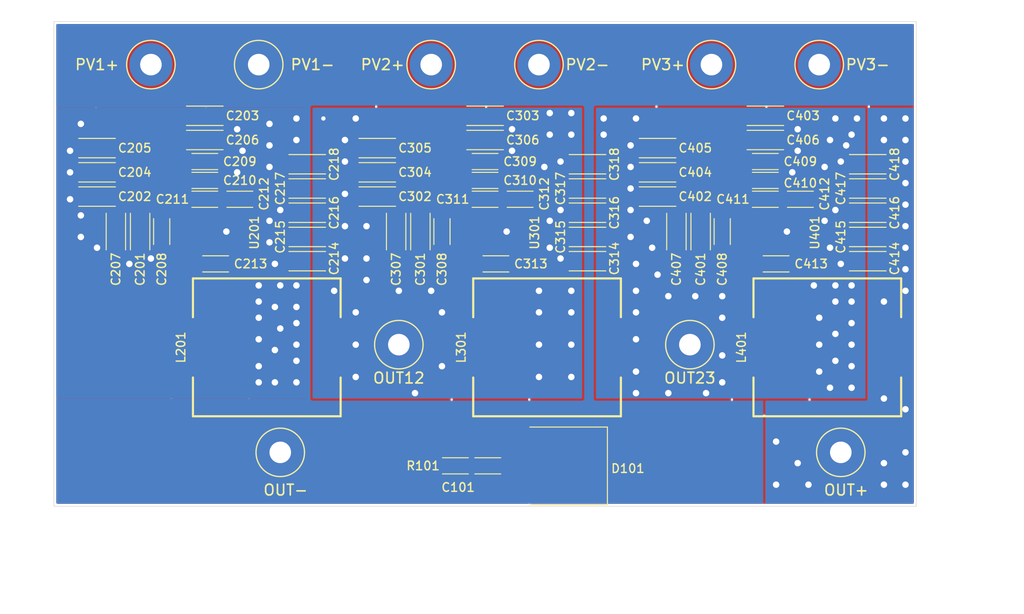
<source format=kicad_pcb>
(kicad_pcb (version 20171130) (host pcbnew 5.1.6-c6e7f7d~87~ubuntu20.04.1)

  (general
    (thickness 1.6)
    (drawings 8)
    (tracks 171)
    (zones 0)
    (modules 75)
    (nets 18)
  )

  (page A4)
  (layers
    (0 F.Cu signal)
    (31 B.Cu signal)
    (32 B.Adhes user)
    (33 F.Adhes user)
    (34 B.Paste user)
    (35 F.Paste user)
    (36 B.SilkS user)
    (37 F.SilkS user)
    (38 B.Mask user)
    (39 F.Mask user)
    (40 Dwgs.User user hide)
    (41 Cmts.User user)
    (42 Eco1.User user)
    (43 Eco2.User user)
    (44 Edge.Cuts user)
    (45 Margin user)
    (46 B.CrtYd user)
    (47 F.CrtYd user)
    (48 B.Fab user)
    (49 F.Fab user)
  )

  (setup
    (last_trace_width 0.25)
    (trace_clearance 0.2)
    (zone_clearance 0.2)
    (zone_45_only no)
    (trace_min 0.2)
    (via_size 0.8)
    (via_drill 0.4)
    (via_min_size 0.4)
    (via_min_drill 0.3)
    (user_via 1 0.6)
    (uvia_size 0.3)
    (uvia_drill 0.1)
    (uvias_allowed no)
    (uvia_min_size 0.2)
    (uvia_min_drill 0.1)
    (edge_width 0.05)
    (segment_width 0.2)
    (pcb_text_width 0.3)
    (pcb_text_size 1.5 1.5)
    (mod_edge_width 0.12)
    (mod_text_size 1 1)
    (mod_text_width 0.15)
    (pad_size 1.213 2.863)
    (pad_drill 0)
    (pad_to_mask_clearance 0.05)
    (aux_axis_origin 66 112)
    (visible_elements FFFFFF7F)
    (pcbplotparams
      (layerselection 0x010e8_ffffffff)
      (usegerberextensions false)
      (usegerberattributes true)
      (usegerberadvancedattributes true)
      (creategerberjobfile true)
      (excludeedgelayer true)
      (linewidth 0.300000)
      (plotframeref false)
      (viasonmask false)
      (mode 1)
      (useauxorigin true)
      (hpglpennumber 1)
      (hpglpenspeed 20)
      (hpglpendiameter 15.000000)
      (psnegative false)
      (psa4output false)
      (plotreference true)
      (plotvalue true)
      (plotinvisibletext false)
      (padsonsilk false)
      (subtractmaskfromsilk false)
      (outputformat 1)
      (mirror false)
      (drillshape 0)
      (scaleselection 1)
      (outputdirectory "cam"))
  )

  (net 0 "")
  (net 1 "Net-(C101-Pad2)")
  (net 2 "Net-(C212-Pad1)")
  (net 3 "Net-(C213-Pad1)")
  (net 4 "Net-(C312-Pad1)")
  (net 5 "Net-(C313-Pad1)")
  (net 6 "Net-(C412-Pad1)")
  (net 7 "Net-(C413-Pad1)")
  (net 8 /Out+)
  (net 9 /PV1+)
  (net 10 /Out-)
  (net 11 /Out12)
  (net 12 /PV2+)
  (net 13 /Out23)
  (net 14 /PV3+)
  (net 15 "/Channel 1/sw")
  (net 16 "/Channel 2/sw")
  (net 17 "/Channel 3/sw")

  (net_class Default "This is the default net class."
    (clearance 0.2)
    (trace_width 0.25)
    (via_dia 0.8)
    (via_drill 0.4)
    (uvia_dia 0.3)
    (uvia_drill 0.1)
    (add_net "/Channel 1/sw")
    (add_net "/Channel 2/sw")
    (add_net "/Channel 3/sw")
    (add_net /Out+)
    (add_net /Out-)
    (add_net /Out12)
    (add_net /Out23)
    (add_net /PV1+)
    (add_net /PV2+)
    (add_net /PV3+)
    (add_net "Net-(C101-Pad2)")
    (add_net "Net-(C212-Pad1)")
    (add_net "Net-(C213-Pad1)")
    (add_net "Net-(C312-Pad1)")
    (add_net "Net-(C313-Pad1)")
    (add_net "Net-(C412-Pad1)")
    (add_net "Net-(C413-Pad1)")
  )

  (module t14_team14-logo:team14-logo-schrift-0.47 (layer F.Cu) (tedit 594A8CC1) (tstamp 5F663458)
    (at 71.729382 97.643899 90)
    (descr "Imported from /home/karl/Team14/sf/werbung/logo/v0.3-kicad/team14-logo-schrift.svg")
    (tags svg2mod)
    (path /5F66302B)
    (attr virtual)
    (fp_text reference Item102 (at 0 -4.139653 90) (layer F.SilkS) hide
      (effects (font (size 0.8 0.8) (thickness 0.13)))
    )
    (fp_text value Item (at 0 4.139653 90) (layer F.SilkS) hide
      (effects (font (size 1.524 1.524) (thickness 0.3048)))
    )
    (fp_poly (pts (xy -4.961279 -1.091653) (xy -5.01238 -0.563223) (xy -4.830015 -0.60548) (xy -4.051736 -0.60548)
      (xy -4.055668 0.93442) (xy -4.087113 1.091653) (xy -3.438528 1.087722) (xy -3.473905 0.93442)
      (xy -3.466043 -0.60548) (xy -2.713734 -0.60548) (xy -2.5054 -0.559292) (xy -2.564363 -1.091653)
      (xy -4.961279 -1.091653)) (layer F.Mask) (width 0))
    (fp_poly (pts (xy -2.912749 -0.096732) (xy -2.656553 0.091371) (xy -2.254525 0.091371) (xy -2.199413 0.175635)
      (xy -2.199413 0.418818) (xy -2.737097 0.418818) (xy -2.737097 0.175637) (xy -2.656553 0.091371)
      (xy -2.912749 -0.096732) (xy -3.073762 -0.038363) (xy -3.159157 0.123752) (xy -3.178592 0.464248)
      (xy -3.16242 0.86468) (xy -3.09752 1.021965) (xy -2.948427 1.091653) (xy -1.797315 1.091653)
      (xy -1.760041 0.86468) (xy -1.878387 0.905216) (xy -2.656553 0.905216) (xy -2.737097 0.837203)
      (xy -2.737097 0.603624) (xy -1.760041 0.603624) (xy -1.760041 0.123752) (xy -1.831882 -0.015653)
      (xy -2.004854 -0.093469) (xy -2.912749 -0.096734) (xy -2.912749 -0.096732)) (layer F.Mask) (width 0))
    (fp_poly (pts (xy -1.521684 -0.086979) (xy -1.550906 0.123752) (xy -1.398479 0.097827) (xy -0.685143 0.097827)
      (xy -0.625138 0.144154) (xy -0.625138 0.240501) (xy -0.625138 0.472334) (xy -0.625138 0.845245)
      (xy -0.681881 0.910074) (xy -1.101782 0.910074) (xy -1.152036 0.845245) (xy -1.152036 0.541324)
      (xy -1.086519 0.472334) (xy -0.625138 0.472334) (xy -0.625138 0.240501) (xy -0.681882 0.282669)
      (xy -1.356349 0.282669) (xy -1.492533 0.347534) (xy -1.563888 0.444778) (xy -1.599494 0.751726)
      (xy -1.547645 0.992778) (xy -1.417916 1.091653) (xy -0.156651 1.091653) (xy -0.176086 0.963555)
      (xy -0.176086 0.178864) (xy -0.227935 0.013527) (xy -0.416039 -0.086979) (xy -1.521685 -0.086979)
      (xy -1.521684 -0.086979)) (layer F.Mask) (width 0))
    (fp_poly (pts (xy 0.021718 0.021634) (xy 0.015233 0.973303) (xy -0.013949 1.091653) (xy 0.498363 1.091653)
      (xy 0.470802 0.973303) (xy 0.470802 0.161061) (xy 0.515642 0.101075) (xy 0.884231 0.101075)
      (xy 0.932856 0.161061) (xy 0.932856 0.973303) (xy 0.900431 1.091653) (xy 1.419228 1.091653)
      (xy 1.383561 0.973303) (xy 1.383561 0.161061) (xy 1.435441 0.101075) (xy 1.808326 0.101075)
      (xy 1.866691 0.161061) (xy 1.866691 0.973303) (xy 1.821296 1.091653) (xy 2.343336 1.091653)
      (xy 2.314153 0.973303) (xy 2.307669 0.138363) (xy 2.241726 -0.016201) (xy 2.070967 -0.097056)
      (xy -0.014604 -0.097056) (xy 0.021718 0.021634)) (layer F.Mask) (width 0))
    (fp_poly (pts (xy 2.443948 -0.375429) (xy 2.657533 -0.375429) (xy 2.657533 0.923428) (xy 2.61614 1.091653)
      (xy 3.175764 1.091653) (xy 3.136027 0.923428) (xy 3.136027 -0.856633) (xy 2.970459 -0.856633)
      (xy 2.443948 -0.59647) (xy 2.443948 -0.375429)) (layer F.Mask) (width 0))
    (fp_poly (pts (xy 4.315479 -0.860561) (xy 3.363509 0.10539) (xy 3.678936 0.103719) (xy 4.373937 -0.61402)
      (xy 4.374667 0.100793) (xy 3.362618 0.106033) (xy 3.375053 0.545936) (xy 4.380249 0.545936)
      (xy 4.37503 0.941146) (xy 4.343202 1.09154) (xy 4.852018 1.09154) (xy 4.811858 0.864931)
      (xy 4.811858 0.545936) (xy 5.01238 0.545936) (xy 5.01238 0.099815) (xy 4.811858 0.099815)
      (xy 4.811858 -0.860561) (xy 4.315478 -0.860561) (xy 4.315479 -0.860561)) (layer F.Mask) (width 0))
  )

  (module t14_team14-logo:team14-logo-icon-0.47 (layer F.Cu) (tedit 594A90CE) (tstamp 5F66344E)
    (at 70.25 97.75 90)
    (descr "Imported from /home/karl/Team14/sf/werbung/logo/v0.3-kicad/team14-logo-icon.svg")
    (tags svg2mod)
    (path /5F662D76)
    (attr virtual)
    (fp_text reference Item101 (at 0 -3.980271 90) (layer F.SilkS) hide
      (effects (font (size 1.524 1.524) (thickness 0.3048)))
    )
    (fp_text value Item (at 0 3.980271 90) (layer F.SilkS) hide
      (effects (font (size 1.524 1.524) (thickness 0.3048)))
    )
    (fp_poly (pts (xy -1.280908 -0.932271) (xy -1.356737 -0.924675) (xy -1.427281 -0.902876) (xy -1.491052 -0.86836)
      (xy -1.546564 -0.822611) (xy -1.592329 -0.767116) (xy -1.626859 -0.703359) (xy -1.648668 -0.632825)
      (xy -1.656268 -0.556999) (xy -1.656268 -0.507048) (xy -1.656268 -0.457096) (xy -1.656268 -0.407144)
      (xy -1.656268 -0.357192) (xy -1.656268 -0.30724) (xy -1.656268 -0.257289) (xy -1.656268 -0.207337)
      (xy -1.656268 -0.157385) (xy -1.629307 -0.184347) (xy -1.602345 -0.211308) (xy -1.575383 -0.23827)
      (xy -1.548422 -0.265232) (xy -1.52146 -0.292194) (xy -1.494498 -0.319155) (xy -1.467536 -0.346117)
      (xy -1.440575 -0.373079) (xy -1.440331 -0.405684) (xy -1.436832 -0.43813) (xy -1.430068 -0.47015)
      (xy -1.420031 -0.501475) (xy -1.406711 -0.531836) (xy -1.390098 -0.560966) (xy -1.370184 -0.588596)
      (xy -1.346958 -0.614458) (xy -1.322502 -0.636566) (xy -1.296445 -0.655726) (xy -1.269015 -0.671939)
      (xy -1.240442 -0.685204) (xy -1.210953 -0.695522) (xy -1.180776 -0.702892) (xy -1.15014 -0.707315)
      (xy -1.119272 -0.70879) (xy -1.0884 -0.707317) (xy -1.057755 -0.702895) (xy -1.027564 -0.695524)
      (xy -0.99806 -0.685205) (xy -0.969471 -0.671939) (xy -0.942027 -0.655725) (xy -0.915959 -0.636565)
      (xy -0.891496 -0.614458) (xy -0.850224 -0.563936) (xy -0.820743 -0.507918) (xy -0.803055 -0.448238)
      (xy -0.797159 -0.386727) (xy -0.803055 -0.325215) (xy -0.820743 -0.265535) (xy -0.850224 -0.209519)
      (xy -0.891496 -0.158996) (xy -0.917354 -0.135775) (xy -0.944985 -0.115865) (xy -0.974117 -0.099255)
      (xy -1.004482 -0.085936) (xy -1.03581 -0.075898) (xy -1.067832 -0.069133) (xy -1.100277 -0.06563)
      (xy -1.132876 -0.065379) (xy -1.1983 0.000045) (xy -1.263724 0.065469) (xy -1.329148 0.130893)
      (xy -1.394572 0.196317) (xy -1.459996 0.261741) (xy -1.52542 0.327165) (xy -1.590844 0.392589)
      (xy -1.656268 0.458013) (xy -1.656268 0.470386) (xy -1.656268 0.48276) (xy -1.656268 0.495133)
      (xy -1.656268 0.507506) (xy -1.656268 0.519879) (xy -1.656268 0.532252) (xy -1.656268 0.544626)
      (xy -1.656268 0.556999) (xy -1.648668 0.632824) (xy -1.626859 0.703358) (xy -1.592329 0.767115)
      (xy -1.546564 0.822611) (xy -1.491052 0.868359) (xy -1.427281 0.902875) (xy -1.356737 0.924674)
      (xy -1.280908 0.93227) (xy -1.087466 0.93227) (xy -0.894024 0.93227) (xy -0.700583 0.93227)
      (xy -0.507141 0.93227) (xy -0.313699 0.93227) (xy -0.120257 0.93227) (xy 0.073185 0.93227)
      (xy 0.266626 0.93227) (xy 0.333717 0.865179) (xy 0.400808 0.798088) (xy 0.467899 0.730997)
      (xy 0.53499 0.663906) (xy 0.602081 0.596815) (xy 0.669172 0.529724) (xy 0.736264 0.462633)
      (xy 0.803355 0.395542) (xy 0.803593 0.362938) (xy 0.807092 0.330491) (xy 0.813856 0.298471)
      (xy 0.823893 0.267147) (xy 0.837213 0.236785) (xy 0.853826 0.207655) (xy 0.87374 0.180025)
      (xy 0.896966 0.154163) (xy 0.921426 0.132055) (xy 0.947494 0.112895) (xy 0.974937 0.096682)
      (xy 1.003527 0.083417) (xy 1.033032 0.073099) (xy 1.063224 0.065729) (xy 1.09387 0.061306)
      (xy 1.124741 0.05983) (xy 1.155609 0.0613) (xy 1.186244 0.065712) (xy 1.21642 0.073068)
      (xy 1.245909 0.083371) (xy 1.274482 0.096621) (xy 1.301911 0.11282) (xy 1.327969 0.13197)
      (xy 1.352428 0.154073) (xy 1.393701 0.204596) (xy 1.423181 0.260613) (xy 1.440869 0.320293)
      (xy 1.446766 0.381804) (xy 1.440869 0.443316) (xy 1.423181 0.502996) (xy 1.393701 0.559013)
      (xy 1.352428 0.609535) (xy 1.326565 0.632767) (xy 1.298934 0.652693) (xy 1.269805 0.669321)
      (xy 1.239444 0.682658) (xy 1.20812 0.692711) (xy 1.176101 0.699487) (xy 1.143654 0.702995)
      (xy 1.111048 0.703242) (xy 1.08242 0.731871) (xy 1.053791 0.760499) (xy 1.025162 0.789128)
      (xy 0.996534 0.817756) (xy 0.967905 0.846385) (xy 0.939277 0.875014) (xy 0.910648 0.903642)
      (xy 0.88202 0.932271) (xy 0.931882 0.932271) (xy 0.981744 0.932271) (xy 1.031606 0.932271)
      (xy 1.081469 0.932271) (xy 1.131331 0.932271) (xy 1.181193 0.932271) (xy 1.231056 0.932271)
      (xy 1.280918 0.932271) (xy 1.356747 0.924675) (xy 1.427291 0.902876) (xy 1.491063 0.86836)
      (xy 1.546574 0.822611) (xy 1.592339 0.767116) (xy 1.62687 0.703359) (xy 1.648678 0.632825)
      (xy 1.656279 0.557) (xy 1.656279 0.417749) (xy 1.656279 0.278499) (xy 1.656279 0.13925)
      (xy 1.656279 0) (xy 1.656279 -0.13925) (xy 1.656279 -0.2785) (xy 1.656279 -0.41775)
      (xy 1.656279 -0.556999) (xy 1.648709 -0.632672) (xy 1.626983 -0.703071) (xy 1.592581 -0.766722)
      (xy 1.546981 -0.822153) (xy 1.491661 -0.867888) (xy 1.428101 -0.902454) (xy 1.357778 -0.924376)
      (xy 1.282172 -0.932181) (xy 1.119619 -0.769628) (xy 0.957065 -0.607074) (xy 0.794512 -0.444521)
      (xy 0.631959 -0.281968) (xy 0.469405 -0.119415) (xy 0.306852 0.043139) (xy 0.144299 0.205692)
      (xy -0.018255 0.368245) (xy -0.018507 0.40085) (xy -0.022016 0.433296) (xy -0.028794 0.465316)
      (xy -0.038848 0.496641) (xy -0.052184 0.527002) (xy -0.068811 0.556132) (xy -0.088736 0.583763)
      (xy -0.111965 0.609625) (xy -0.16248 0.650898) (xy -0.218485 0.680384) (xy -0.27815 0.698084)
      (xy -0.339645 0.703994) (xy -0.401141 0.698115) (xy -0.4608 0.680444) (xy -0.516808 0.65098)
      (xy -0.567329 0.609723) (xy -0.608601 0.5592) (xy -0.638082 0.503183) (xy -0.65577 0.443503)
      (xy -0.661666 0.381991) (xy -0.65577 0.320479) (xy -0.638082 0.260799) (xy -0.608601 0.204782)
      (xy -0.567329 0.154259) (xy -0.541466 0.131027) (xy -0.513835 0.111101) (xy -0.484706 0.094474)
      (xy -0.454345 0.081137) (xy -0.423021 0.071084) (xy -0.391002 0.064308) (xy -0.358555 0.0608)
      (xy -0.325949 0.060553) (xy -0.201858 -0.063549) (xy -0.077767 -0.187651) (xy 0.046324 -0.311753)
      (xy 0.170415 -0.435855) (xy 0.294506 -0.559957) (xy 0.418597 -0.684059) (xy 0.542688 -0.808161)
      (xy 0.666778 -0.932264) (xy 0.423318 -0.932265) (xy 0.179857 -0.932266) (xy -0.063604 -0.932266)
      (xy -0.307065 -0.932267) (xy -0.550526 -0.932268) (xy -0.793986 -0.932269) (xy -1.037447 -0.93227)
      (xy -1.280908 -0.932271)) (layer F.Mask) (width 0))
    (fp_poly (pts (xy -0.976255 -0.529706) (xy -0.950342 -0.497984) (xy -0.931833 -0.462811) (xy -0.920728 -0.425338)
      (xy -0.917026 -0.386716) (xy -0.920728 -0.348093) (xy -0.931833 -0.31062) (xy -0.950342 -0.275448)
      (xy -0.976255 -0.243725) (xy -1.007977 -0.217813) (xy -1.04315 -0.199304) (xy -1.080623 -0.188198)
      (xy -1.119245 -0.184496) (xy -1.157868 -0.188198) (xy -1.195341 -0.199304) (xy -1.230513 -0.217813)
      (xy -1.262236 -0.243725) (xy -1.288148 -0.275448) (xy -1.306657 -0.31062) (xy -1.317763 -0.348093)
      (xy -1.321465 -0.386716) (xy -1.317763 -0.425338) (xy -1.306657 -0.462811) (xy -1.288149 -0.497984)
      (xy -1.262236 -0.529706) (xy -1.230513 -0.555619) (xy -1.195341 -0.574128) (xy -1.157868 -0.585233)
      (xy -1.119245 -0.588935) (xy -1.080623 -0.585233) (xy -1.04315 -0.574128) (xy -1.007977 -0.555619)
      (xy -0.976255 -0.529706)) (layer F.Mask) (width 0))
    (fp_poly (pts (xy -1.656279 0.458035) (xy -1.656279 -0.15738) (xy -1.656279 0.458035)) (layer F.Mask) (width 0))
    (fp_poly (pts (xy -0.482667 0.524968) (xy -0.50858 0.493245) (xy -0.527089 0.458073) (xy -0.538194 0.4206)
      (xy -0.541896 0.381977) (xy -0.538194 0.343355) (xy -0.527089 0.305882) (xy -0.50858 0.27071)
      (xy -0.482667 0.238987) (xy -0.450945 0.213074) (xy -0.415772 0.194565) (xy -0.378299 0.18346)
      (xy -0.339677 0.179758) (xy -0.301054 0.18346) (xy -0.263581 0.194565) (xy -0.228409 0.213074)
      (xy -0.196686 0.238987) (xy -0.170774 0.27071) (xy -0.152265 0.305882) (xy -0.141159 0.343355)
      (xy -0.137458 0.381978) (xy -0.141159 0.4206) (xy -0.152265 0.458073) (xy -0.170774 0.493245)
      (xy -0.196687 0.524968) (xy -0.228409 0.550881) (xy -0.263581 0.56939) (xy -0.301054 0.580495)
      (xy -0.339677 0.584197) (xy -0.378299 0.580495) (xy -0.415772 0.56939) (xy -0.450945 0.550881)
      (xy -0.482667 0.524968)) (layer F.Mask) (width 0))
    (fp_poly (pts (xy 1.267695 0.238883) (xy 1.293608 0.270605) (xy 1.312117 0.305778) (xy 1.323223 0.34325)
      (xy 1.326924 0.381873) (xy 1.323223 0.420496) (xy 1.312117 0.457968) (xy 1.293608 0.493141)
      (xy 1.267695 0.524863) (xy 1.235973 0.550776) (xy 1.2008 0.569286) (xy 1.163327 0.580391)
      (xy 1.124705 0.584093) (xy 1.086082 0.580391) (xy 1.04861 0.569286) (xy 1.013437 0.550776)
      (xy 0.981714 0.524864) (xy 0.955802 0.493141) (xy 0.937293 0.457969) (xy 0.926187 0.420496)
      (xy 0.922486 0.381873) (xy 0.926187 0.343251) (xy 0.937293 0.305778) (xy 0.955802 0.270606)
      (xy 0.981715 0.238883) (xy 1.013437 0.21297) (xy 1.048609 0.194461) (xy 1.086082 0.183356)
      (xy 1.124705 0.179654) (xy 1.163328 0.183356) (xy 1.2008 0.194461) (xy 1.235973 0.21297)
      (xy 1.267695 0.238883)) (layer F.Mask) (width 0))
  )

  (module maxim-optimizer:MAX20801 (layer F.Cu) (tedit 5F65E18B) (tstamp 5FFD22F7)
    (at 80.5 86.5 270)
    (path /5F65C4D9/5F65C68C)
    (fp_text reference U201 (at 0.1 -4.1 270) (layer F.SilkS)
      (effects (font (size 0.8 0.8) (thickness 0.13)))
    )
    (fp_text value MAX20801 (at 0 -0.25) (layer F.Fab)
      (effects (font (size 1 1) (thickness 0.15)))
    )
    (fp_line (start -1.5 -2.9) (end 1.5 -2.9) (layer F.Fab) (width 0.12))
    (fp_line (start 1.5 -2.9) (end 1.5 2.9) (layer F.Fab) (width 0.12))
    (fp_line (start 1.5 2.9) (end -1.5 2.9) (layer F.Fab) (width 0.12))
    (fp_line (start -1.5 2.9) (end -1.5 -2.9) (layer F.Fab) (width 0.12))
    (pad 10 smd roundrect (at -1.1935 -2.719 270) (size 1.213 0.962) (layers F.Cu F.Paste F.Mask) (roundrect_rratio 0.091)
      (net 10 /Out-) (solder_mask_margin 0.063) (solder_paste_margin -0.063) (zone_connect 2))
    (pad 8 smd roundrect (at 1.1935 -2.719 270) (size 1.213 0.962) (layers F.Cu F.Paste F.Mask) (roundrect_rratio 0.091)
      (net 10 /Out-) (solder_mask_margin 0.063) (solder_paste_margin -0.063) (zone_connect 2))
    (pad 9 smd roundrect (at 0.0005 -2.681 270) (size 0.625 1.038) (layers F.Cu F.Paste F.Mask) (roundrect_rratio 0.141)
      (net 10 /Out-) (solder_mask_margin 0.063) (solder_paste_margin -0.063) (zone_connect 2))
    (pad 1 smd roundrect (at -1.281 -1.7995 270) (size 1.038 0.325) (layers F.Cu F.Paste F.Mask) (roundrect_rratio 0.271)
      (net 2 "Net-(C212-Pad1)") (solder_mask_margin 0.063) (solder_paste_margin -0.063) (zone_connect 2))
    (pad 2 smd roundrect (at -1.281 -1.1995 270) (size 1.038 0.325) (layers F.Cu F.Paste F.Mask) (roundrect_rratio 0.271)
      (net 10 /Out-) (solder_mask_margin 0.063) (solder_paste_margin -0.063) (zone_connect 2))
    (pad 6 smd roundrect (at 1.281 -1.1995 270) (size 1.038 0.325) (layers F.Cu F.Paste F.Mask) (roundrect_rratio 0.271)
      (net 3 "Net-(C213-Pad1)") (solder_mask_margin 0.063) (solder_paste_margin -0.063) (zone_connect 2))
    (pad 7 smd roundrect (at 1.281 -1.7995 270) (size 1.038 0.325) (layers F.Cu F.Paste F.Mask) (roundrect_rratio 0.271)
      (net 10 /Out-) (solder_mask_margin 0.063) (solder_paste_margin -0.063) (zone_connect 2))
    (pad 3 smd roundrect (at -1.1935 -0.3495 270) (size 1.213 0.825) (layers F.Cu F.Paste F.Mask) (roundrect_rratio 0.107)
      (net 10 /Out-) (solder_mask_margin 0.063) (solder_paste_margin -0.063) (zone_connect 2))
    (pad 4 smd roundrect (at -1.1935 1.7685 270) (size 1.213 2.863) (layers F.Cu F.Paste F.Mask) (roundrect_rratio 0.073)
      (net 9 /PV1+) (solder_mask_margin 0.063) (solder_paste_margin -0.063) (zone_connect 2))
    (pad 5 smd roundrect (at 1.1935 1.2185 270) (size 1.213 3.963) (layers F.Cu F.Paste F.Mask) (roundrect_rratio 0.073)
      (net 15 "/Channel 1/sw") (solder_mask_margin 0.063) (solder_paste_margin -0.063) (zone_connect 2))
    (model ${KIPRJMOD}/maxim-optimizer.pretty/max20801-3d.step
      (at (xyz 0 0 0))
      (scale (xyz 1 1 1))
      (rotate (xyz 0 0 0))
    )
  )

  (module maxim-optimizer:MAX20801 (layer F.Cu) (tedit 5F65E18B) (tstamp 5FFD231B)
    (at 132.5 86.5 270)
    (path /5F69D9BA/5F65C68C)
    (fp_text reference U401 (at 0.1 -4.1 270) (layer F.SilkS)
      (effects (font (size 0.8 0.8) (thickness 0.13)))
    )
    (fp_text value MAX20801 (at 0 -0.25) (layer F.Fab)
      (effects (font (size 1 1) (thickness 0.15)))
    )
    (fp_line (start -1.5 -2.9) (end 1.5 -2.9) (layer F.Fab) (width 0.12))
    (fp_line (start 1.5 -2.9) (end 1.5 2.9) (layer F.Fab) (width 0.12))
    (fp_line (start 1.5 2.9) (end -1.5 2.9) (layer F.Fab) (width 0.12))
    (fp_line (start -1.5 2.9) (end -1.5 -2.9) (layer F.Fab) (width 0.12))
    (pad 10 smd roundrect (at -1.1935 -2.719 270) (size 1.213 0.962) (layers F.Cu F.Paste F.Mask) (roundrect_rratio 0.091)
      (net 13 /Out23) (solder_mask_margin 0.063) (solder_paste_margin -0.063) (zone_connect 2))
    (pad 8 smd roundrect (at 1.1935 -2.719 270) (size 1.213 0.962) (layers F.Cu F.Paste F.Mask) (roundrect_rratio 0.091)
      (net 13 /Out23) (solder_mask_margin 0.063) (solder_paste_margin -0.063) (zone_connect 2))
    (pad 9 smd roundrect (at 0.0005 -2.681 270) (size 0.625 1.038) (layers F.Cu F.Paste F.Mask) (roundrect_rratio 0.141)
      (net 13 /Out23) (solder_mask_margin 0.063) (solder_paste_margin -0.063) (zone_connect 2))
    (pad 1 smd roundrect (at -1.281 -1.7995 270) (size 1.038 0.325) (layers F.Cu F.Paste F.Mask) (roundrect_rratio 0.271)
      (net 6 "Net-(C412-Pad1)") (solder_mask_margin 0.063) (solder_paste_margin -0.063) (zone_connect 2))
    (pad 2 smd roundrect (at -1.281 -1.1995 270) (size 1.038 0.325) (layers F.Cu F.Paste F.Mask) (roundrect_rratio 0.271)
      (net 13 /Out23) (solder_mask_margin 0.063) (solder_paste_margin -0.063) (zone_connect 2))
    (pad 6 smd roundrect (at 1.281 -1.1995 270) (size 1.038 0.325) (layers F.Cu F.Paste F.Mask) (roundrect_rratio 0.271)
      (net 7 "Net-(C413-Pad1)") (solder_mask_margin 0.063) (solder_paste_margin -0.063) (zone_connect 2))
    (pad 7 smd roundrect (at 1.281 -1.7995 270) (size 1.038 0.325) (layers F.Cu F.Paste F.Mask) (roundrect_rratio 0.271)
      (net 13 /Out23) (solder_mask_margin 0.063) (solder_paste_margin -0.063) (zone_connect 2))
    (pad 3 smd roundrect (at -1.1935 -0.3495 270) (size 1.213 0.825) (layers F.Cu F.Paste F.Mask) (roundrect_rratio 0.107)
      (net 13 /Out23) (solder_mask_margin 0.063) (solder_paste_margin -0.063) (zone_connect 2))
    (pad 4 smd roundrect (at -1.1935 1.7685 270) (size 1.213 2.863) (layers F.Cu F.Paste F.Mask) (roundrect_rratio 0.073)
      (net 14 /PV3+) (solder_mask_margin 0.063) (solder_paste_margin -0.063) (zone_connect 2))
    (pad 5 smd roundrect (at 1.1935 1.2185 270) (size 1.213 3.963) (layers F.Cu F.Paste F.Mask) (roundrect_rratio 0.073)
      (net 17 "/Channel 3/sw") (solder_mask_margin 0.063) (solder_paste_margin -0.063) (zone_connect 2))
    (model ${KIPRJMOD}/maxim-optimizer.pretty/max20801-3d.step
      (at (xyz 0 0 0))
      (scale (xyz 1 1 1))
      (rotate (xyz 0 0 0))
    )
  )

  (module maxim-optimizer:MAX20801 (layer F.Cu) (tedit 5F65E18B) (tstamp 5FFD2309)
    (at 106.5 86.5 270)
    (path /5F69D945/5F65C68C)
    (fp_text reference U301 (at 0.1 -4.1 270) (layer F.SilkS)
      (effects (font (size 0.8 0.8) (thickness 0.13)))
    )
    (fp_text value MAX20801 (at 0 -0.25) (layer F.Fab)
      (effects (font (size 1 1) (thickness 0.15)))
    )
    (fp_line (start -1.5 -2.9) (end 1.5 -2.9) (layer F.Fab) (width 0.12))
    (fp_line (start 1.5 -2.9) (end 1.5 2.9) (layer F.Fab) (width 0.12))
    (fp_line (start 1.5 2.9) (end -1.5 2.9) (layer F.Fab) (width 0.12))
    (fp_line (start -1.5 2.9) (end -1.5 -2.9) (layer F.Fab) (width 0.12))
    (pad 10 smd roundrect (at -1.1935 -2.719 270) (size 1.213 0.962) (layers F.Cu F.Paste F.Mask) (roundrect_rratio 0.091)
      (net 11 /Out12) (solder_mask_margin 0.063) (solder_paste_margin -0.063) (zone_connect 2))
    (pad 8 smd roundrect (at 1.1935 -2.719 270) (size 1.213 0.962) (layers F.Cu F.Paste F.Mask) (roundrect_rratio 0.091)
      (net 11 /Out12) (solder_mask_margin 0.063) (solder_paste_margin -0.063) (zone_connect 2))
    (pad 9 smd roundrect (at 0.0005 -2.681 270) (size 0.625 1.038) (layers F.Cu F.Paste F.Mask) (roundrect_rratio 0.141)
      (net 11 /Out12) (solder_mask_margin 0.063) (solder_paste_margin -0.063) (zone_connect 2))
    (pad 1 smd roundrect (at -1.281 -1.7995 270) (size 1.038 0.325) (layers F.Cu F.Paste F.Mask) (roundrect_rratio 0.271)
      (net 4 "Net-(C312-Pad1)") (solder_mask_margin 0.063) (solder_paste_margin -0.063) (zone_connect 2))
    (pad 2 smd roundrect (at -1.281 -1.1995 270) (size 1.038 0.325) (layers F.Cu F.Paste F.Mask) (roundrect_rratio 0.271)
      (net 11 /Out12) (solder_mask_margin 0.063) (solder_paste_margin -0.063) (zone_connect 2))
    (pad 6 smd roundrect (at 1.281 -1.1995 270) (size 1.038 0.325) (layers F.Cu F.Paste F.Mask) (roundrect_rratio 0.271)
      (net 5 "Net-(C313-Pad1)") (solder_mask_margin 0.063) (solder_paste_margin -0.063) (zone_connect 2))
    (pad 7 smd roundrect (at 1.281 -1.7995 270) (size 1.038 0.325) (layers F.Cu F.Paste F.Mask) (roundrect_rratio 0.271)
      (net 11 /Out12) (solder_mask_margin 0.063) (solder_paste_margin -0.063) (zone_connect 2))
    (pad 3 smd roundrect (at -1.1935 -0.3495 270) (size 1.213 0.825) (layers F.Cu F.Paste F.Mask) (roundrect_rratio 0.107)
      (net 11 /Out12) (solder_mask_margin 0.063) (solder_paste_margin -0.063) (zone_connect 2))
    (pad 4 smd roundrect (at -1.1935 1.7685 270) (size 1.213 2.863) (layers F.Cu F.Paste F.Mask) (roundrect_rratio 0.073)
      (net 12 /PV2+) (solder_mask_margin 0.063) (solder_paste_margin -0.063) (zone_connect 2))
    (pad 5 smd roundrect (at 1.1935 1.2185 270) (size 1.213 3.963) (layers F.Cu F.Paste F.Mask) (roundrect_rratio 0.073)
      (net 16 "/Channel 2/sw") (solder_mask_margin 0.063) (solder_paste_margin -0.063) (zone_connect 2))
    (model ${KIPRJMOD}/maxim-optimizer.pretty/max20801-3d.step
      (at (xyz 0 0 0))
      (scale (xyz 1 1 1))
      (rotate (xyz 0 0 0))
    )
  )

  (module v5_TestPoint:TestPoint_THTPad_D4.0mm_Drill2.0mm (layer F.Cu) (tedit 5A0F774F) (tstamp 5FFD22E5)
    (at 87 107)
    (descr "THT pad as test Point, diameter 4.0mm, hole diameter 2.0mm")
    (tags "test point THT pad")
    (path /5F663E84)
    (attr virtual)
    (fp_text reference SP110 (at 0 -2.898) (layer Dwgs.User)
      (effects (font (size 0.8 0.8) (thickness 0.13)))
    )
    (fp_text value OUT- (at 0.5 3.5) (layer F.SilkS)
      (effects (font (size 1 1) (thickness 0.15)))
    )
    (fp_circle (center 0 0) (end 0 2.25) (layer F.SilkS) (width 0.12))
    (fp_circle (center 0 0) (end 2.5 0) (layer F.CrtYd) (width 0.05))
    (fp_text user %R (at 0 -2.9) (layer F.Fab)
      (effects (font (size 0.8 0.8) (thickness 0.13)))
    )
    (pad 1 thru_hole circle (at 0 0) (size 4 4) (drill 2) (layers *.Cu *.Mask)
      (net 10 /Out-))
  )

  (module v5_TestPoint:TestPoint_THTPad_D4.0mm_Drill2.0mm (layer F.Cu) (tedit 5A0F774F) (tstamp 5FFD22DD)
    (at 139 107)
    (descr "THT pad as test Point, diameter 4.0mm, hole diameter 2.0mm")
    (tags "test point THT pad")
    (path /5F663889)
    (attr virtual)
    (fp_text reference SP109 (at 0 -2.898) (layer Dwgs.User)
      (effects (font (size 0.8 0.8) (thickness 0.13)))
    )
    (fp_text value OUT+ (at 0.5 3.5) (layer F.SilkS)
      (effects (font (size 1 1) (thickness 0.15)))
    )
    (fp_circle (center 0 0) (end 0 2.25) (layer F.SilkS) (width 0.12))
    (fp_circle (center 0 0) (end 2.5 0) (layer F.CrtYd) (width 0.05))
    (fp_text user %R (at 0 -2.9) (layer F.Fab)
      (effects (font (size 0.8 0.8) (thickness 0.13)))
    )
    (pad 1 thru_hole circle (at 0 0) (size 4 4) (drill 2) (layers *.Cu *.Mask)
      (net 8 /Out+))
  )

  (module v5_TestPoint:TestPoint_THTPad_D4.0mm_Drill2.0mm (layer F.Cu) (tedit 5A0F774F) (tstamp 5FFD22D5)
    (at 98 97)
    (descr "THT pad as test Point, diameter 4.0mm, hole diameter 2.0mm")
    (tags "test point THT pad")
    (path /5F66358C)
    (attr virtual)
    (fp_text reference SP108 (at 0 -2.898) (layer Dwgs.User)
      (effects (font (size 0.8 0.8) (thickness 0.13)))
    )
    (fp_text value OUT12 (at 0 3.1) (layer F.SilkS)
      (effects (font (size 1 1) (thickness 0.15)))
    )
    (fp_circle (center 0 0) (end 0 2.25) (layer F.SilkS) (width 0.12))
    (fp_circle (center 0 0) (end 2.5 0) (layer F.CrtYd) (width 0.05))
    (fp_text user %R (at 0 -2.9) (layer F.Fab)
      (effects (font (size 0.8 0.8) (thickness 0.13)))
    )
    (pad 1 thru_hole circle (at 0 0) (size 4 4) (drill 2) (layers *.Cu *.Mask)
      (net 11 /Out12))
  )

  (module v5_TestPoint:TestPoint_THTPad_D4.0mm_Drill2.0mm (layer F.Cu) (tedit 5A0F774F) (tstamp 5FFD22CD)
    (at 125 97)
    (descr "THT pad as test Point, diameter 4.0mm, hole diameter 2.0mm")
    (tags "test point THT pad")
    (path /5F662CDB)
    (attr virtual)
    (fp_text reference SP107 (at 0 -2.898) (layer Dwgs.User)
      (effects (font (size 0.8 0.8) (thickness 0.13)))
    )
    (fp_text value OUT23 (at 0 3.1) (layer F.SilkS)
      (effects (font (size 1 1) (thickness 0.15)))
    )
    (fp_circle (center 0 0) (end 0 2.25) (layer F.SilkS) (width 0.12))
    (fp_circle (center 0 0) (end 2.5 0) (layer F.CrtYd) (width 0.05))
    (fp_text user %R (at 0 -2.9) (layer F.Fab)
      (effects (font (size 0.8 0.8) (thickness 0.13)))
    )
    (pad 1 thru_hole circle (at 0 0) (size 4 4) (drill 2) (layers *.Cu *.Mask)
      (net 13 /Out23))
  )

  (module v5_TestPoint:TestPoint_THTPad_D4.0mm_Drill2.0mm (layer F.Cu) (tedit 5A0F774F) (tstamp 5FFD22C5)
    (at 85 71)
    (descr "THT pad as test Point, diameter 4.0mm, hole diameter 2.0mm")
    (tags "test point THT pad")
    (path /5F6628B9)
    (attr virtual)
    (fp_text reference SP106 (at 0 -2.898) (layer Dwgs.User)
      (effects (font (size 0.8 0.8) (thickness 0.13)))
    )
    (fp_text value PV1- (at 5 0) (layer F.SilkS)
      (effects (font (size 1 1) (thickness 0.15)))
    )
    (fp_circle (center 0 0) (end 0 2.25) (layer F.SilkS) (width 0.12))
    (fp_circle (center 0 0) (end 2.5 0) (layer F.CrtYd) (width 0.05))
    (fp_text user %R (at 0 -2.9) (layer F.Fab)
      (effects (font (size 0.8 0.8) (thickness 0.13)))
    )
    (pad 1 thru_hole circle (at 0 0) (size 4 4) (drill 2) (layers *.Cu *.Mask)
      (net 10 /Out-))
  )

  (module v5_TestPoint:TestPoint_THTPad_D4.0mm_Drill2.0mm (layer F.Cu) (tedit 5A0F774F) (tstamp 5FFD22BD)
    (at 75 71)
    (descr "THT pad as test Point, diameter 4.0mm, hole diameter 2.0mm")
    (tags "test point THT pad")
    (path /5F6624F2)
    (attr virtual)
    (fp_text reference SP105 (at 0 -2.898) (layer Dwgs.User)
      (effects (font (size 0.8 0.8) (thickness 0.13)))
    )
    (fp_text value PV1+ (at -5 0) (layer F.SilkS)
      (effects (font (size 1 1) (thickness 0.15)))
    )
    (fp_circle (center 0 0) (end 0 2.25) (layer F.SilkS) (width 0.12))
    (fp_circle (center 0 0) (end 2.5 0) (layer F.CrtYd) (width 0.05))
    (fp_text user %R (at 0 -2.9) (layer F.Fab)
      (effects (font (size 0.8 0.8) (thickness 0.13)))
    )
    (pad 1 thru_hole circle (at 0 0) (size 4 4) (drill 2) (layers *.Cu *.Mask)
      (net 9 /PV1+))
  )

  (module v5_TestPoint:TestPoint_THTPad_D4.0mm_Drill2.0mm (layer F.Cu) (tedit 5A0F774F) (tstamp 5FFD22B5)
    (at 111 71)
    (descr "THT pad as test Point, diameter 4.0mm, hole diameter 2.0mm")
    (tags "test point THT pad")
    (path /5F66213A)
    (attr virtual)
    (fp_text reference SP104 (at 0 -2.898) (layer Dwgs.User)
      (effects (font (size 0.8 0.8) (thickness 0.13)))
    )
    (fp_text value PV2- (at 4.5 0) (layer F.SilkS)
      (effects (font (size 1 1) (thickness 0.15)))
    )
    (fp_circle (center 0 0) (end 0 2.25) (layer F.SilkS) (width 0.12))
    (fp_circle (center 0 0) (end 2.5 0) (layer F.CrtYd) (width 0.05))
    (fp_text user %R (at 0 -2.9) (layer F.Fab)
      (effects (font (size 0.8 0.8) (thickness 0.13)))
    )
    (pad 1 thru_hole circle (at 0 0) (size 4 4) (drill 2) (layers *.Cu *.Mask)
      (net 11 /Out12))
  )

  (module v5_TestPoint:TestPoint_THTPad_D4.0mm_Drill2.0mm (layer F.Cu) (tedit 5A0F774F) (tstamp 5FB3BEF0)
    (at 101 71)
    (descr "THT pad as test Point, diameter 4.0mm, hole diameter 2.0mm")
    (tags "test point THT pad")
    (path /5F661D4C)
    (attr virtual)
    (fp_text reference SP103 (at 0 -2.898) (layer Dwgs.User)
      (effects (font (size 0.8 0.8) (thickness 0.13)))
    )
    (fp_text value PV2+ (at -4.5 0) (layer F.SilkS)
      (effects (font (size 1 1) (thickness 0.15)))
    )
    (fp_circle (center 0 0) (end 0 2.25) (layer F.SilkS) (width 0.12))
    (fp_circle (center 0 0) (end 2.5 0) (layer F.CrtYd) (width 0.05))
    (fp_text user %R (at 0 -2.9) (layer F.Fab)
      (effects (font (size 0.8 0.8) (thickness 0.13)))
    )
    (pad 1 thru_hole circle (at 0 0) (size 4 4) (drill 2) (layers *.Cu *.Mask)
      (net 12 /PV2+))
  )

  (module v5_TestPoint:TestPoint_THTPad_D4.0mm_Drill2.0mm (layer F.Cu) (tedit 5A0F774F) (tstamp 5FB3BF84)
    (at 137 71)
    (descr "THT pad as test Point, diameter 4.0mm, hole diameter 2.0mm")
    (tags "test point THT pad")
    (path /5F6618D2)
    (attr virtual)
    (fp_text reference SP102 (at 0 -2.898) (layer Dwgs.User)
      (effects (font (size 0.8 0.8) (thickness 0.13)))
    )
    (fp_text value PV3- (at 4.5 0) (layer F.SilkS)
      (effects (font (size 1 1) (thickness 0.15)))
    )
    (fp_circle (center 0 0) (end 0 2.25) (layer F.SilkS) (width 0.12))
    (fp_circle (center 0 0) (end 2.5 0) (layer F.CrtYd) (width 0.05))
    (fp_text user %R (at 0 -2.9) (layer F.Fab)
      (effects (font (size 0.8 0.8) (thickness 0.13)))
    )
    (pad 1 thru_hole circle (at 0 0) (size 4 4) (drill 2) (layers *.Cu *.Mask)
      (net 13 /Out23))
  )

  (module v5_TestPoint:TestPoint_THTPad_D4.0mm_Drill2.0mm (layer F.Cu) (tedit 5A0F774F) (tstamp 5FFD229D)
    (at 127 71)
    (descr "THT pad as test Point, diameter 4.0mm, hole diameter 2.0mm")
    (tags "test point THT pad")
    (path /5F69DAA4)
    (attr virtual)
    (fp_text reference SP101 (at 0 -2.898) (layer Dwgs.User)
      (effects (font (size 0.8 0.8) (thickness 0.13)))
    )
    (fp_text value PV3+ (at -4.5 0) (layer F.SilkS)
      (effects (font (size 1 1) (thickness 0.15)))
    )
    (fp_circle (center 0 0) (end 0 2.25) (layer F.SilkS) (width 0.12))
    (fp_circle (center 0 0) (end 2.5 0) (layer F.CrtYd) (width 0.05))
    (fp_text user %R (at 0 -2.9) (layer F.Fab)
      (effects (font (size 0.8 0.8) (thickness 0.13)))
    )
    (pad 1 thru_hole circle (at 0 0) (size 4 4) (drill 2) (layers *.Cu *.Mask)
      (net 14 /PV3+))
  )

  (module t14_standardSMD:R1608m (layer F.Cu) (tedit 5CFD1C77) (tstamp 5FB3AFD8)
    (at 103.25 108.25 180)
    (descr "SMT Resistor 0603")
    (tags "0603, Resistor")
    (path /5F6A4BC6)
    (attr smd)
    (fp_text reference R101 (at 3 0) (layer F.SilkS)
      (effects (font (size 0.8 0.8) (thickness 0.13)))
    )
    (fp_text value 10R (at 0 0.4) (layer Dwgs.User)
      (effects (font (size 0.55 0.55) (thickness 0.075)))
    )
    (fp_line (start -1.45 -0.75) (end 1.45 -0.75) (layer F.Fab) (width 0.1))
    (fp_line (start -1.45 0.75) (end -1.45 -0.75) (layer F.Fab) (width 0.1))
    (fp_line (start 1.45 0.75) (end -1.45 0.75) (layer F.Fab) (width 0.1))
    (fp_line (start 1.45 -0.75) (end 1.45 0.75) (layer F.Fab) (width 0.1))
    (fp_line (start -1.45 0.75) (end -1.45 -0.75) (layer F.CrtYd) (width 0.05))
    (fp_line (start 1.45 -0.75) (end 1.45 0.75) (layer F.CrtYd) (width 0.05))
    (fp_line (start -1.45 0.75) (end 1.45 0.75) (layer F.CrtYd) (width 0.05))
    (fp_line (start 1.45 -0.75) (end -1.45 -0.75) (layer F.CrtYd) (width 0.05))
    (fp_line (start -1.2 0.75) (end 1.2 0.75) (layer F.SilkS) (width 0.1))
    (fp_line (start 1.2 -0.75) (end -1.2 -0.75) (layer F.SilkS) (width 0.1))
    (pad 2 smd roundrect (at 0.75 0 180) (size 0.6 0.9) (layers F.Cu F.Paste F.Mask) (roundrect_rratio 0.25)
      (net 10 /Out-) (solder_mask_margin 0.1))
    (pad 1 smd roundrect (at -0.75 0 180) (size 0.6 0.9) (layers F.Cu F.Paste F.Mask) (roundrect_rratio 0.25)
      (net 1 "Net-(C101-Pad2)") (solder_mask_margin 0.1))
    (model ${KICAD4_3D_DIR}/Resistors_SMD.3dshapes/R_0603.wrl
      (at (xyz 0 0 0))
      (scale (xyz 1 1 1))
      (rotate (xyz 0 0 0))
    )
  )

  (module maxim-optimizer:WE-LHMI_1365 (layer F.Cu) (tedit 5F65D43E) (tstamp 5FFD2285)
    (at 137.75 97.25)
    (descr "<b> <br><b>WE-LHMI SMD Power Inductor<br></b>\n<pre> <b><font size=\"4\">Size: </b>1365")
    (path /5F69D9BA/5F65FA9A)
    (fp_text reference L401 (at -7.5 0 90) (layer F.SilkS)
      (effects (font (size 0.8 0.8) (thickness 0.13)) (justify bottom))
    )
    (fp_text value WE-7443739650068 (at -4 8.6) (layer F.Fab)
      (effects (font (size 1.2065 1.2065) (thickness 0.1016)) (justify left bottom))
    )
    (fp_line (start -6.75 6.3) (end -6.75 -6.3) (layer F.Fab) (width 0.1))
    (fp_line (start 6.75 6.3) (end -6.75 6.3) (layer F.Fab) (width 0.1))
    (fp_line (start 6.75 -6.3) (end 6.75 6.3) (layer F.Fab) (width 0.1))
    (fp_line (start -6.75 -6.3) (end 6.75 -6.3) (layer F.Fab) (width 0.1))
    (fp_line (start 6.85 6.4) (end 6.85 2.8) (layer F.SilkS) (width 0.2))
    (fp_line (start -6.85 6.4) (end 6.85 6.4) (layer F.SilkS) (width 0.2))
    (fp_line (start -6.85 2.8) (end -6.85 6.4) (layer F.SilkS) (width 0.2))
    (fp_line (start 6.85 -6.4) (end 6.85 -2.8) (layer F.SilkS) (width 0.2))
    (fp_line (start -6.85 -6.4) (end 6.85 -6.4) (layer F.SilkS) (width 0.2))
    (fp_line (start -6.85 -2.8) (end -6.85 -6.4) (layer F.SilkS) (width 0.2))
    (pad 2 smd rect (at 5.55 0) (size 3.1 5) (layers F.Cu F.Paste F.Mask)
      (net 8 /Out+) (solder_mask_margin 0.1016))
    (pad 1 smd rect (at -5.55 0) (size 3.1 5) (layers F.Cu F.Paste F.Mask)
      (net 17 "/Channel 3/sw") (solder_mask_margin 0.1016))
    (model ${KIPRJMOD}/maxim-optimizer.pretty/7443739650068_Download_STP_WE-LHMI-1365_rev1.stp
      (at (xyz 0 0 0))
      (scale (xyz 1 1 1))
      (rotate (xyz 0 0 0))
    )
  )

  (module maxim-optimizer:WE-LHMI_1365 (layer F.Cu) (tedit 5F65D43E) (tstamp 5FFD2275)
    (at 111.75 97.25)
    (descr "<b> <br><b>WE-LHMI SMD Power Inductor<br></b>\n<pre> <b><font size=\"4\">Size: </b>1365")
    (path /5F69D945/5F65FA9A)
    (fp_text reference L301 (at -7.5 0 90) (layer F.SilkS)
      (effects (font (size 0.8 0.8) (thickness 0.13)) (justify bottom))
    )
    (fp_text value WE-7443739650068 (at -4 8.6) (layer F.Fab)
      (effects (font (size 1.2065 1.2065) (thickness 0.1016)) (justify left bottom))
    )
    (fp_line (start -6.75 6.3) (end -6.75 -6.3) (layer F.Fab) (width 0.1))
    (fp_line (start 6.75 6.3) (end -6.75 6.3) (layer F.Fab) (width 0.1))
    (fp_line (start 6.75 -6.3) (end 6.75 6.3) (layer F.Fab) (width 0.1))
    (fp_line (start -6.75 -6.3) (end 6.75 -6.3) (layer F.Fab) (width 0.1))
    (fp_line (start 6.85 6.4) (end 6.85 2.8) (layer F.SilkS) (width 0.2))
    (fp_line (start -6.85 6.4) (end 6.85 6.4) (layer F.SilkS) (width 0.2))
    (fp_line (start -6.85 2.8) (end -6.85 6.4) (layer F.SilkS) (width 0.2))
    (fp_line (start 6.85 -6.4) (end 6.85 -2.8) (layer F.SilkS) (width 0.2))
    (fp_line (start -6.85 -6.4) (end 6.85 -6.4) (layer F.SilkS) (width 0.2))
    (fp_line (start -6.85 -2.8) (end -6.85 -6.4) (layer F.SilkS) (width 0.2))
    (pad 2 smd rect (at 5.55 0) (size 3.1 5) (layers F.Cu F.Paste F.Mask)
      (net 13 /Out23) (solder_mask_margin 0.1016))
    (pad 1 smd rect (at -5.55 0) (size 3.1 5) (layers F.Cu F.Paste F.Mask)
      (net 16 "/Channel 2/sw") (solder_mask_margin 0.1016))
    (model ${KIPRJMOD}/maxim-optimizer.pretty/7443739650068_Download_STP_WE-LHMI-1365_rev1.stp
      (at (xyz 0 0 0))
      (scale (xyz 1 1 1))
      (rotate (xyz 0 0 0))
    )
  )

  (module maxim-optimizer:WE-LHMI_1365 (layer F.Cu) (tedit 5F65D43E) (tstamp 5FFD2265)
    (at 85.75 97.25)
    (descr "<b> <br><b>WE-LHMI SMD Power Inductor<br></b>\n<pre> <b><font size=\"4\">Size: </b>1365")
    (path /5F65C4D9/5F65FA9A)
    (fp_text reference L201 (at -7.5 0 90) (layer F.SilkS)
      (effects (font (size 0.8 0.8) (thickness 0.13)) (justify bottom))
    )
    (fp_text value WE-7443739650068 (at -4 8.6) (layer F.Fab)
      (effects (font (size 1.2065 1.2065) (thickness 0.1016)) (justify left bottom))
    )
    (fp_line (start -6.75 6.3) (end -6.75 -6.3) (layer F.Fab) (width 0.1))
    (fp_line (start 6.75 6.3) (end -6.75 6.3) (layer F.Fab) (width 0.1))
    (fp_line (start 6.75 -6.3) (end 6.75 6.3) (layer F.Fab) (width 0.1))
    (fp_line (start -6.75 -6.3) (end 6.75 -6.3) (layer F.Fab) (width 0.1))
    (fp_line (start 6.85 6.4) (end 6.85 2.8) (layer F.SilkS) (width 0.2))
    (fp_line (start -6.85 6.4) (end 6.85 6.4) (layer F.SilkS) (width 0.2))
    (fp_line (start -6.85 2.8) (end -6.85 6.4) (layer F.SilkS) (width 0.2))
    (fp_line (start 6.85 -6.4) (end 6.85 -2.8) (layer F.SilkS) (width 0.2))
    (fp_line (start -6.85 -6.4) (end 6.85 -6.4) (layer F.SilkS) (width 0.2))
    (fp_line (start -6.85 -2.8) (end -6.85 -6.4) (layer F.SilkS) (width 0.2))
    (pad 2 smd rect (at 5.55 0) (size 3.1 5) (layers F.Cu F.Paste F.Mask)
      (net 11 /Out12) (solder_mask_margin 0.1016))
    (pad 1 smd rect (at -5.55 0) (size 3.1 5) (layers F.Cu F.Paste F.Mask)
      (net 15 "/Channel 1/sw") (solder_mask_margin 0.1016))
    (model ${KIPRJMOD}/maxim-optimizer.pretty/7443739650068_Download_STP_WE-LHMI-1365_rev1.stp
      (at (xyz 0 0 0))
      (scale (xyz 1 1 1))
      (rotate (xyz 0 0 0))
    )
  )

  (module t14_standardSMD:DPAK-2 (layer F.Cu) (tedit 5CD1C17B) (tstamp 5FFD2255)
    (at 113.75 108.25 270)
    (descr DPACK-2)
    (tags DPACK)
    (path /5F6A2E69)
    (attr smd)
    (fp_text reference D101 (at 0.25 -5.5 180) (layer F.SilkS)
      (effects (font (size 0.8 0.8) (thickness 0.13)))
    )
    (fp_text value "10A/200V MBRB20200CT" (at 5 1.5 180) (layer F.Fab)
      (effects (font (size 1 1) (thickness 0.15)))
    )
    (fp_line (start 3.6 -3.6) (end 3.6 3.6) (layer F.SilkS) (width 0.1))
    (fp_line (start -3.6 -3.6) (end 3.6 -3.6) (layer F.SilkS) (width 0.1))
    (fp_line (start -3.6 3.6) (end -3.6 -3.6) (layer F.SilkS) (width 0.1))
    (fp_line (start -3.4 -3.2) (end 3.4 -3.2) (layer F.CrtYd) (width 0.05))
    (fp_line (start -3.4 7.4) (end -3.4 -3.2) (layer F.CrtYd) (width 0.05))
    (fp_line (start 3.4 7.4) (end -3.4 7.4) (layer F.CrtYd) (width 0.05))
    (fp_line (start 3.4 -3.2) (end 3.4 7.4) (layer F.CrtYd) (width 0.05))
    (fp_line (start -3.556 -3.556) (end -3.556 8.1915) (layer F.Fab) (width 0.1))
    (fp_line (start -3.556 8.1915) (end 3.556 8.1915) (layer F.Fab) (width 0.1))
    (fp_line (start 3.556 8.1915) (end 3.556 -3.556) (layer F.Fab) (width 0.1))
    (fp_line (start 3.556 -3.556) (end -3.556 -3.556) (layer F.Fab) (width 0.1))
    (pad 2 smd rect (at 1.75 1.75 270) (size 3.5 3.5) (layers F.Cu F.Paste F.Mask)
      (net 8 /Out+) (solder_mask_margin 0.07) (solder_paste_margin -0.5))
    (pad 2 smd rect (at -1.75 1.75 270) (size 3.5 3.5) (layers F.Cu F.Paste F.Mask)
      (net 8 /Out+) (solder_mask_margin 0.07) (solder_paste_margin -0.5))
    (pad 2 smd rect (at 1.75 -1.75 270) (size 3.5 3.5) (layers F.Cu F.Paste F.Mask)
      (net 8 /Out+) (solder_mask_margin 0.07) (solder_paste_margin -0.5))
    (pad 2 smd rect (at -1.75 -1.75 270) (size 3.5 3.5) (layers F.Cu F.Paste F.Mask)
      (net 8 /Out+) (solder_mask_margin 0.07) (solder_paste_margin -0.5))
    (pad 3 smd roundrect (at 2.3 6.9 270) (size 1.5 2.5) (layers F.Cu F.Paste F.Mask) (roundrect_rratio 0.25)
      (net 10 /Out-) (solder_mask_margin 0.07) (solder_paste_margin -0.025))
    (pad 1 smd roundrect (at -2.3 6.9 270) (size 1.5 2.5) (layers F.Cu F.Paste F.Mask) (roundrect_rratio 0.25)
      (net 10 /Out-) (solder_mask_margin 0.07) (solder_paste_margin -0.025))
    (model ${KICAD4_3D_DIR}/SMD_Packages.3dshapes/DPAK-2-1EP_GDS.wrl
      (offset (xyz 0 -6.45159990310669 0))
      (scale (xyz 1 1 1))
      (rotate (xyz 0 0 0))
    )
  )

  (module t14_standardSMD:C2012m (layer F.Cu) (tedit 592B139D) (tstamp 5FFD2240)
    (at 141.5 80.25 180)
    (descr "SMT Cap 0805 2012m")
    (tags "0805 2012m Cap")
    (path /5F69D9BA/5F69C9A2)
    (attr smd)
    (fp_text reference C418 (at -2.5 0 90) (layer F.SilkS)
      (effects (font (size 0.8 0.8) (thickness 0.13)))
    )
    (fp_text value 10u/25V (at 0 -0.4) (layer Dwgs.User)
      (effects (font (size 0.65 0.65) (thickness 0.09)))
    )
    (fp_line (start 1.7 0.9) (end -1.7 0.9) (layer F.SilkS) (width 0.1))
    (fp_line (start -1.7 -0.9) (end 1.7 -0.9) (layer F.SilkS) (width 0.1))
    (fp_line (start -1.8 1) (end 1.8 1) (layer F.CrtYd) (width 0.05))
    (fp_line (start -1.8 -1) (end -1.8 1) (layer F.CrtYd) (width 0.05))
    (fp_line (start 1.8 -1) (end -1.8 -1) (layer F.CrtYd) (width 0.05))
    (fp_line (start 1.8 1) (end 1.8 -1) (layer F.CrtYd) (width 0.05))
    (fp_line (start 1.8 1) (end -1.8 1) (layer F.Fab) (width 0.1))
    (fp_line (start -1.8 1) (end -1.8 -1) (layer F.Fab) (width 0.1))
    (fp_line (start -1.8 -1) (end 1.8 -1) (layer F.Fab) (width 0.1))
    (fp_line (start 1.8 -1) (end 1.8 1) (layer F.Fab) (width 0.1))
    (pad 1 smd roundrect (at -1 0 180) (size 1 1.35) (layers F.Cu F.Paste F.Mask) (roundrect_rratio 0.25)
      (net 8 /Out+) (solder_mask_margin 0.07))
    (pad 2 smd roundrect (at 1 0 180) (size 1 1.35) (layers F.Cu F.Paste F.Mask) (roundrect_rratio 0.25)
      (net 13 /Out23) (solder_mask_margin 0.07))
    (model ${KICAD4_3D_DIR}/Capacitors_SMD.3dshapes/C_0805.wrl
      (at (xyz 0 0 0))
      (scale (xyz 1 1 1))
      (rotate (xyz 0 0 0))
    )
  )

  (module t14_standardSMD:C2012m (layer F.Cu) (tedit 592B139D) (tstamp 5FFD2230)
    (at 141.5 82.5 180)
    (descr "SMT Cap 0805 2012m")
    (tags "0805 2012m Cap")
    (path /5F69D9BA/5F69C7C9)
    (attr smd)
    (fp_text reference C417 (at 2.5 0 90) (layer F.SilkS)
      (effects (font (size 0.8 0.8) (thickness 0.13)))
    )
    (fp_text value 10u/25V (at 0 -0.4) (layer Dwgs.User)
      (effects (font (size 0.65 0.65) (thickness 0.09)))
    )
    (fp_line (start 1.7 0.9) (end -1.7 0.9) (layer F.SilkS) (width 0.1))
    (fp_line (start -1.7 -0.9) (end 1.7 -0.9) (layer F.SilkS) (width 0.1))
    (fp_line (start -1.8 1) (end 1.8 1) (layer F.CrtYd) (width 0.05))
    (fp_line (start -1.8 -1) (end -1.8 1) (layer F.CrtYd) (width 0.05))
    (fp_line (start 1.8 -1) (end -1.8 -1) (layer F.CrtYd) (width 0.05))
    (fp_line (start 1.8 1) (end 1.8 -1) (layer F.CrtYd) (width 0.05))
    (fp_line (start 1.8 1) (end -1.8 1) (layer F.Fab) (width 0.1))
    (fp_line (start -1.8 1) (end -1.8 -1) (layer F.Fab) (width 0.1))
    (fp_line (start -1.8 -1) (end 1.8 -1) (layer F.Fab) (width 0.1))
    (fp_line (start 1.8 -1) (end 1.8 1) (layer F.Fab) (width 0.1))
    (pad 1 smd roundrect (at -1 0 180) (size 1 1.35) (layers F.Cu F.Paste F.Mask) (roundrect_rratio 0.25)
      (net 8 /Out+) (solder_mask_margin 0.07))
    (pad 2 smd roundrect (at 1 0 180) (size 1 1.35) (layers F.Cu F.Paste F.Mask) (roundrect_rratio 0.25)
      (net 13 /Out23) (solder_mask_margin 0.07))
    (model ${KICAD4_3D_DIR}/Capacitors_SMD.3dshapes/C_0805.wrl
      (at (xyz 0 0 0))
      (scale (xyz 1 1 1))
      (rotate (xyz 0 0 0))
    )
  )

  (module t14_standardSMD:C2012m (layer F.Cu) (tedit 592B139D) (tstamp 5FFD2220)
    (at 141.5 84.75 180)
    (descr "SMT Cap 0805 2012m")
    (tags "0805 2012m Cap")
    (path /5F69D9BA/5F69C649)
    (attr smd)
    (fp_text reference C416 (at -2.5 0 90) (layer F.SilkS)
      (effects (font (size 0.8 0.8) (thickness 0.13)))
    )
    (fp_text value 10u/25V (at 0 -0.4) (layer Dwgs.User)
      (effects (font (size 0.65 0.65) (thickness 0.09)))
    )
    (fp_line (start 1.7 0.9) (end -1.7 0.9) (layer F.SilkS) (width 0.1))
    (fp_line (start -1.7 -0.9) (end 1.7 -0.9) (layer F.SilkS) (width 0.1))
    (fp_line (start -1.8 1) (end 1.8 1) (layer F.CrtYd) (width 0.05))
    (fp_line (start -1.8 -1) (end -1.8 1) (layer F.CrtYd) (width 0.05))
    (fp_line (start 1.8 -1) (end -1.8 -1) (layer F.CrtYd) (width 0.05))
    (fp_line (start 1.8 1) (end 1.8 -1) (layer F.CrtYd) (width 0.05))
    (fp_line (start 1.8 1) (end -1.8 1) (layer F.Fab) (width 0.1))
    (fp_line (start -1.8 1) (end -1.8 -1) (layer F.Fab) (width 0.1))
    (fp_line (start -1.8 -1) (end 1.8 -1) (layer F.Fab) (width 0.1))
    (fp_line (start 1.8 -1) (end 1.8 1) (layer F.Fab) (width 0.1))
    (pad 1 smd roundrect (at -1 0 180) (size 1 1.35) (layers F.Cu F.Paste F.Mask) (roundrect_rratio 0.25)
      (net 8 /Out+) (solder_mask_margin 0.07))
    (pad 2 smd roundrect (at 1 0 180) (size 1 1.35) (layers F.Cu F.Paste F.Mask) (roundrect_rratio 0.25)
      (net 13 /Out23) (solder_mask_margin 0.07))
    (model ${KICAD4_3D_DIR}/Capacitors_SMD.3dshapes/C_0805.wrl
      (at (xyz 0 0 0))
      (scale (xyz 1 1 1))
      (rotate (xyz 0 0 0))
    )
  )

  (module t14_standardSMD:C2012m (layer F.Cu) (tedit 592B139D) (tstamp 5FFD2210)
    (at 141.5 87 180)
    (descr "SMT Cap 0805 2012m")
    (tags "0805 2012m Cap")
    (path /5F69D9BA/5F69C4C2)
    (attr smd)
    (fp_text reference C415 (at 2.5 0 90) (layer F.SilkS)
      (effects (font (size 0.8 0.8) (thickness 0.13)))
    )
    (fp_text value 10u/25V (at 0 -0.4) (layer Dwgs.User)
      (effects (font (size 0.65 0.65) (thickness 0.09)))
    )
    (fp_line (start 1.7 0.9) (end -1.7 0.9) (layer F.SilkS) (width 0.1))
    (fp_line (start -1.7 -0.9) (end 1.7 -0.9) (layer F.SilkS) (width 0.1))
    (fp_line (start -1.8 1) (end 1.8 1) (layer F.CrtYd) (width 0.05))
    (fp_line (start -1.8 -1) (end -1.8 1) (layer F.CrtYd) (width 0.05))
    (fp_line (start 1.8 -1) (end -1.8 -1) (layer F.CrtYd) (width 0.05))
    (fp_line (start 1.8 1) (end 1.8 -1) (layer F.CrtYd) (width 0.05))
    (fp_line (start 1.8 1) (end -1.8 1) (layer F.Fab) (width 0.1))
    (fp_line (start -1.8 1) (end -1.8 -1) (layer F.Fab) (width 0.1))
    (fp_line (start -1.8 -1) (end 1.8 -1) (layer F.Fab) (width 0.1))
    (fp_line (start 1.8 -1) (end 1.8 1) (layer F.Fab) (width 0.1))
    (pad 1 smd roundrect (at -1 0 180) (size 1 1.35) (layers F.Cu F.Paste F.Mask) (roundrect_rratio 0.25)
      (net 8 /Out+) (solder_mask_margin 0.07))
    (pad 2 smd roundrect (at 1 0 180) (size 1 1.35) (layers F.Cu F.Paste F.Mask) (roundrect_rratio 0.25)
      (net 13 /Out23) (solder_mask_margin 0.07))
    (model ${KICAD4_3D_DIR}/Capacitors_SMD.3dshapes/C_0805.wrl
      (at (xyz 0 0 0))
      (scale (xyz 1 1 1))
      (rotate (xyz 0 0 0))
    )
  )

  (module t14_standardSMD:C2012m (layer F.Cu) (tedit 592B139D) (tstamp 5FFD2200)
    (at 141.5 89.25 180)
    (descr "SMT Cap 0805 2012m")
    (tags "0805 2012m Cap")
    (path /5F69D9BA/5F69C099)
    (attr smd)
    (fp_text reference C414 (at -2.5 0.25 90) (layer F.SilkS)
      (effects (font (size 0.8 0.8) (thickness 0.13)))
    )
    (fp_text value 10u/25V (at 0 -0.4) (layer Dwgs.User)
      (effects (font (size 0.65 0.65) (thickness 0.09)))
    )
    (fp_line (start 1.7 0.9) (end -1.7 0.9) (layer F.SilkS) (width 0.1))
    (fp_line (start -1.7 -0.9) (end 1.7 -0.9) (layer F.SilkS) (width 0.1))
    (fp_line (start -1.8 1) (end 1.8 1) (layer F.CrtYd) (width 0.05))
    (fp_line (start -1.8 -1) (end -1.8 1) (layer F.CrtYd) (width 0.05))
    (fp_line (start 1.8 -1) (end -1.8 -1) (layer F.CrtYd) (width 0.05))
    (fp_line (start 1.8 1) (end 1.8 -1) (layer F.CrtYd) (width 0.05))
    (fp_line (start 1.8 1) (end -1.8 1) (layer F.Fab) (width 0.1))
    (fp_line (start -1.8 1) (end -1.8 -1) (layer F.Fab) (width 0.1))
    (fp_line (start -1.8 -1) (end 1.8 -1) (layer F.Fab) (width 0.1))
    (fp_line (start 1.8 -1) (end 1.8 1) (layer F.Fab) (width 0.1))
    (pad 1 smd roundrect (at -1 0 180) (size 1 1.35) (layers F.Cu F.Paste F.Mask) (roundrect_rratio 0.25)
      (net 8 /Out+) (solder_mask_margin 0.07))
    (pad 2 smd roundrect (at 1 0 180) (size 1 1.35) (layers F.Cu F.Paste F.Mask) (roundrect_rratio 0.25)
      (net 13 /Out23) (solder_mask_margin 0.07))
    (model ${KICAD4_3D_DIR}/Capacitors_SMD.3dshapes/C_0805.wrl
      (at (xyz 0 0 0))
      (scale (xyz 1 1 1))
      (rotate (xyz 0 0 0))
    )
  )

  (module t14_standardSMD:C1608m (layer F.Cu) (tedit 592B138F) (tstamp 5FFD21F0)
    (at 133.00184 89.5 180)
    (descr "SMT Cap 0603 1608m")
    (tags "0603 1608m Cap")
    (path /5F69D9BA/5F65D08A)
    (attr smd)
    (fp_text reference C413 (at -3.24816 0) (layer F.SilkS)
      (effects (font (size 0.8 0.8) (thickness 0.13)))
    )
    (fp_text value 220n/6V3 (at 0 -0.3) (layer Dwgs.User)
      (effects (font (size 0.55 0.55) (thickness 0.075)))
    )
    (fp_line (start 1.2 -0.75) (end -1.2 -0.75) (layer F.SilkS) (width 0.1))
    (fp_line (start -1.2 0.75) (end 1.2 0.75) (layer F.SilkS) (width 0.1))
    (fp_line (start 1.45 -0.75) (end -1.45 -0.75) (layer F.CrtYd) (width 0.05))
    (fp_line (start -1.45 0.75) (end 1.45 0.75) (layer F.CrtYd) (width 0.05))
    (fp_line (start 1.45 -0.75) (end 1.45 0.75) (layer F.CrtYd) (width 0.05))
    (fp_line (start -1.45 0.75) (end -1.45 -0.75) (layer F.CrtYd) (width 0.05))
    (fp_line (start 1.45 -0.75) (end 1.45 0.75) (layer F.Fab) (width 0.1))
    (fp_line (start 1.45 0.75) (end -1.45 0.75) (layer F.Fab) (width 0.1))
    (fp_line (start -1.45 0.75) (end -1.45 -0.75) (layer F.Fab) (width 0.1))
    (fp_line (start -1.45 -0.75) (end 1.45 -0.75) (layer F.Fab) (width 0.1))
    (pad 1 smd roundrect (at -0.75184 0 180) (size 0.6 0.9) (layers F.Cu F.Paste F.Mask) (roundrect_rratio 0.25)
      (net 7 "Net-(C413-Pad1)") (solder_mask_margin 0.07))
    (pad 2 smd roundrect (at 0.75184 0 180) (size 0.6 0.9) (layers F.Cu F.Paste F.Mask) (roundrect_rratio 0.25)
      (net 17 "/Channel 3/sw") (solder_mask_margin 0.07))
    (model ${KICAD4_3D_DIR}/Capacitors_SMD.3dshapes/C_0603.wrl
      (at (xyz 0 0 0))
      (scale (xyz 1 1 1))
      (rotate (xyz 0 0 0))
    )
  )

  (module t14_standardSMD:C1608m (layer F.Cu) (tedit 592B138F) (tstamp 5FFD21E0)
    (at 135.25 83.5)
    (descr "SMT Cap 0603 1608m")
    (tags "0603 1608m Cap")
    (path /5F69D9BA/5F65CF26)
    (attr smd)
    (fp_text reference C412 (at 2.25 -0.5 90) (layer F.SilkS)
      (effects (font (size 0.8 0.8) (thickness 0.13)))
    )
    (fp_text value 1u/6V3 (at 0 -0.3) (layer Dwgs.User)
      (effects (font (size 0.55 0.55) (thickness 0.075)))
    )
    (fp_line (start 1.2 -0.75) (end -1.2 -0.75) (layer F.SilkS) (width 0.1))
    (fp_line (start -1.2 0.75) (end 1.2 0.75) (layer F.SilkS) (width 0.1))
    (fp_line (start 1.45 -0.75) (end -1.45 -0.75) (layer F.CrtYd) (width 0.05))
    (fp_line (start -1.45 0.75) (end 1.45 0.75) (layer F.CrtYd) (width 0.05))
    (fp_line (start 1.45 -0.75) (end 1.45 0.75) (layer F.CrtYd) (width 0.05))
    (fp_line (start -1.45 0.75) (end -1.45 -0.75) (layer F.CrtYd) (width 0.05))
    (fp_line (start 1.45 -0.75) (end 1.45 0.75) (layer F.Fab) (width 0.1))
    (fp_line (start 1.45 0.75) (end -1.45 0.75) (layer F.Fab) (width 0.1))
    (fp_line (start -1.45 0.75) (end -1.45 -0.75) (layer F.Fab) (width 0.1))
    (fp_line (start -1.45 -0.75) (end 1.45 -0.75) (layer F.Fab) (width 0.1))
    (pad 1 smd roundrect (at -0.75184 0) (size 0.6 0.9) (layers F.Cu F.Paste F.Mask) (roundrect_rratio 0.25)
      (net 6 "Net-(C412-Pad1)") (solder_mask_margin 0.07))
    (pad 2 smd roundrect (at 0.75184 0) (size 0.6 0.9) (layers F.Cu F.Paste F.Mask) (roundrect_rratio 0.25)
      (net 13 /Out23) (solder_mask_margin 0.07))
    (model ${KICAD4_3D_DIR}/Capacitors_SMD.3dshapes/C_0603.wrl
      (at (xyz 0 0 0))
      (scale (xyz 1 1 1))
      (rotate (xyz 0 0 0))
    )
  )

  (module t14_standardSMD:C1608m (layer F.Cu) (tedit 592B138F) (tstamp 5FFD21D0)
    (at 132 83.5)
    (descr "SMT Cap 0603 1608m")
    (tags "0603 1608m Cap")
    (path /5F69D9BA/5F69D3A3)
    (attr smd)
    (fp_text reference C411 (at -3 0) (layer F.SilkS)
      (effects (font (size 0.8 0.8) (thickness 0.13)))
    )
    (fp_text value 100n/25V (at 0 -0.3) (layer Dwgs.User)
      (effects (font (size 0.55 0.55) (thickness 0.075)))
    )
    (fp_line (start 1.2 -0.75) (end -1.2 -0.75) (layer F.SilkS) (width 0.1))
    (fp_line (start -1.2 0.75) (end 1.2 0.75) (layer F.SilkS) (width 0.1))
    (fp_line (start 1.45 -0.75) (end -1.45 -0.75) (layer F.CrtYd) (width 0.05))
    (fp_line (start -1.45 0.75) (end 1.45 0.75) (layer F.CrtYd) (width 0.05))
    (fp_line (start 1.45 -0.75) (end 1.45 0.75) (layer F.CrtYd) (width 0.05))
    (fp_line (start -1.45 0.75) (end -1.45 -0.75) (layer F.CrtYd) (width 0.05))
    (fp_line (start 1.45 -0.75) (end 1.45 0.75) (layer F.Fab) (width 0.1))
    (fp_line (start 1.45 0.75) (end -1.45 0.75) (layer F.Fab) (width 0.1))
    (fp_line (start -1.45 0.75) (end -1.45 -0.75) (layer F.Fab) (width 0.1))
    (fp_line (start -1.45 -0.75) (end 1.45 -0.75) (layer F.Fab) (width 0.1))
    (pad 1 smd roundrect (at -0.75184 0) (size 0.6 0.9) (layers F.Cu F.Paste F.Mask) (roundrect_rratio 0.25)
      (net 14 /PV3+) (solder_mask_margin 0.07))
    (pad 2 smd roundrect (at 0.75184 0) (size 0.6 0.9) (layers F.Cu F.Paste F.Mask) (roundrect_rratio 0.25)
      (net 13 /Out23) (solder_mask_margin 0.07))
    (model ${KICAD4_3D_DIR}/Capacitors_SMD.3dshapes/C_0603.wrl
      (at (xyz 0 0 0))
      (scale (xyz 1 1 1))
      (rotate (xyz 0 0 0))
    )
  )

  (module t14_standardSMD:C1608m (layer F.Cu) (tedit 592B138F) (tstamp 5FFD21C0)
    (at 132 81.75)
    (descr "SMT Cap 0603 1608m")
    (tags "0603 1608m Cap")
    (path /5F69D9BA/5F69D10B)
    (attr smd)
    (fp_text reference C410 (at 3.25 0.25) (layer F.SilkS)
      (effects (font (size 0.8 0.8) (thickness 0.13)))
    )
    (fp_text value 100n/25V (at 0 -0.3) (layer Dwgs.User)
      (effects (font (size 0.55 0.55) (thickness 0.075)))
    )
    (fp_line (start 1.2 -0.75) (end -1.2 -0.75) (layer F.SilkS) (width 0.1))
    (fp_line (start -1.2 0.75) (end 1.2 0.75) (layer F.SilkS) (width 0.1))
    (fp_line (start 1.45 -0.75) (end -1.45 -0.75) (layer F.CrtYd) (width 0.05))
    (fp_line (start -1.45 0.75) (end 1.45 0.75) (layer F.CrtYd) (width 0.05))
    (fp_line (start 1.45 -0.75) (end 1.45 0.75) (layer F.CrtYd) (width 0.05))
    (fp_line (start -1.45 0.75) (end -1.45 -0.75) (layer F.CrtYd) (width 0.05))
    (fp_line (start 1.45 -0.75) (end 1.45 0.75) (layer F.Fab) (width 0.1))
    (fp_line (start 1.45 0.75) (end -1.45 0.75) (layer F.Fab) (width 0.1))
    (fp_line (start -1.45 0.75) (end -1.45 -0.75) (layer F.Fab) (width 0.1))
    (fp_line (start -1.45 -0.75) (end 1.45 -0.75) (layer F.Fab) (width 0.1))
    (pad 1 smd roundrect (at -0.75184 0) (size 0.6 0.9) (layers F.Cu F.Paste F.Mask) (roundrect_rratio 0.25)
      (net 14 /PV3+) (solder_mask_margin 0.07))
    (pad 2 smd roundrect (at 0.75184 0) (size 0.6 0.9) (layers F.Cu F.Paste F.Mask) (roundrect_rratio 0.25)
      (net 13 /Out23) (solder_mask_margin 0.07))
    (model ${KICAD4_3D_DIR}/Capacitors_SMD.3dshapes/C_0603.wrl
      (at (xyz 0 0 0))
      (scale (xyz 1 1 1))
      (rotate (xyz 0 0 0))
    )
  )

  (module t14_standardSMD:C1608m (layer F.Cu) (tedit 592B138F) (tstamp 5FFD21B0)
    (at 132 80)
    (descr "SMT Cap 0603 1608m")
    (tags "0603 1608m Cap")
    (path /5F69D9BA/5F69CED4)
    (attr smd)
    (fp_text reference C409 (at 3.25 0) (layer F.SilkS)
      (effects (font (size 0.8 0.8) (thickness 0.13)))
    )
    (fp_text value 100n/25V (at 0 -0.3) (layer Dwgs.User)
      (effects (font (size 0.55 0.55) (thickness 0.075)))
    )
    (fp_line (start 1.2 -0.75) (end -1.2 -0.75) (layer F.SilkS) (width 0.1))
    (fp_line (start -1.2 0.75) (end 1.2 0.75) (layer F.SilkS) (width 0.1))
    (fp_line (start 1.45 -0.75) (end -1.45 -0.75) (layer F.CrtYd) (width 0.05))
    (fp_line (start -1.45 0.75) (end 1.45 0.75) (layer F.CrtYd) (width 0.05))
    (fp_line (start 1.45 -0.75) (end 1.45 0.75) (layer F.CrtYd) (width 0.05))
    (fp_line (start -1.45 0.75) (end -1.45 -0.75) (layer F.CrtYd) (width 0.05))
    (fp_line (start 1.45 -0.75) (end 1.45 0.75) (layer F.Fab) (width 0.1))
    (fp_line (start 1.45 0.75) (end -1.45 0.75) (layer F.Fab) (width 0.1))
    (fp_line (start -1.45 0.75) (end -1.45 -0.75) (layer F.Fab) (width 0.1))
    (fp_line (start -1.45 -0.75) (end 1.45 -0.75) (layer F.Fab) (width 0.1))
    (pad 1 smd roundrect (at -0.75184 0) (size 0.6 0.9) (layers F.Cu F.Paste F.Mask) (roundrect_rratio 0.25)
      (net 14 /PV3+) (solder_mask_margin 0.07))
    (pad 2 smd roundrect (at 0.75184 0) (size 0.6 0.9) (layers F.Cu F.Paste F.Mask) (roundrect_rratio 0.25)
      (net 13 /Out23) (solder_mask_margin 0.07))
    (model ${KICAD4_3D_DIR}/Capacitors_SMD.3dshapes/C_0603.wrl
      (at (xyz 0 0 0))
      (scale (xyz 1 1 1))
      (rotate (xyz 0 0 0))
    )
  )

  (module t14_standardSMD:C1608m (layer F.Cu) (tedit 592B138F) (tstamp 5FFD21A0)
    (at 128 86.5 270)
    (descr "SMT Cap 0603 1608m")
    (tags "0603 1608m Cap")
    (path /5F69D9BA/5F66CEBD)
    (attr smd)
    (fp_text reference C408 (at 3.5 0 90) (layer F.SilkS)
      (effects (font (size 0.8 0.8) (thickness 0.13)))
    )
    (fp_text value 100n/25V (at 0 -0.3 90) (layer Dwgs.User)
      (effects (font (size 0.55 0.55) (thickness 0.075)))
    )
    (fp_line (start 1.2 -0.75) (end -1.2 -0.75) (layer F.SilkS) (width 0.1))
    (fp_line (start -1.2 0.75) (end 1.2 0.75) (layer F.SilkS) (width 0.1))
    (fp_line (start 1.45 -0.75) (end -1.45 -0.75) (layer F.CrtYd) (width 0.05))
    (fp_line (start -1.45 0.75) (end 1.45 0.75) (layer F.CrtYd) (width 0.05))
    (fp_line (start 1.45 -0.75) (end 1.45 0.75) (layer F.CrtYd) (width 0.05))
    (fp_line (start -1.45 0.75) (end -1.45 -0.75) (layer F.CrtYd) (width 0.05))
    (fp_line (start 1.45 -0.75) (end 1.45 0.75) (layer F.Fab) (width 0.1))
    (fp_line (start 1.45 0.75) (end -1.45 0.75) (layer F.Fab) (width 0.1))
    (fp_line (start -1.45 0.75) (end -1.45 -0.75) (layer F.Fab) (width 0.1))
    (fp_line (start -1.45 -0.75) (end 1.45 -0.75) (layer F.Fab) (width 0.1))
    (pad 1 smd roundrect (at -0.75184 0 270) (size 0.6 0.9) (layers F.Cu F.Paste F.Mask) (roundrect_rratio 0.25)
      (net 14 /PV3+) (solder_mask_margin 0.07))
    (pad 2 smd roundrect (at 0.75184 0 270) (size 0.6 0.9) (layers F.Cu F.Paste F.Mask) (roundrect_rratio 0.25)
      (net 13 /Out23) (solder_mask_margin 0.07))
    (model ${KICAD4_3D_DIR}/Capacitors_SMD.3dshapes/C_0603.wrl
      (at (xyz 0 0 0))
      (scale (xyz 1 1 1))
      (rotate (xyz 0 0 0))
    )
  )

  (module t14_standardSMD:C2012m (layer F.Cu) (tedit 592B139D) (tstamp 5FFD2190)
    (at 123.75 86.5 270)
    (descr "SMT Cap 0805 2012m")
    (tags "0805 2012m Cap")
    (path /5F69D9BA/5F6979D1)
    (attr smd)
    (fp_text reference C407 (at 3.5 0 90) (layer F.SilkS)
      (effects (font (size 0.8 0.8) (thickness 0.13)))
    )
    (fp_text value 10u/25V (at 0 -0.4 90) (layer Dwgs.User)
      (effects (font (size 0.65 0.65) (thickness 0.09)))
    )
    (fp_line (start 1.7 0.9) (end -1.7 0.9) (layer F.SilkS) (width 0.1))
    (fp_line (start -1.7 -0.9) (end 1.7 -0.9) (layer F.SilkS) (width 0.1))
    (fp_line (start -1.8 1) (end 1.8 1) (layer F.CrtYd) (width 0.05))
    (fp_line (start -1.8 -1) (end -1.8 1) (layer F.CrtYd) (width 0.05))
    (fp_line (start 1.8 -1) (end -1.8 -1) (layer F.CrtYd) (width 0.05))
    (fp_line (start 1.8 1) (end 1.8 -1) (layer F.CrtYd) (width 0.05))
    (fp_line (start 1.8 1) (end -1.8 1) (layer F.Fab) (width 0.1))
    (fp_line (start -1.8 1) (end -1.8 -1) (layer F.Fab) (width 0.1))
    (fp_line (start -1.8 -1) (end 1.8 -1) (layer F.Fab) (width 0.1))
    (fp_line (start 1.8 -1) (end 1.8 1) (layer F.Fab) (width 0.1))
    (pad 1 smd roundrect (at -1 0 270) (size 1 1.35) (layers F.Cu F.Paste F.Mask) (roundrect_rratio 0.25)
      (net 14 /PV3+) (solder_mask_margin 0.07))
    (pad 2 smd roundrect (at 1 0 270) (size 1 1.35) (layers F.Cu F.Paste F.Mask) (roundrect_rratio 0.25)
      (net 13 /Out23) (solder_mask_margin 0.07))
    (model ${KICAD4_3D_DIR}/Capacitors_SMD.3dshapes/C_0805.wrl
      (at (xyz 0 0 0))
      (scale (xyz 1 1 1))
      (rotate (xyz 0 0 0))
    )
  )

  (module t14_standardSMD:C2012m (layer F.Cu) (tedit 592B139D) (tstamp 5FFD2180)
    (at 132 78)
    (descr "SMT Cap 0805 2012m")
    (tags "0805 2012m Cap")
    (path /5F69D9BA/5F69782B)
    (attr smd)
    (fp_text reference C406 (at 3.5 0) (layer F.SilkS)
      (effects (font (size 0.8 0.8) (thickness 0.13)))
    )
    (fp_text value 10u/25V (at 0 -0.4) (layer Dwgs.User)
      (effects (font (size 0.65 0.65) (thickness 0.09)))
    )
    (fp_line (start 1.7 0.9) (end -1.7 0.9) (layer F.SilkS) (width 0.1))
    (fp_line (start -1.7 -0.9) (end 1.7 -0.9) (layer F.SilkS) (width 0.1))
    (fp_line (start -1.8 1) (end 1.8 1) (layer F.CrtYd) (width 0.05))
    (fp_line (start -1.8 -1) (end -1.8 1) (layer F.CrtYd) (width 0.05))
    (fp_line (start 1.8 -1) (end -1.8 -1) (layer F.CrtYd) (width 0.05))
    (fp_line (start 1.8 1) (end 1.8 -1) (layer F.CrtYd) (width 0.05))
    (fp_line (start 1.8 1) (end -1.8 1) (layer F.Fab) (width 0.1))
    (fp_line (start -1.8 1) (end -1.8 -1) (layer F.Fab) (width 0.1))
    (fp_line (start -1.8 -1) (end 1.8 -1) (layer F.Fab) (width 0.1))
    (fp_line (start 1.8 -1) (end 1.8 1) (layer F.Fab) (width 0.1))
    (pad 1 smd roundrect (at -1 0) (size 1 1.35) (layers F.Cu F.Paste F.Mask) (roundrect_rratio 0.25)
      (net 14 /PV3+) (solder_mask_margin 0.07))
    (pad 2 smd roundrect (at 1 0) (size 1 1.35) (layers F.Cu F.Paste F.Mask) (roundrect_rratio 0.25)
      (net 13 /Out23) (solder_mask_margin 0.07))
    (model ${KICAD4_3D_DIR}/Capacitors_SMD.3dshapes/C_0805.wrl
      (at (xyz 0 0 0))
      (scale (xyz 1 1 1))
      (rotate (xyz 0 0 0))
    )
  )

  (module t14_standardSMD:C2012m (layer F.Cu) (tedit 592B139D) (tstamp 5FFD2170)
    (at 122 78.75 180)
    (descr "SMT Cap 0805 2012m")
    (tags "0805 2012m Cap")
    (path /5F69D9BA/5F69758E)
    (attr smd)
    (fp_text reference C405 (at -3.5 0) (layer F.SilkS)
      (effects (font (size 0.8 0.8) (thickness 0.13)))
    )
    (fp_text value 10u/25V (at 0 -0.4) (layer Dwgs.User)
      (effects (font (size 0.65 0.65) (thickness 0.09)))
    )
    (fp_line (start 1.7 0.9) (end -1.7 0.9) (layer F.SilkS) (width 0.1))
    (fp_line (start -1.7 -0.9) (end 1.7 -0.9) (layer F.SilkS) (width 0.1))
    (fp_line (start -1.8 1) (end 1.8 1) (layer F.CrtYd) (width 0.05))
    (fp_line (start -1.8 -1) (end -1.8 1) (layer F.CrtYd) (width 0.05))
    (fp_line (start 1.8 -1) (end -1.8 -1) (layer F.CrtYd) (width 0.05))
    (fp_line (start 1.8 1) (end 1.8 -1) (layer F.CrtYd) (width 0.05))
    (fp_line (start 1.8 1) (end -1.8 1) (layer F.Fab) (width 0.1))
    (fp_line (start -1.8 1) (end -1.8 -1) (layer F.Fab) (width 0.1))
    (fp_line (start -1.8 -1) (end 1.8 -1) (layer F.Fab) (width 0.1))
    (fp_line (start 1.8 -1) (end 1.8 1) (layer F.Fab) (width 0.1))
    (pad 1 smd roundrect (at -1 0 180) (size 1 1.35) (layers F.Cu F.Paste F.Mask) (roundrect_rratio 0.25)
      (net 14 /PV3+) (solder_mask_margin 0.07))
    (pad 2 smd roundrect (at 1 0 180) (size 1 1.35) (layers F.Cu F.Paste F.Mask) (roundrect_rratio 0.25)
      (net 13 /Out23) (solder_mask_margin 0.07))
    (model ${KICAD4_3D_DIR}/Capacitors_SMD.3dshapes/C_0805.wrl
      (at (xyz 0 0 0))
      (scale (xyz 1 1 1))
      (rotate (xyz 0 0 0))
    )
  )

  (module t14_standardSMD:C2012m (layer F.Cu) (tedit 592B139D) (tstamp 5FFD2160)
    (at 122 81 180)
    (descr "SMT Cap 0805 2012m")
    (tags "0805 2012m Cap")
    (path /5F69D9BA/5F697239)
    (attr smd)
    (fp_text reference C404 (at -3.5 0) (layer F.SilkS)
      (effects (font (size 0.8 0.8) (thickness 0.13)))
    )
    (fp_text value 10u/25V (at 0 -0.4) (layer Dwgs.User)
      (effects (font (size 0.65 0.65) (thickness 0.09)))
    )
    (fp_line (start 1.7 0.9) (end -1.7 0.9) (layer F.SilkS) (width 0.1))
    (fp_line (start -1.7 -0.9) (end 1.7 -0.9) (layer F.SilkS) (width 0.1))
    (fp_line (start -1.8 1) (end 1.8 1) (layer F.CrtYd) (width 0.05))
    (fp_line (start -1.8 -1) (end -1.8 1) (layer F.CrtYd) (width 0.05))
    (fp_line (start 1.8 -1) (end -1.8 -1) (layer F.CrtYd) (width 0.05))
    (fp_line (start 1.8 1) (end 1.8 -1) (layer F.CrtYd) (width 0.05))
    (fp_line (start 1.8 1) (end -1.8 1) (layer F.Fab) (width 0.1))
    (fp_line (start -1.8 1) (end -1.8 -1) (layer F.Fab) (width 0.1))
    (fp_line (start -1.8 -1) (end 1.8 -1) (layer F.Fab) (width 0.1))
    (fp_line (start 1.8 -1) (end 1.8 1) (layer F.Fab) (width 0.1))
    (pad 1 smd roundrect (at -1 0 180) (size 1 1.35) (layers F.Cu F.Paste F.Mask) (roundrect_rratio 0.25)
      (net 14 /PV3+) (solder_mask_margin 0.07))
    (pad 2 smd roundrect (at 1 0 180) (size 1 1.35) (layers F.Cu F.Paste F.Mask) (roundrect_rratio 0.25)
      (net 13 /Out23) (solder_mask_margin 0.07))
    (model ${KICAD4_3D_DIR}/Capacitors_SMD.3dshapes/C_0805.wrl
      (at (xyz 0 0 0))
      (scale (xyz 1 1 1))
      (rotate (xyz 0 0 0))
    )
  )

  (module t14_standardSMD:C2012m (layer F.Cu) (tedit 592B139D) (tstamp 5FFD2150)
    (at 132 75.75)
    (descr "SMT Cap 0805 2012m")
    (tags "0805 2012m Cap")
    (path /5F69D9BA/5F697068)
    (attr smd)
    (fp_text reference C403 (at 3.5 0) (layer F.SilkS)
      (effects (font (size 0.8 0.8) (thickness 0.13)))
    )
    (fp_text value 10u/25V (at 0 -0.4) (layer Dwgs.User)
      (effects (font (size 0.65 0.65) (thickness 0.09)))
    )
    (fp_line (start 1.7 0.9) (end -1.7 0.9) (layer F.SilkS) (width 0.1))
    (fp_line (start -1.7 -0.9) (end 1.7 -0.9) (layer F.SilkS) (width 0.1))
    (fp_line (start -1.8 1) (end 1.8 1) (layer F.CrtYd) (width 0.05))
    (fp_line (start -1.8 -1) (end -1.8 1) (layer F.CrtYd) (width 0.05))
    (fp_line (start 1.8 -1) (end -1.8 -1) (layer F.CrtYd) (width 0.05))
    (fp_line (start 1.8 1) (end 1.8 -1) (layer F.CrtYd) (width 0.05))
    (fp_line (start 1.8 1) (end -1.8 1) (layer F.Fab) (width 0.1))
    (fp_line (start -1.8 1) (end -1.8 -1) (layer F.Fab) (width 0.1))
    (fp_line (start -1.8 -1) (end 1.8 -1) (layer F.Fab) (width 0.1))
    (fp_line (start 1.8 -1) (end 1.8 1) (layer F.Fab) (width 0.1))
    (pad 1 smd roundrect (at -1 0) (size 1 1.35) (layers F.Cu F.Paste F.Mask) (roundrect_rratio 0.25)
      (net 14 /PV3+) (solder_mask_margin 0.07))
    (pad 2 smd roundrect (at 1 0) (size 1 1.35) (layers F.Cu F.Paste F.Mask) (roundrect_rratio 0.25)
      (net 13 /Out23) (solder_mask_margin 0.07))
    (model ${KICAD4_3D_DIR}/Capacitors_SMD.3dshapes/C_0805.wrl
      (at (xyz 0 0 0))
      (scale (xyz 1 1 1))
      (rotate (xyz 0 0 0))
    )
  )

  (module t14_standardSMD:C2012m (layer F.Cu) (tedit 592B139D) (tstamp 5FFD2140)
    (at 122 83.25 180)
    (descr "SMT Cap 0805 2012m")
    (tags "0805 2012m Cap")
    (path /5F69D9BA/5F696E50)
    (attr smd)
    (fp_text reference C402 (at -3.5 0) (layer F.SilkS)
      (effects (font (size 0.8 0.8) (thickness 0.13)))
    )
    (fp_text value 10u/25V (at 0 -0.4) (layer Dwgs.User)
      (effects (font (size 0.65 0.65) (thickness 0.09)))
    )
    (fp_line (start 1.7 0.9) (end -1.7 0.9) (layer F.SilkS) (width 0.1))
    (fp_line (start -1.7 -0.9) (end 1.7 -0.9) (layer F.SilkS) (width 0.1))
    (fp_line (start -1.8 1) (end 1.8 1) (layer F.CrtYd) (width 0.05))
    (fp_line (start -1.8 -1) (end -1.8 1) (layer F.CrtYd) (width 0.05))
    (fp_line (start 1.8 -1) (end -1.8 -1) (layer F.CrtYd) (width 0.05))
    (fp_line (start 1.8 1) (end 1.8 -1) (layer F.CrtYd) (width 0.05))
    (fp_line (start 1.8 1) (end -1.8 1) (layer F.Fab) (width 0.1))
    (fp_line (start -1.8 1) (end -1.8 -1) (layer F.Fab) (width 0.1))
    (fp_line (start -1.8 -1) (end 1.8 -1) (layer F.Fab) (width 0.1))
    (fp_line (start 1.8 -1) (end 1.8 1) (layer F.Fab) (width 0.1))
    (pad 1 smd roundrect (at -1 0 180) (size 1 1.35) (layers F.Cu F.Paste F.Mask) (roundrect_rratio 0.25)
      (net 14 /PV3+) (solder_mask_margin 0.07))
    (pad 2 smd roundrect (at 1 0 180) (size 1 1.35) (layers F.Cu F.Paste F.Mask) (roundrect_rratio 0.25)
      (net 13 /Out23) (solder_mask_margin 0.07))
    (model ${KICAD4_3D_DIR}/Capacitors_SMD.3dshapes/C_0805.wrl
      (at (xyz 0 0 0))
      (scale (xyz 1 1 1))
      (rotate (xyz 0 0 0))
    )
  )

  (module t14_standardSMD:C2012m (layer F.Cu) (tedit 592B139D) (tstamp 5FFD2130)
    (at 126 86.5 270)
    (descr "SMT Cap 0805 2012m")
    (tags "0805 2012m Cap")
    (path /5F69D9BA/5F673CE1)
    (attr smd)
    (fp_text reference C401 (at 3.5 0 90) (layer F.SilkS)
      (effects (font (size 0.8 0.8) (thickness 0.13)))
    )
    (fp_text value 10u/25V (at 0 -0.4 90) (layer Dwgs.User)
      (effects (font (size 0.65 0.65) (thickness 0.09)))
    )
    (fp_line (start 1.7 0.9) (end -1.7 0.9) (layer F.SilkS) (width 0.1))
    (fp_line (start -1.7 -0.9) (end 1.7 -0.9) (layer F.SilkS) (width 0.1))
    (fp_line (start -1.8 1) (end 1.8 1) (layer F.CrtYd) (width 0.05))
    (fp_line (start -1.8 -1) (end -1.8 1) (layer F.CrtYd) (width 0.05))
    (fp_line (start 1.8 -1) (end -1.8 -1) (layer F.CrtYd) (width 0.05))
    (fp_line (start 1.8 1) (end 1.8 -1) (layer F.CrtYd) (width 0.05))
    (fp_line (start 1.8 1) (end -1.8 1) (layer F.Fab) (width 0.1))
    (fp_line (start -1.8 1) (end -1.8 -1) (layer F.Fab) (width 0.1))
    (fp_line (start -1.8 -1) (end 1.8 -1) (layer F.Fab) (width 0.1))
    (fp_line (start 1.8 -1) (end 1.8 1) (layer F.Fab) (width 0.1))
    (pad 1 smd roundrect (at -1 0 270) (size 1 1.35) (layers F.Cu F.Paste F.Mask) (roundrect_rratio 0.25)
      (net 14 /PV3+) (solder_mask_margin 0.07))
    (pad 2 smd roundrect (at 1 0 270) (size 1 1.35) (layers F.Cu F.Paste F.Mask) (roundrect_rratio 0.25)
      (net 13 /Out23) (solder_mask_margin 0.07))
    (model ${KICAD4_3D_DIR}/Capacitors_SMD.3dshapes/C_0805.wrl
      (at (xyz 0 0 0))
      (scale (xyz 1 1 1))
      (rotate (xyz 0 0 0))
    )
  )

  (module t14_standardSMD:C2012m (layer F.Cu) (tedit 592B139D) (tstamp 5FFD2120)
    (at 115.5 80.25 180)
    (descr "SMT Cap 0805 2012m")
    (tags "0805 2012m Cap")
    (path /5F69D945/5F69C9A2)
    (attr smd)
    (fp_text reference C318 (at -2.5 0 90) (layer F.SilkS)
      (effects (font (size 0.8 0.8) (thickness 0.13)))
    )
    (fp_text value 10u/25V (at 0 -0.4) (layer Dwgs.User)
      (effects (font (size 0.65 0.65) (thickness 0.09)))
    )
    (fp_line (start 1.7 0.9) (end -1.7 0.9) (layer F.SilkS) (width 0.1))
    (fp_line (start -1.7 -0.9) (end 1.7 -0.9) (layer F.SilkS) (width 0.1))
    (fp_line (start -1.8 1) (end 1.8 1) (layer F.CrtYd) (width 0.05))
    (fp_line (start -1.8 -1) (end -1.8 1) (layer F.CrtYd) (width 0.05))
    (fp_line (start 1.8 -1) (end -1.8 -1) (layer F.CrtYd) (width 0.05))
    (fp_line (start 1.8 1) (end 1.8 -1) (layer F.CrtYd) (width 0.05))
    (fp_line (start 1.8 1) (end -1.8 1) (layer F.Fab) (width 0.1))
    (fp_line (start -1.8 1) (end -1.8 -1) (layer F.Fab) (width 0.1))
    (fp_line (start -1.8 -1) (end 1.8 -1) (layer F.Fab) (width 0.1))
    (fp_line (start 1.8 -1) (end 1.8 1) (layer F.Fab) (width 0.1))
    (pad 1 smd roundrect (at -1 0 180) (size 1 1.35) (layers F.Cu F.Paste F.Mask) (roundrect_rratio 0.25)
      (net 13 /Out23) (solder_mask_margin 0.07))
    (pad 2 smd roundrect (at 1 0 180) (size 1 1.35) (layers F.Cu F.Paste F.Mask) (roundrect_rratio 0.25)
      (net 11 /Out12) (solder_mask_margin 0.07))
    (model ${KICAD4_3D_DIR}/Capacitors_SMD.3dshapes/C_0805.wrl
      (at (xyz 0 0 0))
      (scale (xyz 1 1 1))
      (rotate (xyz 0 0 0))
    )
  )

  (module t14_standardSMD:C2012m (layer F.Cu) (tedit 592B139D) (tstamp 5FFD2110)
    (at 115.5 82.5 180)
    (descr "SMT Cap 0805 2012m")
    (tags "0805 2012m Cap")
    (path /5F69D945/5F69C7C9)
    (attr smd)
    (fp_text reference C317 (at 2.5 0 90) (layer F.SilkS)
      (effects (font (size 0.8 0.8) (thickness 0.13)))
    )
    (fp_text value 10u/25V (at 0 -0.4) (layer Dwgs.User)
      (effects (font (size 0.65 0.65) (thickness 0.09)))
    )
    (fp_line (start 1.7 0.9) (end -1.7 0.9) (layer F.SilkS) (width 0.1))
    (fp_line (start -1.7 -0.9) (end 1.7 -0.9) (layer F.SilkS) (width 0.1))
    (fp_line (start -1.8 1) (end 1.8 1) (layer F.CrtYd) (width 0.05))
    (fp_line (start -1.8 -1) (end -1.8 1) (layer F.CrtYd) (width 0.05))
    (fp_line (start 1.8 -1) (end -1.8 -1) (layer F.CrtYd) (width 0.05))
    (fp_line (start 1.8 1) (end 1.8 -1) (layer F.CrtYd) (width 0.05))
    (fp_line (start 1.8 1) (end -1.8 1) (layer F.Fab) (width 0.1))
    (fp_line (start -1.8 1) (end -1.8 -1) (layer F.Fab) (width 0.1))
    (fp_line (start -1.8 -1) (end 1.8 -1) (layer F.Fab) (width 0.1))
    (fp_line (start 1.8 -1) (end 1.8 1) (layer F.Fab) (width 0.1))
    (pad 1 smd roundrect (at -1 0 180) (size 1 1.35) (layers F.Cu F.Paste F.Mask) (roundrect_rratio 0.25)
      (net 13 /Out23) (solder_mask_margin 0.07))
    (pad 2 smd roundrect (at 1 0 180) (size 1 1.35) (layers F.Cu F.Paste F.Mask) (roundrect_rratio 0.25)
      (net 11 /Out12) (solder_mask_margin 0.07))
    (model ${KICAD4_3D_DIR}/Capacitors_SMD.3dshapes/C_0805.wrl
      (at (xyz 0 0 0))
      (scale (xyz 1 1 1))
      (rotate (xyz 0 0 0))
    )
  )

  (module t14_standardSMD:C2012m (layer F.Cu) (tedit 592B139D) (tstamp 5FFD2100)
    (at 115.5 84.75 180)
    (descr "SMT Cap 0805 2012m")
    (tags "0805 2012m Cap")
    (path /5F69D945/5F69C649)
    (attr smd)
    (fp_text reference C316 (at -2.5 0 90) (layer F.SilkS)
      (effects (font (size 0.8 0.8) (thickness 0.13)))
    )
    (fp_text value 10u/25V (at 0 -0.4) (layer Dwgs.User)
      (effects (font (size 0.65 0.65) (thickness 0.09)))
    )
    (fp_line (start 1.7 0.9) (end -1.7 0.9) (layer F.SilkS) (width 0.1))
    (fp_line (start -1.7 -0.9) (end 1.7 -0.9) (layer F.SilkS) (width 0.1))
    (fp_line (start -1.8 1) (end 1.8 1) (layer F.CrtYd) (width 0.05))
    (fp_line (start -1.8 -1) (end -1.8 1) (layer F.CrtYd) (width 0.05))
    (fp_line (start 1.8 -1) (end -1.8 -1) (layer F.CrtYd) (width 0.05))
    (fp_line (start 1.8 1) (end 1.8 -1) (layer F.CrtYd) (width 0.05))
    (fp_line (start 1.8 1) (end -1.8 1) (layer F.Fab) (width 0.1))
    (fp_line (start -1.8 1) (end -1.8 -1) (layer F.Fab) (width 0.1))
    (fp_line (start -1.8 -1) (end 1.8 -1) (layer F.Fab) (width 0.1))
    (fp_line (start 1.8 -1) (end 1.8 1) (layer F.Fab) (width 0.1))
    (pad 1 smd roundrect (at -1 0 180) (size 1 1.35) (layers F.Cu F.Paste F.Mask) (roundrect_rratio 0.25)
      (net 13 /Out23) (solder_mask_margin 0.07))
    (pad 2 smd roundrect (at 1 0 180) (size 1 1.35) (layers F.Cu F.Paste F.Mask) (roundrect_rratio 0.25)
      (net 11 /Out12) (solder_mask_margin 0.07))
    (model ${KICAD4_3D_DIR}/Capacitors_SMD.3dshapes/C_0805.wrl
      (at (xyz 0 0 0))
      (scale (xyz 1 1 1))
      (rotate (xyz 0 0 0))
    )
  )

  (module t14_standardSMD:C2012m (layer F.Cu) (tedit 592B139D) (tstamp 5FFD20F0)
    (at 115.5 87 180)
    (descr "SMT Cap 0805 2012m")
    (tags "0805 2012m Cap")
    (path /5F69D945/5F69C4C2)
    (attr smd)
    (fp_text reference C315 (at 2.5 0 90) (layer F.SilkS)
      (effects (font (size 0.8 0.8) (thickness 0.13)))
    )
    (fp_text value 10u/25V (at 0 -0.4) (layer Dwgs.User)
      (effects (font (size 0.65 0.65) (thickness 0.09)))
    )
    (fp_line (start 1.7 0.9) (end -1.7 0.9) (layer F.SilkS) (width 0.1))
    (fp_line (start -1.7 -0.9) (end 1.7 -0.9) (layer F.SilkS) (width 0.1))
    (fp_line (start -1.8 1) (end 1.8 1) (layer F.CrtYd) (width 0.05))
    (fp_line (start -1.8 -1) (end -1.8 1) (layer F.CrtYd) (width 0.05))
    (fp_line (start 1.8 -1) (end -1.8 -1) (layer F.CrtYd) (width 0.05))
    (fp_line (start 1.8 1) (end 1.8 -1) (layer F.CrtYd) (width 0.05))
    (fp_line (start 1.8 1) (end -1.8 1) (layer F.Fab) (width 0.1))
    (fp_line (start -1.8 1) (end -1.8 -1) (layer F.Fab) (width 0.1))
    (fp_line (start -1.8 -1) (end 1.8 -1) (layer F.Fab) (width 0.1))
    (fp_line (start 1.8 -1) (end 1.8 1) (layer F.Fab) (width 0.1))
    (pad 1 smd roundrect (at -1 0 180) (size 1 1.35) (layers F.Cu F.Paste F.Mask) (roundrect_rratio 0.25)
      (net 13 /Out23) (solder_mask_margin 0.07))
    (pad 2 smd roundrect (at 1 0 180) (size 1 1.35) (layers F.Cu F.Paste F.Mask) (roundrect_rratio 0.25)
      (net 11 /Out12) (solder_mask_margin 0.07))
    (model ${KICAD4_3D_DIR}/Capacitors_SMD.3dshapes/C_0805.wrl
      (at (xyz 0 0 0))
      (scale (xyz 1 1 1))
      (rotate (xyz 0 0 0))
    )
  )

  (module t14_standardSMD:C2012m (layer F.Cu) (tedit 592B139D) (tstamp 5FFD20E0)
    (at 115.5 89.25 180)
    (descr "SMT Cap 0805 2012m")
    (tags "0805 2012m Cap")
    (path /5F69D945/5F69C099)
    (attr smd)
    (fp_text reference C314 (at -2.5 0.25 90) (layer F.SilkS)
      (effects (font (size 0.8 0.8) (thickness 0.13)))
    )
    (fp_text value 10u/25V (at 0 -0.4) (layer Dwgs.User)
      (effects (font (size 0.65 0.65) (thickness 0.09)))
    )
    (fp_line (start 1.7 0.9) (end -1.7 0.9) (layer F.SilkS) (width 0.1))
    (fp_line (start -1.7 -0.9) (end 1.7 -0.9) (layer F.SilkS) (width 0.1))
    (fp_line (start -1.8 1) (end 1.8 1) (layer F.CrtYd) (width 0.05))
    (fp_line (start -1.8 -1) (end -1.8 1) (layer F.CrtYd) (width 0.05))
    (fp_line (start 1.8 -1) (end -1.8 -1) (layer F.CrtYd) (width 0.05))
    (fp_line (start 1.8 1) (end 1.8 -1) (layer F.CrtYd) (width 0.05))
    (fp_line (start 1.8 1) (end -1.8 1) (layer F.Fab) (width 0.1))
    (fp_line (start -1.8 1) (end -1.8 -1) (layer F.Fab) (width 0.1))
    (fp_line (start -1.8 -1) (end 1.8 -1) (layer F.Fab) (width 0.1))
    (fp_line (start 1.8 -1) (end 1.8 1) (layer F.Fab) (width 0.1))
    (pad 1 smd roundrect (at -1 0 180) (size 1 1.35) (layers F.Cu F.Paste F.Mask) (roundrect_rratio 0.25)
      (net 13 /Out23) (solder_mask_margin 0.07))
    (pad 2 smd roundrect (at 1 0 180) (size 1 1.35) (layers F.Cu F.Paste F.Mask) (roundrect_rratio 0.25)
      (net 11 /Out12) (solder_mask_margin 0.07))
    (model ${KICAD4_3D_DIR}/Capacitors_SMD.3dshapes/C_0805.wrl
      (at (xyz 0 0 0))
      (scale (xyz 1 1 1))
      (rotate (xyz 0 0 0))
    )
  )

  (module t14_standardSMD:C1608m (layer F.Cu) (tedit 592B138F) (tstamp 5FFD20D0)
    (at 107.00184 89.5 180)
    (descr "SMT Cap 0603 1608m")
    (tags "0603 1608m Cap")
    (path /5F69D945/5F65D08A)
    (attr smd)
    (fp_text reference C313 (at -3.24816 0) (layer F.SilkS)
      (effects (font (size 0.8 0.8) (thickness 0.13)))
    )
    (fp_text value 220n/6V3 (at 0 -0.3) (layer Dwgs.User)
      (effects (font (size 0.55 0.55) (thickness 0.075)))
    )
    (fp_line (start 1.2 -0.75) (end -1.2 -0.75) (layer F.SilkS) (width 0.1))
    (fp_line (start -1.2 0.75) (end 1.2 0.75) (layer F.SilkS) (width 0.1))
    (fp_line (start 1.45 -0.75) (end -1.45 -0.75) (layer F.CrtYd) (width 0.05))
    (fp_line (start -1.45 0.75) (end 1.45 0.75) (layer F.CrtYd) (width 0.05))
    (fp_line (start 1.45 -0.75) (end 1.45 0.75) (layer F.CrtYd) (width 0.05))
    (fp_line (start -1.45 0.75) (end -1.45 -0.75) (layer F.CrtYd) (width 0.05))
    (fp_line (start 1.45 -0.75) (end 1.45 0.75) (layer F.Fab) (width 0.1))
    (fp_line (start 1.45 0.75) (end -1.45 0.75) (layer F.Fab) (width 0.1))
    (fp_line (start -1.45 0.75) (end -1.45 -0.75) (layer F.Fab) (width 0.1))
    (fp_line (start -1.45 -0.75) (end 1.45 -0.75) (layer F.Fab) (width 0.1))
    (pad 1 smd roundrect (at -0.75184 0 180) (size 0.6 0.9) (layers F.Cu F.Paste F.Mask) (roundrect_rratio 0.25)
      (net 5 "Net-(C313-Pad1)") (solder_mask_margin 0.07))
    (pad 2 smd roundrect (at 0.75184 0 180) (size 0.6 0.9) (layers F.Cu F.Paste F.Mask) (roundrect_rratio 0.25)
      (net 16 "/Channel 2/sw") (solder_mask_margin 0.07))
    (model ${KICAD4_3D_DIR}/Capacitors_SMD.3dshapes/C_0603.wrl
      (at (xyz 0 0 0))
      (scale (xyz 1 1 1))
      (rotate (xyz 0 0 0))
    )
  )

  (module t14_standardSMD:C1608m (layer F.Cu) (tedit 592B138F) (tstamp 5FFD20C0)
    (at 109.25 83.5)
    (descr "SMT Cap 0603 1608m")
    (tags "0603 1608m Cap")
    (path /5F69D945/5F65CF26)
    (attr smd)
    (fp_text reference C312 (at 2.25 -0.5 90) (layer F.SilkS)
      (effects (font (size 0.8 0.8) (thickness 0.13)))
    )
    (fp_text value 1u/6V3 (at 0 -0.3) (layer Dwgs.User)
      (effects (font (size 0.55 0.55) (thickness 0.075)))
    )
    (fp_line (start 1.2 -0.75) (end -1.2 -0.75) (layer F.SilkS) (width 0.1))
    (fp_line (start -1.2 0.75) (end 1.2 0.75) (layer F.SilkS) (width 0.1))
    (fp_line (start 1.45 -0.75) (end -1.45 -0.75) (layer F.CrtYd) (width 0.05))
    (fp_line (start -1.45 0.75) (end 1.45 0.75) (layer F.CrtYd) (width 0.05))
    (fp_line (start 1.45 -0.75) (end 1.45 0.75) (layer F.CrtYd) (width 0.05))
    (fp_line (start -1.45 0.75) (end -1.45 -0.75) (layer F.CrtYd) (width 0.05))
    (fp_line (start 1.45 -0.75) (end 1.45 0.75) (layer F.Fab) (width 0.1))
    (fp_line (start 1.45 0.75) (end -1.45 0.75) (layer F.Fab) (width 0.1))
    (fp_line (start -1.45 0.75) (end -1.45 -0.75) (layer F.Fab) (width 0.1))
    (fp_line (start -1.45 -0.75) (end 1.45 -0.75) (layer F.Fab) (width 0.1))
    (pad 1 smd roundrect (at -0.75184 0) (size 0.6 0.9) (layers F.Cu F.Paste F.Mask) (roundrect_rratio 0.25)
      (net 4 "Net-(C312-Pad1)") (solder_mask_margin 0.07))
    (pad 2 smd roundrect (at 0.75184 0) (size 0.6 0.9) (layers F.Cu F.Paste F.Mask) (roundrect_rratio 0.25)
      (net 11 /Out12) (solder_mask_margin 0.07))
    (model ${KICAD4_3D_DIR}/Capacitors_SMD.3dshapes/C_0603.wrl
      (at (xyz 0 0 0))
      (scale (xyz 1 1 1))
      (rotate (xyz 0 0 0))
    )
  )

  (module t14_standardSMD:C1608m (layer F.Cu) (tedit 592B138F) (tstamp 5FFD20B0)
    (at 106 83.5)
    (descr "SMT Cap 0603 1608m")
    (tags "0603 1608m Cap")
    (path /5F69D945/5F69D3A3)
    (attr smd)
    (fp_text reference C311 (at -3 0) (layer F.SilkS)
      (effects (font (size 0.8 0.8) (thickness 0.13)))
    )
    (fp_text value 100n/25V (at 0 -0.3) (layer Dwgs.User)
      (effects (font (size 0.55 0.55) (thickness 0.075)))
    )
    (fp_line (start 1.2 -0.75) (end -1.2 -0.75) (layer F.SilkS) (width 0.1))
    (fp_line (start -1.2 0.75) (end 1.2 0.75) (layer F.SilkS) (width 0.1))
    (fp_line (start 1.45 -0.75) (end -1.45 -0.75) (layer F.CrtYd) (width 0.05))
    (fp_line (start -1.45 0.75) (end 1.45 0.75) (layer F.CrtYd) (width 0.05))
    (fp_line (start 1.45 -0.75) (end 1.45 0.75) (layer F.CrtYd) (width 0.05))
    (fp_line (start -1.45 0.75) (end -1.45 -0.75) (layer F.CrtYd) (width 0.05))
    (fp_line (start 1.45 -0.75) (end 1.45 0.75) (layer F.Fab) (width 0.1))
    (fp_line (start 1.45 0.75) (end -1.45 0.75) (layer F.Fab) (width 0.1))
    (fp_line (start -1.45 0.75) (end -1.45 -0.75) (layer F.Fab) (width 0.1))
    (fp_line (start -1.45 -0.75) (end 1.45 -0.75) (layer F.Fab) (width 0.1))
    (pad 1 smd roundrect (at -0.75184 0) (size 0.6 0.9) (layers F.Cu F.Paste F.Mask) (roundrect_rratio 0.25)
      (net 12 /PV2+) (solder_mask_margin 0.07))
    (pad 2 smd roundrect (at 0.75184 0) (size 0.6 0.9) (layers F.Cu F.Paste F.Mask) (roundrect_rratio 0.25)
      (net 11 /Out12) (solder_mask_margin 0.07))
    (model ${KICAD4_3D_DIR}/Capacitors_SMD.3dshapes/C_0603.wrl
      (at (xyz 0 0 0))
      (scale (xyz 1 1 1))
      (rotate (xyz 0 0 0))
    )
  )

  (module t14_standardSMD:C1608m (layer F.Cu) (tedit 592B138F) (tstamp 5FFD20A0)
    (at 106 81.75)
    (descr "SMT Cap 0603 1608m")
    (tags "0603 1608m Cap")
    (path /5F69D945/5F69D10B)
    (attr smd)
    (fp_text reference C310 (at 3.25 0) (layer F.SilkS)
      (effects (font (size 0.8 0.8) (thickness 0.13)))
    )
    (fp_text value 100n/25V (at 0 -0.3) (layer Dwgs.User)
      (effects (font (size 0.55 0.55) (thickness 0.075)))
    )
    (fp_line (start 1.2 -0.75) (end -1.2 -0.75) (layer F.SilkS) (width 0.1))
    (fp_line (start -1.2 0.75) (end 1.2 0.75) (layer F.SilkS) (width 0.1))
    (fp_line (start 1.45 -0.75) (end -1.45 -0.75) (layer F.CrtYd) (width 0.05))
    (fp_line (start -1.45 0.75) (end 1.45 0.75) (layer F.CrtYd) (width 0.05))
    (fp_line (start 1.45 -0.75) (end 1.45 0.75) (layer F.CrtYd) (width 0.05))
    (fp_line (start -1.45 0.75) (end -1.45 -0.75) (layer F.CrtYd) (width 0.05))
    (fp_line (start 1.45 -0.75) (end 1.45 0.75) (layer F.Fab) (width 0.1))
    (fp_line (start 1.45 0.75) (end -1.45 0.75) (layer F.Fab) (width 0.1))
    (fp_line (start -1.45 0.75) (end -1.45 -0.75) (layer F.Fab) (width 0.1))
    (fp_line (start -1.45 -0.75) (end 1.45 -0.75) (layer F.Fab) (width 0.1))
    (pad 1 smd roundrect (at -0.75184 0) (size 0.6 0.9) (layers F.Cu F.Paste F.Mask) (roundrect_rratio 0.25)
      (net 12 /PV2+) (solder_mask_margin 0.07))
    (pad 2 smd roundrect (at 0.75184 0) (size 0.6 0.9) (layers F.Cu F.Paste F.Mask) (roundrect_rratio 0.25)
      (net 11 /Out12) (solder_mask_margin 0.07))
    (model ${KICAD4_3D_DIR}/Capacitors_SMD.3dshapes/C_0603.wrl
      (at (xyz 0 0 0))
      (scale (xyz 1 1 1))
      (rotate (xyz 0 0 0))
    )
  )

  (module t14_standardSMD:C1608m (layer F.Cu) (tedit 592B138F) (tstamp 5FFD2090)
    (at 106 80)
    (descr "SMT Cap 0603 1608m")
    (tags "0603 1608m Cap")
    (path /5F69D945/5F69CED4)
    (attr smd)
    (fp_text reference C309 (at 3.25 0) (layer F.SilkS)
      (effects (font (size 0.8 0.8) (thickness 0.13)))
    )
    (fp_text value 100n/25V (at 0 -0.3) (layer Dwgs.User)
      (effects (font (size 0.55 0.55) (thickness 0.075)))
    )
    (fp_line (start 1.2 -0.75) (end -1.2 -0.75) (layer F.SilkS) (width 0.1))
    (fp_line (start -1.2 0.75) (end 1.2 0.75) (layer F.SilkS) (width 0.1))
    (fp_line (start 1.45 -0.75) (end -1.45 -0.75) (layer F.CrtYd) (width 0.05))
    (fp_line (start -1.45 0.75) (end 1.45 0.75) (layer F.CrtYd) (width 0.05))
    (fp_line (start 1.45 -0.75) (end 1.45 0.75) (layer F.CrtYd) (width 0.05))
    (fp_line (start -1.45 0.75) (end -1.45 -0.75) (layer F.CrtYd) (width 0.05))
    (fp_line (start 1.45 -0.75) (end 1.45 0.75) (layer F.Fab) (width 0.1))
    (fp_line (start 1.45 0.75) (end -1.45 0.75) (layer F.Fab) (width 0.1))
    (fp_line (start -1.45 0.75) (end -1.45 -0.75) (layer F.Fab) (width 0.1))
    (fp_line (start -1.45 -0.75) (end 1.45 -0.75) (layer F.Fab) (width 0.1))
    (pad 1 smd roundrect (at -0.75184 0) (size 0.6 0.9) (layers F.Cu F.Paste F.Mask) (roundrect_rratio 0.25)
      (net 12 /PV2+) (solder_mask_margin 0.07))
    (pad 2 smd roundrect (at 0.75184 0) (size 0.6 0.9) (layers F.Cu F.Paste F.Mask) (roundrect_rratio 0.25)
      (net 11 /Out12) (solder_mask_margin 0.07))
    (model ${KICAD4_3D_DIR}/Capacitors_SMD.3dshapes/C_0603.wrl
      (at (xyz 0 0 0))
      (scale (xyz 1 1 1))
      (rotate (xyz 0 0 0))
    )
  )

  (module t14_standardSMD:C1608m (layer F.Cu) (tedit 592B138F) (tstamp 5FFD2080)
    (at 102 86.5 270)
    (descr "SMT Cap 0603 1608m")
    (tags "0603 1608m Cap")
    (path /5F69D945/5F66CEBD)
    (attr smd)
    (fp_text reference C308 (at 3.5 0 90) (layer F.SilkS)
      (effects (font (size 0.8 0.8) (thickness 0.13)))
    )
    (fp_text value 100n/25V (at 0 -0.3 90) (layer Dwgs.User)
      (effects (font (size 0.55 0.55) (thickness 0.075)))
    )
    (fp_line (start 1.2 -0.75) (end -1.2 -0.75) (layer F.SilkS) (width 0.1))
    (fp_line (start -1.2 0.75) (end 1.2 0.75) (layer F.SilkS) (width 0.1))
    (fp_line (start 1.45 -0.75) (end -1.45 -0.75) (layer F.CrtYd) (width 0.05))
    (fp_line (start -1.45 0.75) (end 1.45 0.75) (layer F.CrtYd) (width 0.05))
    (fp_line (start 1.45 -0.75) (end 1.45 0.75) (layer F.CrtYd) (width 0.05))
    (fp_line (start -1.45 0.75) (end -1.45 -0.75) (layer F.CrtYd) (width 0.05))
    (fp_line (start 1.45 -0.75) (end 1.45 0.75) (layer F.Fab) (width 0.1))
    (fp_line (start 1.45 0.75) (end -1.45 0.75) (layer F.Fab) (width 0.1))
    (fp_line (start -1.45 0.75) (end -1.45 -0.75) (layer F.Fab) (width 0.1))
    (fp_line (start -1.45 -0.75) (end 1.45 -0.75) (layer F.Fab) (width 0.1))
    (pad 1 smd roundrect (at -0.75184 0 270) (size 0.6 0.9) (layers F.Cu F.Paste F.Mask) (roundrect_rratio 0.25)
      (net 12 /PV2+) (solder_mask_margin 0.07))
    (pad 2 smd roundrect (at 0.75184 0 270) (size 0.6 0.9) (layers F.Cu F.Paste F.Mask) (roundrect_rratio 0.25)
      (net 11 /Out12) (solder_mask_margin 0.07))
    (model ${KICAD4_3D_DIR}/Capacitors_SMD.3dshapes/C_0603.wrl
      (at (xyz 0 0 0))
      (scale (xyz 1 1 1))
      (rotate (xyz 0 0 0))
    )
  )

  (module t14_standardSMD:C2012m (layer F.Cu) (tedit 592B139D) (tstamp 5FFD2070)
    (at 97.75 86.5 270)
    (descr "SMT Cap 0805 2012m")
    (tags "0805 2012m Cap")
    (path /5F69D945/5F6979D1)
    (attr smd)
    (fp_text reference C307 (at 3.5 0 90) (layer F.SilkS)
      (effects (font (size 0.8 0.8) (thickness 0.13)))
    )
    (fp_text value 10u/25V (at 0 -0.4 90) (layer Dwgs.User)
      (effects (font (size 0.65 0.65) (thickness 0.09)))
    )
    (fp_line (start 1.7 0.9) (end -1.7 0.9) (layer F.SilkS) (width 0.1))
    (fp_line (start -1.7 -0.9) (end 1.7 -0.9) (layer F.SilkS) (width 0.1))
    (fp_line (start -1.8 1) (end 1.8 1) (layer F.CrtYd) (width 0.05))
    (fp_line (start -1.8 -1) (end -1.8 1) (layer F.CrtYd) (width 0.05))
    (fp_line (start 1.8 -1) (end -1.8 -1) (layer F.CrtYd) (width 0.05))
    (fp_line (start 1.8 1) (end 1.8 -1) (layer F.CrtYd) (width 0.05))
    (fp_line (start 1.8 1) (end -1.8 1) (layer F.Fab) (width 0.1))
    (fp_line (start -1.8 1) (end -1.8 -1) (layer F.Fab) (width 0.1))
    (fp_line (start -1.8 -1) (end 1.8 -1) (layer F.Fab) (width 0.1))
    (fp_line (start 1.8 -1) (end 1.8 1) (layer F.Fab) (width 0.1))
    (pad 1 smd roundrect (at -1 0 270) (size 1 1.35) (layers F.Cu F.Paste F.Mask) (roundrect_rratio 0.25)
      (net 12 /PV2+) (solder_mask_margin 0.07))
    (pad 2 smd roundrect (at 1 0 270) (size 1 1.35) (layers F.Cu F.Paste F.Mask) (roundrect_rratio 0.25)
      (net 11 /Out12) (solder_mask_margin 0.07))
    (model ${KICAD4_3D_DIR}/Capacitors_SMD.3dshapes/C_0805.wrl
      (at (xyz 0 0 0))
      (scale (xyz 1 1 1))
      (rotate (xyz 0 0 0))
    )
  )

  (module t14_standardSMD:C2012m (layer F.Cu) (tedit 592B139D) (tstamp 5FFD2060)
    (at 106 78)
    (descr "SMT Cap 0805 2012m")
    (tags "0805 2012m Cap")
    (path /5F69D945/5F69782B)
    (attr smd)
    (fp_text reference C306 (at 3.5 0) (layer F.SilkS)
      (effects (font (size 0.8 0.8) (thickness 0.13)))
    )
    (fp_text value 10u/25V (at 0 -0.4) (layer Dwgs.User)
      (effects (font (size 0.65 0.65) (thickness 0.09)))
    )
    (fp_line (start 1.7 0.9) (end -1.7 0.9) (layer F.SilkS) (width 0.1))
    (fp_line (start -1.7 -0.9) (end 1.7 -0.9) (layer F.SilkS) (width 0.1))
    (fp_line (start -1.8 1) (end 1.8 1) (layer F.CrtYd) (width 0.05))
    (fp_line (start -1.8 -1) (end -1.8 1) (layer F.CrtYd) (width 0.05))
    (fp_line (start 1.8 -1) (end -1.8 -1) (layer F.CrtYd) (width 0.05))
    (fp_line (start 1.8 1) (end 1.8 -1) (layer F.CrtYd) (width 0.05))
    (fp_line (start 1.8 1) (end -1.8 1) (layer F.Fab) (width 0.1))
    (fp_line (start -1.8 1) (end -1.8 -1) (layer F.Fab) (width 0.1))
    (fp_line (start -1.8 -1) (end 1.8 -1) (layer F.Fab) (width 0.1))
    (fp_line (start 1.8 -1) (end 1.8 1) (layer F.Fab) (width 0.1))
    (pad 1 smd roundrect (at -1 0) (size 1 1.35) (layers F.Cu F.Paste F.Mask) (roundrect_rratio 0.25)
      (net 12 /PV2+) (solder_mask_margin 0.07))
    (pad 2 smd roundrect (at 1 0) (size 1 1.35) (layers F.Cu F.Paste F.Mask) (roundrect_rratio 0.25)
      (net 11 /Out12) (solder_mask_margin 0.07))
    (model ${KICAD4_3D_DIR}/Capacitors_SMD.3dshapes/C_0805.wrl
      (at (xyz 0 0 0))
      (scale (xyz 1 1 1))
      (rotate (xyz 0 0 0))
    )
  )

  (module t14_standardSMD:C2012m (layer F.Cu) (tedit 592B139D) (tstamp 5FFD2050)
    (at 96 78.75 180)
    (descr "SMT Cap 0805 2012m")
    (tags "0805 2012m Cap")
    (path /5F69D945/5F69758E)
    (attr smd)
    (fp_text reference C305 (at -3.5 0) (layer F.SilkS)
      (effects (font (size 0.8 0.8) (thickness 0.13)))
    )
    (fp_text value 10u/25V (at 0 -0.4) (layer Dwgs.User)
      (effects (font (size 0.65 0.65) (thickness 0.09)))
    )
    (fp_line (start 1.7 0.9) (end -1.7 0.9) (layer F.SilkS) (width 0.1))
    (fp_line (start -1.7 -0.9) (end 1.7 -0.9) (layer F.SilkS) (width 0.1))
    (fp_line (start -1.8 1) (end 1.8 1) (layer F.CrtYd) (width 0.05))
    (fp_line (start -1.8 -1) (end -1.8 1) (layer F.CrtYd) (width 0.05))
    (fp_line (start 1.8 -1) (end -1.8 -1) (layer F.CrtYd) (width 0.05))
    (fp_line (start 1.8 1) (end 1.8 -1) (layer F.CrtYd) (width 0.05))
    (fp_line (start 1.8 1) (end -1.8 1) (layer F.Fab) (width 0.1))
    (fp_line (start -1.8 1) (end -1.8 -1) (layer F.Fab) (width 0.1))
    (fp_line (start -1.8 -1) (end 1.8 -1) (layer F.Fab) (width 0.1))
    (fp_line (start 1.8 -1) (end 1.8 1) (layer F.Fab) (width 0.1))
    (pad 1 smd roundrect (at -1 0 180) (size 1 1.35) (layers F.Cu F.Paste F.Mask) (roundrect_rratio 0.25)
      (net 12 /PV2+) (solder_mask_margin 0.07))
    (pad 2 smd roundrect (at 1 0 180) (size 1 1.35) (layers F.Cu F.Paste F.Mask) (roundrect_rratio 0.25)
      (net 11 /Out12) (solder_mask_margin 0.07))
    (model ${KICAD4_3D_DIR}/Capacitors_SMD.3dshapes/C_0805.wrl
      (at (xyz 0 0 0))
      (scale (xyz 1 1 1))
      (rotate (xyz 0 0 0))
    )
  )

  (module t14_standardSMD:C2012m (layer F.Cu) (tedit 592B139D) (tstamp 5FFD2040)
    (at 96 81 180)
    (descr "SMT Cap 0805 2012m")
    (tags "0805 2012m Cap")
    (path /5F69D945/5F697239)
    (attr smd)
    (fp_text reference C304 (at -3.5 0) (layer F.SilkS)
      (effects (font (size 0.8 0.8) (thickness 0.13)))
    )
    (fp_text value 10u/25V (at 0 -0.4) (layer Dwgs.User)
      (effects (font (size 0.65 0.65) (thickness 0.09)))
    )
    (fp_line (start 1.7 0.9) (end -1.7 0.9) (layer F.SilkS) (width 0.1))
    (fp_line (start -1.7 -0.9) (end 1.7 -0.9) (layer F.SilkS) (width 0.1))
    (fp_line (start -1.8 1) (end 1.8 1) (layer F.CrtYd) (width 0.05))
    (fp_line (start -1.8 -1) (end -1.8 1) (layer F.CrtYd) (width 0.05))
    (fp_line (start 1.8 -1) (end -1.8 -1) (layer F.CrtYd) (width 0.05))
    (fp_line (start 1.8 1) (end 1.8 -1) (layer F.CrtYd) (width 0.05))
    (fp_line (start 1.8 1) (end -1.8 1) (layer F.Fab) (width 0.1))
    (fp_line (start -1.8 1) (end -1.8 -1) (layer F.Fab) (width 0.1))
    (fp_line (start -1.8 -1) (end 1.8 -1) (layer F.Fab) (width 0.1))
    (fp_line (start 1.8 -1) (end 1.8 1) (layer F.Fab) (width 0.1))
    (pad 1 smd roundrect (at -1 0 180) (size 1 1.35) (layers F.Cu F.Paste F.Mask) (roundrect_rratio 0.25)
      (net 12 /PV2+) (solder_mask_margin 0.07))
    (pad 2 smd roundrect (at 1 0 180) (size 1 1.35) (layers F.Cu F.Paste F.Mask) (roundrect_rratio 0.25)
      (net 11 /Out12) (solder_mask_margin 0.07))
    (model ${KICAD4_3D_DIR}/Capacitors_SMD.3dshapes/C_0805.wrl
      (at (xyz 0 0 0))
      (scale (xyz 1 1 1))
      (rotate (xyz 0 0 0))
    )
  )

  (module t14_standardSMD:C2012m (layer F.Cu) (tedit 592B139D) (tstamp 5FFD2030)
    (at 106 75.75)
    (descr "SMT Cap 0805 2012m")
    (tags "0805 2012m Cap")
    (path /5F69D945/5F697068)
    (attr smd)
    (fp_text reference C303 (at 3.5 0) (layer F.SilkS)
      (effects (font (size 0.8 0.8) (thickness 0.13)))
    )
    (fp_text value 10u/25V (at 0 -0.4) (layer Dwgs.User)
      (effects (font (size 0.65 0.65) (thickness 0.09)))
    )
    (fp_line (start 1.7 0.9) (end -1.7 0.9) (layer F.SilkS) (width 0.1))
    (fp_line (start -1.7 -0.9) (end 1.7 -0.9) (layer F.SilkS) (width 0.1))
    (fp_line (start -1.8 1) (end 1.8 1) (layer F.CrtYd) (width 0.05))
    (fp_line (start -1.8 -1) (end -1.8 1) (layer F.CrtYd) (width 0.05))
    (fp_line (start 1.8 -1) (end -1.8 -1) (layer F.CrtYd) (width 0.05))
    (fp_line (start 1.8 1) (end 1.8 -1) (layer F.CrtYd) (width 0.05))
    (fp_line (start 1.8 1) (end -1.8 1) (layer F.Fab) (width 0.1))
    (fp_line (start -1.8 1) (end -1.8 -1) (layer F.Fab) (width 0.1))
    (fp_line (start -1.8 -1) (end 1.8 -1) (layer F.Fab) (width 0.1))
    (fp_line (start 1.8 -1) (end 1.8 1) (layer F.Fab) (width 0.1))
    (pad 1 smd roundrect (at -1 0) (size 1 1.35) (layers F.Cu F.Paste F.Mask) (roundrect_rratio 0.25)
      (net 12 /PV2+) (solder_mask_margin 0.07))
    (pad 2 smd roundrect (at 1 0) (size 1 1.35) (layers F.Cu F.Paste F.Mask) (roundrect_rratio 0.25)
      (net 11 /Out12) (solder_mask_margin 0.07))
    (model ${KICAD4_3D_DIR}/Capacitors_SMD.3dshapes/C_0805.wrl
      (at (xyz 0 0 0))
      (scale (xyz 1 1 1))
      (rotate (xyz 0 0 0))
    )
  )

  (module t14_standardSMD:C2012m (layer F.Cu) (tedit 592B139D) (tstamp 5FFD2020)
    (at 96 83.25 180)
    (descr "SMT Cap 0805 2012m")
    (tags "0805 2012m Cap")
    (path /5F69D945/5F696E50)
    (attr smd)
    (fp_text reference C302 (at -3.5 0) (layer F.SilkS)
      (effects (font (size 0.8 0.8) (thickness 0.13)))
    )
    (fp_text value 10u/25V (at 0 -0.4) (layer Dwgs.User)
      (effects (font (size 0.65 0.65) (thickness 0.09)))
    )
    (fp_line (start 1.7 0.9) (end -1.7 0.9) (layer F.SilkS) (width 0.1))
    (fp_line (start -1.7 -0.9) (end 1.7 -0.9) (layer F.SilkS) (width 0.1))
    (fp_line (start -1.8 1) (end 1.8 1) (layer F.CrtYd) (width 0.05))
    (fp_line (start -1.8 -1) (end -1.8 1) (layer F.CrtYd) (width 0.05))
    (fp_line (start 1.8 -1) (end -1.8 -1) (layer F.CrtYd) (width 0.05))
    (fp_line (start 1.8 1) (end 1.8 -1) (layer F.CrtYd) (width 0.05))
    (fp_line (start 1.8 1) (end -1.8 1) (layer F.Fab) (width 0.1))
    (fp_line (start -1.8 1) (end -1.8 -1) (layer F.Fab) (width 0.1))
    (fp_line (start -1.8 -1) (end 1.8 -1) (layer F.Fab) (width 0.1))
    (fp_line (start 1.8 -1) (end 1.8 1) (layer F.Fab) (width 0.1))
    (pad 1 smd roundrect (at -1 0 180) (size 1 1.35) (layers F.Cu F.Paste F.Mask) (roundrect_rratio 0.25)
      (net 12 /PV2+) (solder_mask_margin 0.07))
    (pad 2 smd roundrect (at 1 0 180) (size 1 1.35) (layers F.Cu F.Paste F.Mask) (roundrect_rratio 0.25)
      (net 11 /Out12) (solder_mask_margin 0.07))
    (model ${KICAD4_3D_DIR}/Capacitors_SMD.3dshapes/C_0805.wrl
      (at (xyz 0 0 0))
      (scale (xyz 1 1 1))
      (rotate (xyz 0 0 0))
    )
  )

  (module t14_standardSMD:C2012m (layer F.Cu) (tedit 592B139D) (tstamp 5FFD2010)
    (at 100 86.5 270)
    (descr "SMT Cap 0805 2012m")
    (tags "0805 2012m Cap")
    (path /5F69D945/5F673CE1)
    (attr smd)
    (fp_text reference C301 (at 3.5 0 90) (layer F.SilkS)
      (effects (font (size 0.8 0.8) (thickness 0.13)))
    )
    (fp_text value 10u/25V (at 0 -0.4 90) (layer Dwgs.User)
      (effects (font (size 0.65 0.65) (thickness 0.09)))
    )
    (fp_line (start 1.7 0.9) (end -1.7 0.9) (layer F.SilkS) (width 0.1))
    (fp_line (start -1.7 -0.9) (end 1.7 -0.9) (layer F.SilkS) (width 0.1))
    (fp_line (start -1.8 1) (end 1.8 1) (layer F.CrtYd) (width 0.05))
    (fp_line (start -1.8 -1) (end -1.8 1) (layer F.CrtYd) (width 0.05))
    (fp_line (start 1.8 -1) (end -1.8 -1) (layer F.CrtYd) (width 0.05))
    (fp_line (start 1.8 1) (end 1.8 -1) (layer F.CrtYd) (width 0.05))
    (fp_line (start 1.8 1) (end -1.8 1) (layer F.Fab) (width 0.1))
    (fp_line (start -1.8 1) (end -1.8 -1) (layer F.Fab) (width 0.1))
    (fp_line (start -1.8 -1) (end 1.8 -1) (layer F.Fab) (width 0.1))
    (fp_line (start 1.8 -1) (end 1.8 1) (layer F.Fab) (width 0.1))
    (pad 1 smd roundrect (at -1 0 270) (size 1 1.35) (layers F.Cu F.Paste F.Mask) (roundrect_rratio 0.25)
      (net 12 /PV2+) (solder_mask_margin 0.07))
    (pad 2 smd roundrect (at 1 0 270) (size 1 1.35) (layers F.Cu F.Paste F.Mask) (roundrect_rratio 0.25)
      (net 11 /Out12) (solder_mask_margin 0.07))
    (model ${KICAD4_3D_DIR}/Capacitors_SMD.3dshapes/C_0805.wrl
      (at (xyz 0 0 0))
      (scale (xyz 1 1 1))
      (rotate (xyz 0 0 0))
    )
  )

  (module t14_standardSMD:C2012m (layer F.Cu) (tedit 592B139D) (tstamp 5FB37C5E)
    (at 89.5 80.25 180)
    (descr "SMT Cap 0805 2012m")
    (tags "0805 2012m Cap")
    (path /5F65C4D9/5F69C9A2)
    (attr smd)
    (fp_text reference C218 (at -2.5 0 90) (layer F.SilkS)
      (effects (font (size 0.8 0.8) (thickness 0.13)))
    )
    (fp_text value 10u/25V (at 0 -0.4) (layer Dwgs.User)
      (effects (font (size 0.65 0.65) (thickness 0.09)))
    )
    (fp_line (start 1.7 0.9) (end -1.7 0.9) (layer F.SilkS) (width 0.1))
    (fp_line (start -1.7 -0.9) (end 1.7 -0.9) (layer F.SilkS) (width 0.1))
    (fp_line (start -1.8 1) (end 1.8 1) (layer F.CrtYd) (width 0.05))
    (fp_line (start -1.8 -1) (end -1.8 1) (layer F.CrtYd) (width 0.05))
    (fp_line (start 1.8 -1) (end -1.8 -1) (layer F.CrtYd) (width 0.05))
    (fp_line (start 1.8 1) (end 1.8 -1) (layer F.CrtYd) (width 0.05))
    (fp_line (start 1.8 1) (end -1.8 1) (layer F.Fab) (width 0.1))
    (fp_line (start -1.8 1) (end -1.8 -1) (layer F.Fab) (width 0.1))
    (fp_line (start -1.8 -1) (end 1.8 -1) (layer F.Fab) (width 0.1))
    (fp_line (start 1.8 -1) (end 1.8 1) (layer F.Fab) (width 0.1))
    (pad 1 smd roundrect (at -1 0 180) (size 1 1.35) (layers F.Cu F.Paste F.Mask) (roundrect_rratio 0.25)
      (net 11 /Out12) (solder_mask_margin 0.07))
    (pad 2 smd roundrect (at 1 0 180) (size 1 1.35) (layers F.Cu F.Paste F.Mask) (roundrect_rratio 0.25)
      (net 10 /Out-) (solder_mask_margin 0.07))
    (model ${KICAD4_3D_DIR}/Capacitors_SMD.3dshapes/C_0805.wrl
      (at (xyz 0 0 0))
      (scale (xyz 1 1 1))
      (rotate (xyz 0 0 0))
    )
  )

  (module t14_standardSMD:C2012m (layer F.Cu) (tedit 592B139D) (tstamp 5FFD1FF0)
    (at 89.5 82.5 180)
    (descr "SMT Cap 0805 2012m")
    (tags "0805 2012m Cap")
    (path /5F65C4D9/5F69C7C9)
    (attr smd)
    (fp_text reference C217 (at 2.5 0 90) (layer F.SilkS)
      (effects (font (size 0.8 0.8) (thickness 0.13)))
    )
    (fp_text value 10u/25V (at 0 -0.4) (layer Dwgs.User)
      (effects (font (size 0.65 0.65) (thickness 0.09)))
    )
    (fp_line (start 1.7 0.9) (end -1.7 0.9) (layer F.SilkS) (width 0.1))
    (fp_line (start -1.7 -0.9) (end 1.7 -0.9) (layer F.SilkS) (width 0.1))
    (fp_line (start -1.8 1) (end 1.8 1) (layer F.CrtYd) (width 0.05))
    (fp_line (start -1.8 -1) (end -1.8 1) (layer F.CrtYd) (width 0.05))
    (fp_line (start 1.8 -1) (end -1.8 -1) (layer F.CrtYd) (width 0.05))
    (fp_line (start 1.8 1) (end 1.8 -1) (layer F.CrtYd) (width 0.05))
    (fp_line (start 1.8 1) (end -1.8 1) (layer F.Fab) (width 0.1))
    (fp_line (start -1.8 1) (end -1.8 -1) (layer F.Fab) (width 0.1))
    (fp_line (start -1.8 -1) (end 1.8 -1) (layer F.Fab) (width 0.1))
    (fp_line (start 1.8 -1) (end 1.8 1) (layer F.Fab) (width 0.1))
    (pad 1 smd roundrect (at -1 0 180) (size 1 1.35) (layers F.Cu F.Paste F.Mask) (roundrect_rratio 0.25)
      (net 11 /Out12) (solder_mask_margin 0.07))
    (pad 2 smd roundrect (at 1 0 180) (size 1 1.35) (layers F.Cu F.Paste F.Mask) (roundrect_rratio 0.25)
      (net 10 /Out-) (solder_mask_margin 0.07))
    (model ${KICAD4_3D_DIR}/Capacitors_SMD.3dshapes/C_0805.wrl
      (at (xyz 0 0 0))
      (scale (xyz 1 1 1))
      (rotate (xyz 0 0 0))
    )
  )

  (module t14_standardSMD:C2012m (layer F.Cu) (tedit 592B139D) (tstamp 5FFD1FE0)
    (at 89.5 84.75 180)
    (descr "SMT Cap 0805 2012m")
    (tags "0805 2012m Cap")
    (path /5F65C4D9/5F69C649)
    (attr smd)
    (fp_text reference C216 (at -2.5 0 90) (layer F.SilkS)
      (effects (font (size 0.8 0.8) (thickness 0.13)))
    )
    (fp_text value 10u/25V (at 0 -0.4) (layer Dwgs.User)
      (effects (font (size 0.65 0.65) (thickness 0.09)))
    )
    (fp_line (start 1.7 0.9) (end -1.7 0.9) (layer F.SilkS) (width 0.1))
    (fp_line (start -1.7 -0.9) (end 1.7 -0.9) (layer F.SilkS) (width 0.1))
    (fp_line (start -1.8 1) (end 1.8 1) (layer F.CrtYd) (width 0.05))
    (fp_line (start -1.8 -1) (end -1.8 1) (layer F.CrtYd) (width 0.05))
    (fp_line (start 1.8 -1) (end -1.8 -1) (layer F.CrtYd) (width 0.05))
    (fp_line (start 1.8 1) (end 1.8 -1) (layer F.CrtYd) (width 0.05))
    (fp_line (start 1.8 1) (end -1.8 1) (layer F.Fab) (width 0.1))
    (fp_line (start -1.8 1) (end -1.8 -1) (layer F.Fab) (width 0.1))
    (fp_line (start -1.8 -1) (end 1.8 -1) (layer F.Fab) (width 0.1))
    (fp_line (start 1.8 -1) (end 1.8 1) (layer F.Fab) (width 0.1))
    (pad 1 smd roundrect (at -1 0 180) (size 1 1.35) (layers F.Cu F.Paste F.Mask) (roundrect_rratio 0.25)
      (net 11 /Out12) (solder_mask_margin 0.07))
    (pad 2 smd roundrect (at 1 0 180) (size 1 1.35) (layers F.Cu F.Paste F.Mask) (roundrect_rratio 0.25)
      (net 10 /Out-) (solder_mask_margin 0.07))
    (model ${KICAD4_3D_DIR}/Capacitors_SMD.3dshapes/C_0805.wrl
      (at (xyz 0 0 0))
      (scale (xyz 1 1 1))
      (rotate (xyz 0 0 0))
    )
  )

  (module t14_standardSMD:C2012m (layer F.Cu) (tedit 592B139D) (tstamp 5FFD1FD0)
    (at 89.5 87 180)
    (descr "SMT Cap 0805 2012m")
    (tags "0805 2012m Cap")
    (path /5F65C4D9/5F69C4C2)
    (attr smd)
    (fp_text reference C215 (at 2.5 0 90) (layer F.SilkS)
      (effects (font (size 0.8 0.8) (thickness 0.13)))
    )
    (fp_text value 10u/25V (at 0 -0.4) (layer Dwgs.User)
      (effects (font (size 0.65 0.65) (thickness 0.09)))
    )
    (fp_line (start 1.7 0.9) (end -1.7 0.9) (layer F.SilkS) (width 0.1))
    (fp_line (start -1.7 -0.9) (end 1.7 -0.9) (layer F.SilkS) (width 0.1))
    (fp_line (start -1.8 1) (end 1.8 1) (layer F.CrtYd) (width 0.05))
    (fp_line (start -1.8 -1) (end -1.8 1) (layer F.CrtYd) (width 0.05))
    (fp_line (start 1.8 -1) (end -1.8 -1) (layer F.CrtYd) (width 0.05))
    (fp_line (start 1.8 1) (end 1.8 -1) (layer F.CrtYd) (width 0.05))
    (fp_line (start 1.8 1) (end -1.8 1) (layer F.Fab) (width 0.1))
    (fp_line (start -1.8 1) (end -1.8 -1) (layer F.Fab) (width 0.1))
    (fp_line (start -1.8 -1) (end 1.8 -1) (layer F.Fab) (width 0.1))
    (fp_line (start 1.8 -1) (end 1.8 1) (layer F.Fab) (width 0.1))
    (pad 1 smd roundrect (at -1 0 180) (size 1 1.35) (layers F.Cu F.Paste F.Mask) (roundrect_rratio 0.25)
      (net 11 /Out12) (solder_mask_margin 0.07))
    (pad 2 smd roundrect (at 1 0 180) (size 1 1.35) (layers F.Cu F.Paste F.Mask) (roundrect_rratio 0.25)
      (net 10 /Out-) (solder_mask_margin 0.07))
    (model ${KICAD4_3D_DIR}/Capacitors_SMD.3dshapes/C_0805.wrl
      (at (xyz 0 0 0))
      (scale (xyz 1 1 1))
      (rotate (xyz 0 0 0))
    )
  )

  (module t14_standardSMD:C2012m (layer F.Cu) (tedit 592B139D) (tstamp 5FFD1FC0)
    (at 89.5 89.25 180)
    (descr "SMT Cap 0805 2012m")
    (tags "0805 2012m Cap")
    (path /5F65C4D9/5F69C099)
    (attr smd)
    (fp_text reference C214 (at -2.5 0.25 90) (layer F.SilkS)
      (effects (font (size 0.8 0.8) (thickness 0.13)))
    )
    (fp_text value 10u/25V (at 0 -0.4) (layer Dwgs.User)
      (effects (font (size 0.65 0.65) (thickness 0.09)))
    )
    (fp_line (start 1.7 0.9) (end -1.7 0.9) (layer F.SilkS) (width 0.1))
    (fp_line (start -1.7 -0.9) (end 1.7 -0.9) (layer F.SilkS) (width 0.1))
    (fp_line (start -1.8 1) (end 1.8 1) (layer F.CrtYd) (width 0.05))
    (fp_line (start -1.8 -1) (end -1.8 1) (layer F.CrtYd) (width 0.05))
    (fp_line (start 1.8 -1) (end -1.8 -1) (layer F.CrtYd) (width 0.05))
    (fp_line (start 1.8 1) (end 1.8 -1) (layer F.CrtYd) (width 0.05))
    (fp_line (start 1.8 1) (end -1.8 1) (layer F.Fab) (width 0.1))
    (fp_line (start -1.8 1) (end -1.8 -1) (layer F.Fab) (width 0.1))
    (fp_line (start -1.8 -1) (end 1.8 -1) (layer F.Fab) (width 0.1))
    (fp_line (start 1.8 -1) (end 1.8 1) (layer F.Fab) (width 0.1))
    (pad 1 smd roundrect (at -1 0 180) (size 1 1.35) (layers F.Cu F.Paste F.Mask) (roundrect_rratio 0.25)
      (net 11 /Out12) (solder_mask_margin 0.07))
    (pad 2 smd roundrect (at 1 0 180) (size 1 1.35) (layers F.Cu F.Paste F.Mask) (roundrect_rratio 0.25)
      (net 10 /Out-) (solder_mask_margin 0.07))
    (model ${KICAD4_3D_DIR}/Capacitors_SMD.3dshapes/C_0805.wrl
      (at (xyz 0 0 0))
      (scale (xyz 1 1 1))
      (rotate (xyz 0 0 0))
    )
  )

  (module t14_standardSMD:C1608m (layer F.Cu) (tedit 592B138F) (tstamp 5FFD1FB0)
    (at 81.00184 89.5 180)
    (descr "SMT Cap 0603 1608m")
    (tags "0603 1608m Cap")
    (path /5F65C4D9/5F65D08A)
    (attr smd)
    (fp_text reference C213 (at -3.24816 0) (layer F.SilkS)
      (effects (font (size 0.8 0.8) (thickness 0.13)))
    )
    (fp_text value 220n/6V3 (at 0 -0.3) (layer Dwgs.User)
      (effects (font (size 0.55 0.55) (thickness 0.075)))
    )
    (fp_line (start 1.2 -0.75) (end -1.2 -0.75) (layer F.SilkS) (width 0.1))
    (fp_line (start -1.2 0.75) (end 1.2 0.75) (layer F.SilkS) (width 0.1))
    (fp_line (start 1.45 -0.75) (end -1.45 -0.75) (layer F.CrtYd) (width 0.05))
    (fp_line (start -1.45 0.75) (end 1.45 0.75) (layer F.CrtYd) (width 0.05))
    (fp_line (start 1.45 -0.75) (end 1.45 0.75) (layer F.CrtYd) (width 0.05))
    (fp_line (start -1.45 0.75) (end -1.45 -0.75) (layer F.CrtYd) (width 0.05))
    (fp_line (start 1.45 -0.75) (end 1.45 0.75) (layer F.Fab) (width 0.1))
    (fp_line (start 1.45 0.75) (end -1.45 0.75) (layer F.Fab) (width 0.1))
    (fp_line (start -1.45 0.75) (end -1.45 -0.75) (layer F.Fab) (width 0.1))
    (fp_line (start -1.45 -0.75) (end 1.45 -0.75) (layer F.Fab) (width 0.1))
    (pad 1 smd roundrect (at -0.75184 0 180) (size 0.6 0.9) (layers F.Cu F.Paste F.Mask) (roundrect_rratio 0.25)
      (net 3 "Net-(C213-Pad1)") (solder_mask_margin 0.07))
    (pad 2 smd roundrect (at 0.75184 0 180) (size 0.6 0.9) (layers F.Cu F.Paste F.Mask) (roundrect_rratio 0.25)
      (net 15 "/Channel 1/sw") (solder_mask_margin 0.07))
    (model ${KICAD4_3D_DIR}/Capacitors_SMD.3dshapes/C_0603.wrl
      (at (xyz 0 0 0))
      (scale (xyz 1 1 1))
      (rotate (xyz 0 0 0))
    )
  )

  (module t14_standardSMD:C1608m (layer F.Cu) (tedit 592B138F) (tstamp 5FFD1FA0)
    (at 83.25 83.5)
    (descr "SMT Cap 0603 1608m")
    (tags "0603 1608m Cap")
    (path /5F65C4D9/5F65CF26)
    (attr smd)
    (fp_text reference C212 (at 2.25 -0.5 90) (layer F.SilkS)
      (effects (font (size 0.8 0.8) (thickness 0.13)))
    )
    (fp_text value 1u/6V3 (at 0 -0.3) (layer Dwgs.User)
      (effects (font (size 0.55 0.55) (thickness 0.075)))
    )
    (fp_line (start 1.2 -0.75) (end -1.2 -0.75) (layer F.SilkS) (width 0.1))
    (fp_line (start -1.2 0.75) (end 1.2 0.75) (layer F.SilkS) (width 0.1))
    (fp_line (start 1.45 -0.75) (end -1.45 -0.75) (layer F.CrtYd) (width 0.05))
    (fp_line (start -1.45 0.75) (end 1.45 0.75) (layer F.CrtYd) (width 0.05))
    (fp_line (start 1.45 -0.75) (end 1.45 0.75) (layer F.CrtYd) (width 0.05))
    (fp_line (start -1.45 0.75) (end -1.45 -0.75) (layer F.CrtYd) (width 0.05))
    (fp_line (start 1.45 -0.75) (end 1.45 0.75) (layer F.Fab) (width 0.1))
    (fp_line (start 1.45 0.75) (end -1.45 0.75) (layer F.Fab) (width 0.1))
    (fp_line (start -1.45 0.75) (end -1.45 -0.75) (layer F.Fab) (width 0.1))
    (fp_line (start -1.45 -0.75) (end 1.45 -0.75) (layer F.Fab) (width 0.1))
    (pad 1 smd roundrect (at -0.75184 0) (size 0.6 0.9) (layers F.Cu F.Paste F.Mask) (roundrect_rratio 0.25)
      (net 2 "Net-(C212-Pad1)") (solder_mask_margin 0.07))
    (pad 2 smd roundrect (at 0.75184 0) (size 0.6 0.9) (layers F.Cu F.Paste F.Mask) (roundrect_rratio 0.25)
      (net 10 /Out-) (solder_mask_margin 0.07))
    (model ${KICAD4_3D_DIR}/Capacitors_SMD.3dshapes/C_0603.wrl
      (at (xyz 0 0 0))
      (scale (xyz 1 1 1))
      (rotate (xyz 0 0 0))
    )
  )

  (module t14_standardSMD:C1608m (layer F.Cu) (tedit 592B138F) (tstamp 5FFD1F90)
    (at 80 83.5)
    (descr "SMT Cap 0603 1608m")
    (tags "0603 1608m Cap")
    (path /5F65C4D9/5F69D3A3)
    (attr smd)
    (fp_text reference C211 (at -3 0) (layer F.SilkS)
      (effects (font (size 0.8 0.8) (thickness 0.13)))
    )
    (fp_text value 100n/25V (at 0 -0.3) (layer Dwgs.User)
      (effects (font (size 0.55 0.55) (thickness 0.075)))
    )
    (fp_line (start 1.2 -0.75) (end -1.2 -0.75) (layer F.SilkS) (width 0.1))
    (fp_line (start -1.2 0.75) (end 1.2 0.75) (layer F.SilkS) (width 0.1))
    (fp_line (start 1.45 -0.75) (end -1.45 -0.75) (layer F.CrtYd) (width 0.05))
    (fp_line (start -1.45 0.75) (end 1.45 0.75) (layer F.CrtYd) (width 0.05))
    (fp_line (start 1.45 -0.75) (end 1.45 0.75) (layer F.CrtYd) (width 0.05))
    (fp_line (start -1.45 0.75) (end -1.45 -0.75) (layer F.CrtYd) (width 0.05))
    (fp_line (start 1.45 -0.75) (end 1.45 0.75) (layer F.Fab) (width 0.1))
    (fp_line (start 1.45 0.75) (end -1.45 0.75) (layer F.Fab) (width 0.1))
    (fp_line (start -1.45 0.75) (end -1.45 -0.75) (layer F.Fab) (width 0.1))
    (fp_line (start -1.45 -0.75) (end 1.45 -0.75) (layer F.Fab) (width 0.1))
    (pad 1 smd roundrect (at -0.75184 0) (size 0.6 0.9) (layers F.Cu F.Paste F.Mask) (roundrect_rratio 0.25)
      (net 9 /PV1+) (solder_mask_margin 0.07))
    (pad 2 smd roundrect (at 0.75184 0) (size 0.6 0.9) (layers F.Cu F.Paste F.Mask) (roundrect_rratio 0.25)
      (net 10 /Out-) (solder_mask_margin 0.07))
    (model ${KICAD4_3D_DIR}/Capacitors_SMD.3dshapes/C_0603.wrl
      (at (xyz 0 0 0))
      (scale (xyz 1 1 1))
      (rotate (xyz 0 0 0))
    )
  )

  (module t14_standardSMD:C1608m (layer F.Cu) (tedit 592B138F) (tstamp 5FFD1F80)
    (at 80 81.75)
    (descr "SMT Cap 0603 1608m")
    (tags "0603 1608m Cap")
    (path /5F65C4D9/5F69D10B)
    (attr smd)
    (fp_text reference C210 (at 3.25 0) (layer F.SilkS)
      (effects (font (size 0.8 0.8) (thickness 0.13)))
    )
    (fp_text value 100n/25V (at 0 -0.3) (layer Dwgs.User)
      (effects (font (size 0.55 0.55) (thickness 0.075)))
    )
    (fp_line (start 1.2 -0.75) (end -1.2 -0.75) (layer F.SilkS) (width 0.1))
    (fp_line (start -1.2 0.75) (end 1.2 0.75) (layer F.SilkS) (width 0.1))
    (fp_line (start 1.45 -0.75) (end -1.45 -0.75) (layer F.CrtYd) (width 0.05))
    (fp_line (start -1.45 0.75) (end 1.45 0.75) (layer F.CrtYd) (width 0.05))
    (fp_line (start 1.45 -0.75) (end 1.45 0.75) (layer F.CrtYd) (width 0.05))
    (fp_line (start -1.45 0.75) (end -1.45 -0.75) (layer F.CrtYd) (width 0.05))
    (fp_line (start 1.45 -0.75) (end 1.45 0.75) (layer F.Fab) (width 0.1))
    (fp_line (start 1.45 0.75) (end -1.45 0.75) (layer F.Fab) (width 0.1))
    (fp_line (start -1.45 0.75) (end -1.45 -0.75) (layer F.Fab) (width 0.1))
    (fp_line (start -1.45 -0.75) (end 1.45 -0.75) (layer F.Fab) (width 0.1))
    (pad 1 smd roundrect (at -0.75184 0) (size 0.6 0.9) (layers F.Cu F.Paste F.Mask) (roundrect_rratio 0.25)
      (net 9 /PV1+) (solder_mask_margin 0.07))
    (pad 2 smd roundrect (at 0.75184 0) (size 0.6 0.9) (layers F.Cu F.Paste F.Mask) (roundrect_rratio 0.25)
      (net 10 /Out-) (solder_mask_margin 0.07))
    (model ${KICAD4_3D_DIR}/Capacitors_SMD.3dshapes/C_0603.wrl
      (at (xyz 0 0 0))
      (scale (xyz 1 1 1))
      (rotate (xyz 0 0 0))
    )
  )

  (module t14_standardSMD:C1608m (layer F.Cu) (tedit 592B138F) (tstamp 5FFD1F70)
    (at 80 80)
    (descr "SMT Cap 0603 1608m")
    (tags "0603 1608m Cap")
    (path /5F65C4D9/5F69CED4)
    (attr smd)
    (fp_text reference C209 (at 3.25 0) (layer F.SilkS)
      (effects (font (size 0.8 0.8) (thickness 0.13)))
    )
    (fp_text value 100n/25V (at 0 -0.3) (layer Dwgs.User)
      (effects (font (size 0.55 0.55) (thickness 0.075)))
    )
    (fp_line (start 1.2 -0.75) (end -1.2 -0.75) (layer F.SilkS) (width 0.1))
    (fp_line (start -1.2 0.75) (end 1.2 0.75) (layer F.SilkS) (width 0.1))
    (fp_line (start 1.45 -0.75) (end -1.45 -0.75) (layer F.CrtYd) (width 0.05))
    (fp_line (start -1.45 0.75) (end 1.45 0.75) (layer F.CrtYd) (width 0.05))
    (fp_line (start 1.45 -0.75) (end 1.45 0.75) (layer F.CrtYd) (width 0.05))
    (fp_line (start -1.45 0.75) (end -1.45 -0.75) (layer F.CrtYd) (width 0.05))
    (fp_line (start 1.45 -0.75) (end 1.45 0.75) (layer F.Fab) (width 0.1))
    (fp_line (start 1.45 0.75) (end -1.45 0.75) (layer F.Fab) (width 0.1))
    (fp_line (start -1.45 0.75) (end -1.45 -0.75) (layer F.Fab) (width 0.1))
    (fp_line (start -1.45 -0.75) (end 1.45 -0.75) (layer F.Fab) (width 0.1))
    (pad 1 smd roundrect (at -0.75184 0) (size 0.6 0.9) (layers F.Cu F.Paste F.Mask) (roundrect_rratio 0.25)
      (net 9 /PV1+) (solder_mask_margin 0.07))
    (pad 2 smd roundrect (at 0.75184 0) (size 0.6 0.9) (layers F.Cu F.Paste F.Mask) (roundrect_rratio 0.25)
      (net 10 /Out-) (solder_mask_margin 0.07))
    (model ${KICAD4_3D_DIR}/Capacitors_SMD.3dshapes/C_0603.wrl
      (at (xyz 0 0 0))
      (scale (xyz 1 1 1))
      (rotate (xyz 0 0 0))
    )
  )

  (module t14_standardSMD:C1608m (layer F.Cu) (tedit 592B138F) (tstamp 5FFD1F60)
    (at 76 86.5 270)
    (descr "SMT Cap 0603 1608m")
    (tags "0603 1608m Cap")
    (path /5F65C4D9/5F66CEBD)
    (attr smd)
    (fp_text reference C208 (at 3.5 0 90) (layer F.SilkS)
      (effects (font (size 0.8 0.8) (thickness 0.13)))
    )
    (fp_text value 100n/25V (at 0 -0.3 90) (layer Dwgs.User)
      (effects (font (size 0.55 0.55) (thickness 0.075)))
    )
    (fp_line (start 1.2 -0.75) (end -1.2 -0.75) (layer F.SilkS) (width 0.1))
    (fp_line (start -1.2 0.75) (end 1.2 0.75) (layer F.SilkS) (width 0.1))
    (fp_line (start 1.45 -0.75) (end -1.45 -0.75) (layer F.CrtYd) (width 0.05))
    (fp_line (start -1.45 0.75) (end 1.45 0.75) (layer F.CrtYd) (width 0.05))
    (fp_line (start 1.45 -0.75) (end 1.45 0.75) (layer F.CrtYd) (width 0.05))
    (fp_line (start -1.45 0.75) (end -1.45 -0.75) (layer F.CrtYd) (width 0.05))
    (fp_line (start 1.45 -0.75) (end 1.45 0.75) (layer F.Fab) (width 0.1))
    (fp_line (start 1.45 0.75) (end -1.45 0.75) (layer F.Fab) (width 0.1))
    (fp_line (start -1.45 0.75) (end -1.45 -0.75) (layer F.Fab) (width 0.1))
    (fp_line (start -1.45 -0.75) (end 1.45 -0.75) (layer F.Fab) (width 0.1))
    (pad 1 smd roundrect (at -0.75184 0 270) (size 0.6 0.9) (layers F.Cu F.Paste F.Mask) (roundrect_rratio 0.25)
      (net 9 /PV1+) (solder_mask_margin 0.07))
    (pad 2 smd roundrect (at 0.75184 0 270) (size 0.6 0.9) (layers F.Cu F.Paste F.Mask) (roundrect_rratio 0.25)
      (net 10 /Out-) (solder_mask_margin 0.07))
    (model ${KICAD4_3D_DIR}/Capacitors_SMD.3dshapes/C_0603.wrl
      (at (xyz 0 0 0))
      (scale (xyz 1 1 1))
      (rotate (xyz 0 0 0))
    )
  )

  (module t14_standardSMD:C2012m (layer F.Cu) (tedit 592B139D) (tstamp 5FFD1F50)
    (at 71.75 86.5 270)
    (descr "SMT Cap 0805 2012m")
    (tags "0805 2012m Cap")
    (path /5F65C4D9/5F6979D1)
    (attr smd)
    (fp_text reference C207 (at 3.5 0 90) (layer F.SilkS)
      (effects (font (size 0.8 0.8) (thickness 0.13)))
    )
    (fp_text value 10u/25V (at 0 -0.4 90) (layer Dwgs.User)
      (effects (font (size 0.65 0.65) (thickness 0.09)))
    )
    (fp_line (start 1.7 0.9) (end -1.7 0.9) (layer F.SilkS) (width 0.1))
    (fp_line (start -1.7 -0.9) (end 1.7 -0.9) (layer F.SilkS) (width 0.1))
    (fp_line (start -1.8 1) (end 1.8 1) (layer F.CrtYd) (width 0.05))
    (fp_line (start -1.8 -1) (end -1.8 1) (layer F.CrtYd) (width 0.05))
    (fp_line (start 1.8 -1) (end -1.8 -1) (layer F.CrtYd) (width 0.05))
    (fp_line (start 1.8 1) (end 1.8 -1) (layer F.CrtYd) (width 0.05))
    (fp_line (start 1.8 1) (end -1.8 1) (layer F.Fab) (width 0.1))
    (fp_line (start -1.8 1) (end -1.8 -1) (layer F.Fab) (width 0.1))
    (fp_line (start -1.8 -1) (end 1.8 -1) (layer F.Fab) (width 0.1))
    (fp_line (start 1.8 -1) (end 1.8 1) (layer F.Fab) (width 0.1))
    (pad 1 smd roundrect (at -1 0 270) (size 1 1.35) (layers F.Cu F.Paste F.Mask) (roundrect_rratio 0.25)
      (net 9 /PV1+) (solder_mask_margin 0.07))
    (pad 2 smd roundrect (at 1 0 270) (size 1 1.35) (layers F.Cu F.Paste F.Mask) (roundrect_rratio 0.25)
      (net 10 /Out-) (solder_mask_margin 0.07))
    (model ${KICAD4_3D_DIR}/Capacitors_SMD.3dshapes/C_0805.wrl
      (at (xyz 0 0 0))
      (scale (xyz 1 1 1))
      (rotate (xyz 0 0 0))
    )
  )

  (module t14_standardSMD:C2012m (layer F.Cu) (tedit 592B139D) (tstamp 5FFD1F40)
    (at 80 78)
    (descr "SMT Cap 0805 2012m")
    (tags "0805 2012m Cap")
    (path /5F65C4D9/5F69782B)
    (attr smd)
    (fp_text reference C206 (at 3.5 0) (layer F.SilkS)
      (effects (font (size 0.8 0.8) (thickness 0.13)))
    )
    (fp_text value 10u/25V (at 0 -0.4) (layer Dwgs.User)
      (effects (font (size 0.65 0.65) (thickness 0.09)))
    )
    (fp_line (start 1.7 0.9) (end -1.7 0.9) (layer F.SilkS) (width 0.1))
    (fp_line (start -1.7 -0.9) (end 1.7 -0.9) (layer F.SilkS) (width 0.1))
    (fp_line (start -1.8 1) (end 1.8 1) (layer F.CrtYd) (width 0.05))
    (fp_line (start -1.8 -1) (end -1.8 1) (layer F.CrtYd) (width 0.05))
    (fp_line (start 1.8 -1) (end -1.8 -1) (layer F.CrtYd) (width 0.05))
    (fp_line (start 1.8 1) (end 1.8 -1) (layer F.CrtYd) (width 0.05))
    (fp_line (start 1.8 1) (end -1.8 1) (layer F.Fab) (width 0.1))
    (fp_line (start -1.8 1) (end -1.8 -1) (layer F.Fab) (width 0.1))
    (fp_line (start -1.8 -1) (end 1.8 -1) (layer F.Fab) (width 0.1))
    (fp_line (start 1.8 -1) (end 1.8 1) (layer F.Fab) (width 0.1))
    (pad 1 smd roundrect (at -1 0) (size 1 1.35) (layers F.Cu F.Paste F.Mask) (roundrect_rratio 0.25)
      (net 9 /PV1+) (solder_mask_margin 0.07))
    (pad 2 smd roundrect (at 1 0) (size 1 1.35) (layers F.Cu F.Paste F.Mask) (roundrect_rratio 0.25)
      (net 10 /Out-) (solder_mask_margin 0.07))
    (model ${KICAD4_3D_DIR}/Capacitors_SMD.3dshapes/C_0805.wrl
      (at (xyz 0 0 0))
      (scale (xyz 1 1 1))
      (rotate (xyz 0 0 0))
    )
  )

  (module t14_standardSMD:C2012m (layer F.Cu) (tedit 592B139D) (tstamp 5FFD1F30)
    (at 70 78.75 180)
    (descr "SMT Cap 0805 2012m")
    (tags "0805 2012m Cap")
    (path /5F65C4D9/5F69758E)
    (attr smd)
    (fp_text reference C205 (at -3.5 0) (layer F.SilkS)
      (effects (font (size 0.8 0.8) (thickness 0.13)))
    )
    (fp_text value 10u/25V (at 0 -0.4) (layer Dwgs.User)
      (effects (font (size 0.65 0.65) (thickness 0.09)))
    )
    (fp_line (start 1.7 0.9) (end -1.7 0.9) (layer F.SilkS) (width 0.1))
    (fp_line (start -1.7 -0.9) (end 1.7 -0.9) (layer F.SilkS) (width 0.1))
    (fp_line (start -1.8 1) (end 1.8 1) (layer F.CrtYd) (width 0.05))
    (fp_line (start -1.8 -1) (end -1.8 1) (layer F.CrtYd) (width 0.05))
    (fp_line (start 1.8 -1) (end -1.8 -1) (layer F.CrtYd) (width 0.05))
    (fp_line (start 1.8 1) (end 1.8 -1) (layer F.CrtYd) (width 0.05))
    (fp_line (start 1.8 1) (end -1.8 1) (layer F.Fab) (width 0.1))
    (fp_line (start -1.8 1) (end -1.8 -1) (layer F.Fab) (width 0.1))
    (fp_line (start -1.8 -1) (end 1.8 -1) (layer F.Fab) (width 0.1))
    (fp_line (start 1.8 -1) (end 1.8 1) (layer F.Fab) (width 0.1))
    (pad 1 smd roundrect (at -1 0 180) (size 1 1.35) (layers F.Cu F.Paste F.Mask) (roundrect_rratio 0.25)
      (net 9 /PV1+) (solder_mask_margin 0.07))
    (pad 2 smd roundrect (at 1 0 180) (size 1 1.35) (layers F.Cu F.Paste F.Mask) (roundrect_rratio 0.25)
      (net 10 /Out-) (solder_mask_margin 0.07))
    (model ${KICAD4_3D_DIR}/Capacitors_SMD.3dshapes/C_0805.wrl
      (at (xyz 0 0 0))
      (scale (xyz 1 1 1))
      (rotate (xyz 0 0 0))
    )
  )

  (module t14_standardSMD:C2012m (layer F.Cu) (tedit 592B139D) (tstamp 5FFD1F20)
    (at 70 81 180)
    (descr "SMT Cap 0805 2012m")
    (tags "0805 2012m Cap")
    (path /5F65C4D9/5F697239)
    (attr smd)
    (fp_text reference C204 (at -3.5 0) (layer F.SilkS)
      (effects (font (size 0.8 0.8) (thickness 0.13)))
    )
    (fp_text value 10u/25V (at 0 -0.4) (layer Dwgs.User)
      (effects (font (size 0.65 0.65) (thickness 0.09)))
    )
    (fp_line (start 1.7 0.9) (end -1.7 0.9) (layer F.SilkS) (width 0.1))
    (fp_line (start -1.7 -0.9) (end 1.7 -0.9) (layer F.SilkS) (width 0.1))
    (fp_line (start -1.8 1) (end 1.8 1) (layer F.CrtYd) (width 0.05))
    (fp_line (start -1.8 -1) (end -1.8 1) (layer F.CrtYd) (width 0.05))
    (fp_line (start 1.8 -1) (end -1.8 -1) (layer F.CrtYd) (width 0.05))
    (fp_line (start 1.8 1) (end 1.8 -1) (layer F.CrtYd) (width 0.05))
    (fp_line (start 1.8 1) (end -1.8 1) (layer F.Fab) (width 0.1))
    (fp_line (start -1.8 1) (end -1.8 -1) (layer F.Fab) (width 0.1))
    (fp_line (start -1.8 -1) (end 1.8 -1) (layer F.Fab) (width 0.1))
    (fp_line (start 1.8 -1) (end 1.8 1) (layer F.Fab) (width 0.1))
    (pad 1 smd roundrect (at -1 0 180) (size 1 1.35) (layers F.Cu F.Paste F.Mask) (roundrect_rratio 0.25)
      (net 9 /PV1+) (solder_mask_margin 0.07))
    (pad 2 smd roundrect (at 1 0 180) (size 1 1.35) (layers F.Cu F.Paste F.Mask) (roundrect_rratio 0.25)
      (net 10 /Out-) (solder_mask_margin 0.07))
    (model ${KICAD4_3D_DIR}/Capacitors_SMD.3dshapes/C_0805.wrl
      (at (xyz 0 0 0))
      (scale (xyz 1 1 1))
      (rotate (xyz 0 0 0))
    )
  )

  (module t14_standardSMD:C2012m (layer F.Cu) (tedit 592B139D) (tstamp 5F65E1EA)
    (at 80 75.75)
    (descr "SMT Cap 0805 2012m")
    (tags "0805 2012m Cap")
    (path /5F65C4D9/5F697068)
    (attr smd)
    (fp_text reference C203 (at 3.5 0) (layer F.SilkS)
      (effects (font (size 0.8 0.8) (thickness 0.13)))
    )
    (fp_text value 10u/25V (at 0 -0.4) (layer Dwgs.User)
      (effects (font (size 0.65 0.65) (thickness 0.09)))
    )
    (fp_line (start 1.7 0.9) (end -1.7 0.9) (layer F.SilkS) (width 0.1))
    (fp_line (start -1.7 -0.9) (end 1.7 -0.9) (layer F.SilkS) (width 0.1))
    (fp_line (start -1.8 1) (end 1.8 1) (layer F.CrtYd) (width 0.05))
    (fp_line (start -1.8 -1) (end -1.8 1) (layer F.CrtYd) (width 0.05))
    (fp_line (start 1.8 -1) (end -1.8 -1) (layer F.CrtYd) (width 0.05))
    (fp_line (start 1.8 1) (end 1.8 -1) (layer F.CrtYd) (width 0.05))
    (fp_line (start 1.8 1) (end -1.8 1) (layer F.Fab) (width 0.1))
    (fp_line (start -1.8 1) (end -1.8 -1) (layer F.Fab) (width 0.1))
    (fp_line (start -1.8 -1) (end 1.8 -1) (layer F.Fab) (width 0.1))
    (fp_line (start 1.8 -1) (end 1.8 1) (layer F.Fab) (width 0.1))
    (pad 1 smd roundrect (at -1 0) (size 1 1.35) (layers F.Cu F.Paste F.Mask) (roundrect_rratio 0.25)
      (net 9 /PV1+) (solder_mask_margin 0.07))
    (pad 2 smd roundrect (at 1 0) (size 1 1.35) (layers F.Cu F.Paste F.Mask) (roundrect_rratio 0.25)
      (net 10 /Out-) (solder_mask_margin 0.07))
    (model ${KICAD4_3D_DIR}/Capacitors_SMD.3dshapes/C_0805.wrl
      (at (xyz 0 0 0))
      (scale (xyz 1 1 1))
      (rotate (xyz 0 0 0))
    )
  )

  (module t14_standardSMD:C2012m (layer F.Cu) (tedit 592B139D) (tstamp 5FFD1F00)
    (at 70 83.25 180)
    (descr "SMT Cap 0805 2012m")
    (tags "0805 2012m Cap")
    (path /5F65C4D9/5F696E50)
    (attr smd)
    (fp_text reference C202 (at -3.5 0) (layer F.SilkS)
      (effects (font (size 0.8 0.8) (thickness 0.13)))
    )
    (fp_text value 10u/25V (at 0 -0.4) (layer Dwgs.User)
      (effects (font (size 0.65 0.65) (thickness 0.09)))
    )
    (fp_line (start 1.7 0.9) (end -1.7 0.9) (layer F.SilkS) (width 0.1))
    (fp_line (start -1.7 -0.9) (end 1.7 -0.9) (layer F.SilkS) (width 0.1))
    (fp_line (start -1.8 1) (end 1.8 1) (layer F.CrtYd) (width 0.05))
    (fp_line (start -1.8 -1) (end -1.8 1) (layer F.CrtYd) (width 0.05))
    (fp_line (start 1.8 -1) (end -1.8 -1) (layer F.CrtYd) (width 0.05))
    (fp_line (start 1.8 1) (end 1.8 -1) (layer F.CrtYd) (width 0.05))
    (fp_line (start 1.8 1) (end -1.8 1) (layer F.Fab) (width 0.1))
    (fp_line (start -1.8 1) (end -1.8 -1) (layer F.Fab) (width 0.1))
    (fp_line (start -1.8 -1) (end 1.8 -1) (layer F.Fab) (width 0.1))
    (fp_line (start 1.8 -1) (end 1.8 1) (layer F.Fab) (width 0.1))
    (pad 1 smd roundrect (at -1 0 180) (size 1 1.35) (layers F.Cu F.Paste F.Mask) (roundrect_rratio 0.25)
      (net 9 /PV1+) (solder_mask_margin 0.07))
    (pad 2 smd roundrect (at 1 0 180) (size 1 1.35) (layers F.Cu F.Paste F.Mask) (roundrect_rratio 0.25)
      (net 10 /Out-) (solder_mask_margin 0.07))
    (model ${KICAD4_3D_DIR}/Capacitors_SMD.3dshapes/C_0805.wrl
      (at (xyz 0 0 0))
      (scale (xyz 1 1 1))
      (rotate (xyz 0 0 0))
    )
  )

  (module t14_standardSMD:C2012m (layer F.Cu) (tedit 592B139D) (tstamp 5FFD1EF0)
    (at 74 86.5 270)
    (descr "SMT Cap 0805 2012m")
    (tags "0805 2012m Cap")
    (path /5F65C4D9/5F673CE1)
    (attr smd)
    (fp_text reference C201 (at 3.5 0 90) (layer F.SilkS)
      (effects (font (size 0.8 0.8) (thickness 0.13)))
    )
    (fp_text value 10u/25V (at 0 -0.4 90) (layer Dwgs.User)
      (effects (font (size 0.65 0.65) (thickness 0.09)))
    )
    (fp_line (start 1.7 0.9) (end -1.7 0.9) (layer F.SilkS) (width 0.1))
    (fp_line (start -1.7 -0.9) (end 1.7 -0.9) (layer F.SilkS) (width 0.1))
    (fp_line (start -1.8 1) (end 1.8 1) (layer F.CrtYd) (width 0.05))
    (fp_line (start -1.8 -1) (end -1.8 1) (layer F.CrtYd) (width 0.05))
    (fp_line (start 1.8 -1) (end -1.8 -1) (layer F.CrtYd) (width 0.05))
    (fp_line (start 1.8 1) (end 1.8 -1) (layer F.CrtYd) (width 0.05))
    (fp_line (start 1.8 1) (end -1.8 1) (layer F.Fab) (width 0.1))
    (fp_line (start -1.8 1) (end -1.8 -1) (layer F.Fab) (width 0.1))
    (fp_line (start -1.8 -1) (end 1.8 -1) (layer F.Fab) (width 0.1))
    (fp_line (start 1.8 -1) (end 1.8 1) (layer F.Fab) (width 0.1))
    (pad 1 smd roundrect (at -1 0 270) (size 1 1.35) (layers F.Cu F.Paste F.Mask) (roundrect_rratio 0.25)
      (net 9 /PV1+) (solder_mask_margin 0.07))
    (pad 2 smd roundrect (at 1 0 270) (size 1 1.35) (layers F.Cu F.Paste F.Mask) (roundrect_rratio 0.25)
      (net 10 /Out-) (solder_mask_margin 0.07))
    (model ${KICAD4_3D_DIR}/Capacitors_SMD.3dshapes/C_0805.wrl
      (at (xyz 0 0 0))
      (scale (xyz 1 1 1))
      (rotate (xyz 0 0 0))
    )
  )

  (module t14_standardSMD:C1608m (layer F.Cu) (tedit 592B138F) (tstamp 5FB3AF4A)
    (at 106.25 108.25 180)
    (descr "SMT Cap 0603 1608m")
    (tags "0603 1608m Cap")
    (path /5F6A3BD1)
    (attr smd)
    (fp_text reference C101 (at 2.75 -2) (layer F.SilkS)
      (effects (font (size 0.8 0.8) (thickness 0.13)))
    )
    (fp_text value 100n/100V (at 0 -0.3) (layer Dwgs.User)
      (effects (font (size 0.55 0.55) (thickness 0.075)))
    )
    (fp_line (start 1.2 -0.75) (end -1.2 -0.75) (layer F.SilkS) (width 0.1))
    (fp_line (start -1.2 0.75) (end 1.2 0.75) (layer F.SilkS) (width 0.1))
    (fp_line (start 1.45 -0.75) (end -1.45 -0.75) (layer F.CrtYd) (width 0.05))
    (fp_line (start -1.45 0.75) (end 1.45 0.75) (layer F.CrtYd) (width 0.05))
    (fp_line (start 1.45 -0.75) (end 1.45 0.75) (layer F.CrtYd) (width 0.05))
    (fp_line (start -1.45 0.75) (end -1.45 -0.75) (layer F.CrtYd) (width 0.05))
    (fp_line (start 1.45 -0.75) (end 1.45 0.75) (layer F.Fab) (width 0.1))
    (fp_line (start 1.45 0.75) (end -1.45 0.75) (layer F.Fab) (width 0.1))
    (fp_line (start -1.45 0.75) (end -1.45 -0.75) (layer F.Fab) (width 0.1))
    (fp_line (start -1.45 -0.75) (end 1.45 -0.75) (layer F.Fab) (width 0.1))
    (pad 1 smd roundrect (at -0.75184 0 180) (size 0.6 0.9) (layers F.Cu F.Paste F.Mask) (roundrect_rratio 0.25)
      (net 8 /Out+) (solder_mask_margin 0.07))
    (pad 2 smd roundrect (at 0.75184 0 180) (size 0.6 0.9) (layers F.Cu F.Paste F.Mask) (roundrect_rratio 0.25)
      (net 1 "Net-(C101-Pad2)") (solder_mask_margin 0.07))
    (model ${KICAD4_3D_DIR}/Capacitors_SMD.3dshapes/C_0603.wrl
      (at (xyz 0 0 0))
      (scale (xyz 1 1 1))
      (rotate (xyz 0 0 0))
    )
  )

  (gr_text "Karl Zeilhofer" (at 125.5 110.25) (layer F.Mask)
    (effects (font (size 1 1) (thickness 0.2)))
  )
  (gr_text "Maxim Optimizer\nv20.0.0" (at 74 108.5) (layer F.Mask)
    (effects (font (size 1 1) (thickness 0.2)))
  )
  (dimension 45 (width 0.15) (layer F.Fab)
    (gr_text "45,000 mm" (at 153.3 89.5 90) (layer F.Fab)
      (effects (font (size 1 1) (thickness 0.15)))
    )
    (feature1 (pts (xy 146 67) (xy 152.586421 67)))
    (feature2 (pts (xy 146 112) (xy 152.586421 112)))
    (crossbar (pts (xy 152 112) (xy 152 67)))
    (arrow1a (pts (xy 152 67) (xy 152.586421 68.126504)))
    (arrow1b (pts (xy 152 67) (xy 151.413579 68.126504)))
    (arrow2a (pts (xy 152 112) (xy 152.586421 110.873496)))
    (arrow2b (pts (xy 152 112) (xy 151.413579 110.873496)))
  )
  (dimension 80 (width 0.15) (layer F.Fab)
    (gr_text "80,000 mm" (at 106 119.3) (layer F.Fab)
      (effects (font (size 1 1) (thickness 0.15)))
    )
    (feature1 (pts (xy 146 112) (xy 146 118.586421)))
    (feature2 (pts (xy 66 112) (xy 66 118.586421)))
    (crossbar (pts (xy 66 118) (xy 146 118)))
    (arrow1a (pts (xy 146 118) (xy 144.873496 118.586421)))
    (arrow1b (pts (xy 146 118) (xy 144.873496 117.413579)))
    (arrow2a (pts (xy 66 118) (xy 67.126504 118.586421)))
    (arrow2b (pts (xy 66 118) (xy 67.126504 117.413579)))
  )
  (gr_line (start 146 67) (end 66 67) (layer Edge.Cuts) (width 0.05) (tstamp 5FB38ED3))
  (gr_line (start 146 112) (end 146 67) (layer Edge.Cuts) (width 0.05))
  (gr_line (start 66 112) (end 146 112) (layer Edge.Cuts) (width 0.05) (tstamp 5FB398B8))
  (gr_line (start 66 67) (end 66 112) (layer Edge.Cuts) (width 0.05))

  (segment (start 104 108.25) (end 105.49816 108.25) (width 0.25) (layer F.Cu) (net 1))
  (segment (start 82.2995 83.69866) (end 82.49816 83.5) (width 0.25) (layer F.Cu) (net 2))
  (segment (start 82.2995 85.219) (end 82.2995 83.69866) (width 0.25) (layer F.Cu) (net 2))
  (segment (start 81.6995 89.44582) (end 81.75368 89.5) (width 0.25) (layer F.Cu) (net 3))
  (segment (start 81.6995 87.781) (end 81.6995 89.44582) (width 0.25) (layer F.Cu) (net 3))
  (segment (start 108.2995 83.69866) (end 108.49816 83.5) (width 0.25) (layer F.Cu) (net 4) (tstamp 5FB37B75))
  (segment (start 108.2995 85.219) (end 108.2995 83.69866) (width 0.25) (layer F.Cu) (net 4) (tstamp 5FB37B76))
  (segment (start 107.6995 89.44582) (end 107.75368 89.5) (width 0.25) (layer F.Cu) (net 5) (tstamp 5FB37B77))
  (segment (start 107.6995 87.781) (end 107.6995 89.44582) (width 0.25) (layer F.Cu) (net 5) (tstamp 5FB37B78))
  (segment (start 134.2995 83.69866) (end 134.49816 83.5) (width 0.25) (layer F.Cu) (net 6) (tstamp 5FB37B79))
  (segment (start 134.2995 85.219) (end 134.2995 83.69866) (width 0.25) (layer F.Cu) (net 6) (tstamp 5FB37B7A))
  (segment (start 133.6995 89.44582) (end 133.75368 89.5) (width 0.25) (layer F.Cu) (net 7) (tstamp 5FB37B7B))
  (segment (start 133.6995 87.781) (end 133.6995 89.44582) (width 0.25) (layer F.Cu) (net 7) (tstamp 5FB37B7C))
  (segment (start 110.25 108.25) (end 112 110) (width 0.25) (layer F.Cu) (net 8))
  (segment (start 107.00184 108.25) (end 110.25 108.25) (width 0.25) (layer F.Cu) (net 8))
  (via (at 143 76) (size 1) (drill 0.6) (layers F.Cu B.Cu) (net 8))
  (via (at 145 76) (size 1) (drill 0.6) (layers F.Cu B.Cu) (net 8))
  (via (at 145 78) (size 1) (drill 0.6) (layers F.Cu B.Cu) (net 8))
  (via (at 143 78) (size 1) (drill 0.6) (layers F.Cu B.Cu) (net 8))
  (via (at 145 80) (size 1) (drill 0.6) (layers F.Cu B.Cu) (net 8))
  (via (at 145 82) (size 1) (drill 0.6) (layers F.Cu B.Cu) (net 8))
  (via (at 145 84) (size 1) (drill 0.6) (layers F.Cu B.Cu) (net 8))
  (via (at 145 86) (size 1) (drill 0.6) (layers F.Cu B.Cu) (net 8))
  (via (at 145 88) (size 1) (drill 0.6) (layers F.Cu B.Cu) (net 8))
  (via (at 145 90) (size 1) (drill 0.6) (layers F.Cu B.Cu) (net 8))
  (via (at 145 92) (size 1) (drill 0.6) (layers F.Cu B.Cu) (net 8))
  (via (at 143 93) (size 1) (drill 0.6) (layers F.Cu B.Cu) (net 8))
  (via (at 143 102) (size 1) (drill 0.6) (layers F.Cu B.Cu) (net 8))
  (via (at 145 103) (size 1) (drill 0.6) (layers F.Cu B.Cu) (net 8))
  (via (at 145 107) (size 1) (drill 0.6) (layers F.Cu B.Cu) (net 8))
  (via (at 145 110) (size 1) (drill 0.6) (layers F.Cu B.Cu) (net 8))
  (via (at 143 108) (size 1) (drill 0.6) (layers F.Cu B.Cu) (net 8))
  (via (at 135 108) (size 1) (drill 0.6) (layers F.Cu B.Cu) (net 8))
  (via (at 133 106) (size 1) (drill 0.6) (layers F.Cu B.Cu) (net 8))
  (via (at 133 110) (size 1) (drill 0.6) (layers F.Cu B.Cu) (net 8))
  (via (at 136 110) (size 1) (drill 0.6) (layers F.Cu B.Cu) (net 8))
  (via (at 143 110) (size 1) (drill 0.6) (layers F.Cu B.Cu) (net 8))
  (via (at 82 86.5) (size 1) (drill 0.6) (layers F.Cu B.Cu) (net 10))
  (via (at 83 77) (size 1) (drill 0.6) (layers F.Cu B.Cu) (net 10))
  (via (at 83.5 79) (size 1) (drill 0.6) (layers F.Cu B.Cu) (net 10))
  (via (at 83 81) (size 1) (drill 0.6) (layers F.Cu B.Cu) (net 10))
  (via (at 86 80.5) (size 1) (drill 0.6) (layers F.Cu B.Cu) (net 10))
  (via (at 86 78.5) (size 1) (drill 0.6) (layers F.Cu B.Cu) (net 10))
  (via (at 86 76.5) (size 1) (drill 0.6) (layers F.Cu B.Cu) (net 10))
  (via (at 88.5 76) (size 1) (drill 0.6) (layers F.Cu B.Cu) (net 10))
  (via (at 88.5 78) (size 1) (drill 0.6) (layers F.Cu B.Cu) (net 10))
  (via (at 87 84.5) (size 1) (drill 0.6) (layers F.Cu B.Cu) (net 10))
  (via (at 86 85.5) (size 1) (drill 0.6) (layers F.Cu B.Cu) (net 10))
  (via (at 86 87.5) (size 1) (drill 0.6) (layers F.Cu B.Cu) (net 10))
  (via (at 86.5 89.5) (size 1) (drill 0.6) (layers F.Cu B.Cu) (net 10))
  (via (at 85 91.5) (size 1) (drill 0.6) (layers F.Cu B.Cu) (net 10))
  (via (at 88.5 91.5) (size 1) (drill 0.6) (layers F.Cu B.Cu) (net 10))
  (via (at 88.5 93.5) (size 1) (drill 0.6) (layers F.Cu B.Cu) (net 10))
  (via (at 88.5 95) (size 1) (drill 0.6) (layers F.Cu B.Cu) (net 10))
  (via (at 88.5 97) (size 1) (drill 0.6) (layers F.Cu B.Cu) (net 10))
  (via (at 88.5 98.5) (size 1) (drill 0.6) (layers F.Cu B.Cu) (net 10))
  (via (at 88.5 100.5) (size 1) (drill 0.6) (layers F.Cu B.Cu) (net 10))
  (via (at 86.5 100.5) (size 1) (drill 0.6) (layers F.Cu B.Cu) (net 10))
  (via (at 85 100.5) (size 1) (drill 0.6) (layers F.Cu B.Cu) (net 10))
  (via (at 85 99) (size 1) (drill 0.6) (layers F.Cu B.Cu) (net 10))
  (via (at 85 96.5) (size 1) (drill 0.6) (layers F.Cu B.Cu) (net 10))
  (via (at 85 94.5) (size 1) (drill 0.6) (layers F.Cu B.Cu) (net 10))
  (via (at 85 93) (size 1) (drill 0.6) (layers F.Cu B.Cu) (net 10))
  (via (at 87 91.5) (size 1) (drill 0.6) (layers F.Cu B.Cu) (net 10))
  (via (at 86.5 93.5) (size 1) (drill 0.6) (layers F.Cu B.Cu) (net 10))
  (via (at 87 95.5) (size 1) (drill 0.6) (layers F.Cu B.Cu) (net 10))
  (via (at 86.5 97.5) (size 1) (drill 0.6) (layers F.Cu B.Cu) (net 10))
  (via (at 68.5 85) (size 1) (drill 0.6) (layers F.Cu B.Cu) (net 10))
  (via (at 68.5 87) (size 1) (drill 0.6) (layers F.Cu B.Cu) (net 10))
  (via (at 70 88) (size 1) (drill 0.6) (layers F.Cu B.Cu) (net 10))
  (via (at 73 89.5) (size 1) (drill 0.6) (layers F.Cu B.Cu) (net 10))
  (via (at 75 89) (size 1) (drill 0.6) (layers F.Cu B.Cu) (net 10))
  (via (at 67.5 83.5) (size 1) (drill 0.6) (layers F.Cu B.Cu) (net 10))
  (via (at 67.5 81) (size 1) (drill 0.6) (layers F.Cu B.Cu) (net 10))
  (via (at 67.5 79) (size 1) (drill 0.6) (layers F.Cu B.Cu) (net 10))
  (via (at 68.5 76.5) (size 1) (drill 0.6) (layers F.Cu B.Cu) (net 10))
  (via (at 91 76) (size 0.8) (drill 0.4) (layers F.Cu B.Cu) (net 11))
  (via (at 94 76) (size 1) (drill 0.6) (layers F.Cu B.Cu) (net 11))
  (via (at 93 78) (size 1) (drill 0.6) (layers F.Cu B.Cu) (net 11))
  (via (at 93 80) (size 1) (drill 0.6) (layers F.Cu B.Cu) (net 11))
  (via (at 93 83) (size 1) (drill 0.6) (layers F.Cu B.Cu) (net 11))
  (via (at 93 86) (size 1) (drill 0.6) (layers F.Cu B.Cu) (net 11))
  (via (at 95 86) (size 1) (drill 0.6) (layers F.Cu B.Cu) (net 11))
  (via (at 95 89) (size 1) (drill 0.6) (layers F.Cu B.Cu) (net 11))
  (via (at 95 91) (size 1) (drill 0.6) (layers F.Cu B.Cu) (net 11))
  (via (at 92 92) (size 1) (drill 0.6) (layers F.Cu B.Cu) (net 11))
  (via (at 94 94) (size 1) (drill 0.6) (layers F.Cu B.Cu) (net 11))
  (via (at 94 97) (size 1) (drill 0.6) (layers F.Cu B.Cu) (net 11))
  (via (at 94 100) (size 1) (drill 0.6) (layers F.Cu B.Cu) (net 11))
  (via (at 101 92) (size 1) (drill 0.6) (layers F.Cu B.Cu) (net 11))
  (via (at 98 92) (size 1) (drill 0.6) (layers F.Cu B.Cu) (net 11))
  (via (at 102 94) (size 1) (drill 0.6) (layers F.Cu B.Cu) (net 11))
  (via (at 102 99) (size 1) (drill 0.6) (layers F.Cu B.Cu) (net 11))
  (via (at 99.5 101.5) (size 1) (drill 0.6) (layers F.Cu B.Cu) (net 11))
  (via (at 111 100) (size 1) (drill 0.6) (layers F.Cu B.Cu) (net 11))
  (via (at 114 100) (size 1) (drill 0.6) (layers F.Cu B.Cu) (net 11))
  (via (at 114 97) (size 1) (drill 0.6) (layers F.Cu B.Cu) (net 11))
  (via (at 111 97) (size 1) (drill 0.6) (layers F.Cu B.Cu) (net 11))
  (via (at 111 94) (size 1) (drill 0.6) (layers F.Cu B.Cu) (net 11))
  (via (at 114 94) (size 1) (drill 0.6) (layers F.Cu B.Cu) (net 11))
  (via (at 114 92) (size 1) (drill 0.6) (layers F.Cu B.Cu) (net 11))
  (via (at 111 92) (size 1) (drill 0.6) (layers F.Cu B.Cu) (net 11))
  (via (at 113 89) (size 1) (drill 0.6) (layers F.Cu B.Cu) (net 11))
  (via (at 112 88) (size 1) (drill 0.6) (layers F.Cu B.Cu) (net 11))
  (via (at 112 85.5) (size 1) (drill 0.6) (layers F.Cu B.Cu) (net 11))
  (via (at 113 84.5) (size 1) (drill 0.6) (layers F.Cu B.Cu) (net 11))
  (via (at 111.5 80.5) (size 1) (drill 0.6) (layers F.Cu B.Cu) (net 11))
  (via (at 113 80) (size 1) (drill 0.6) (layers F.Cu B.Cu) (net 11))
  (via (at 114 75.5) (size 1) (drill 0.6) (layers F.Cu B.Cu) (net 11))
  (via (at 112 75.5) (size 1) (drill 0.6) (layers F.Cu B.Cu) (net 11))
  (via (at 112 77.5) (size 1) (drill 0.6) (layers F.Cu B.Cu) (net 11))
  (via (at 114 77.5) (size 1) (drill 0.6) (layers F.Cu B.Cu) (net 11))
  (via (at 108.5 77) (size 1) (drill 0.6) (layers F.Cu B.Cu) (net 11))
  (via (at 108.5 79) (size 1) (drill 0.6) (layers F.Cu B.Cu) (net 11))
  (via (at 93 89) (size 1) (drill 0.6) (layers F.Cu B.Cu) (net 11))
  (via (at 108 86.5) (size 1) (drill 0.6) (layers F.Cu B.Cu) (net 11))
  (via (at 117 76) (size 1) (drill 0.6) (layers F.Cu B.Cu) (net 13))
  (via (at 120 76) (size 1) (drill 0.6) (layers F.Cu B.Cu) (net 13))
  (via (at 117 77.5) (size 1) (drill 0.6) (layers F.Cu B.Cu) (net 13))
  (via (at 119.5 78.5) (size 1) (drill 0.6) (layers F.Cu B.Cu) (net 13))
  (via (at 119.5 80.5) (size 1) (drill 0.6) (layers F.Cu B.Cu) (net 13))
  (via (at 119.5 82.5) (size 1) (drill 0.6) (layers F.Cu B.Cu) (net 13))
  (via (at 119.5 84.5) (size 1) (drill 0.6) (layers F.Cu B.Cu) (net 13))
  (via (at 119.5 87) (size 1) (drill 0.6) (layers F.Cu B.Cu) (net 13))
  (via (at 121 85.5) (size 1) (drill 0.6) (layers F.Cu B.Cu) (net 13))
  (via (at 121.5 88) (size 1) (drill 0.6) (layers F.Cu B.Cu) (net 13))
  (via (at 120 89.5) (size 1) (drill 0.6) (layers F.Cu B.Cu) (net 13))
  (via (at 120 92) (size 1) (drill 0.6) (layers F.Cu B.Cu) (net 13))
  (via (at 120 94) (size 1) (drill 0.6) (layers F.Cu B.Cu) (net 13))
  (via (at 120 96.5) (size 1) (drill 0.6) (layers F.Cu B.Cu) (net 13))
  (via (at 120 99.5) (size 1) (drill 0.6) (layers F.Cu B.Cu) (net 13))
  (via (at 120 101.5) (size 1) (drill 0.6) (layers F.Cu B.Cu) (net 13))
  (via (at 123 101.5) (size 1) (drill 0.6) (layers F.Cu B.Cu) (net 13))
  (via (at 126.5 101.5) (size 1) (drill 0.6) (layers F.Cu B.Cu) (net 13))
  (via (at 128 100.5) (size 1) (drill 0.6) (layers F.Cu B.Cu) (net 13))
  (via (at 128 98) (size 1) (drill 0.6) (layers F.Cu B.Cu) (net 13))
  (via (at 128 94.5) (size 1) (drill 0.6) (layers F.Cu B.Cu) (net 13))
  (via (at 128 92.5) (size 1) (drill 0.6) (layers F.Cu B.Cu) (net 13))
  (via (at 125.5 92.5) (size 1) (drill 0.6) (layers F.Cu B.Cu) (net 13))
  (via (at 123 92.5) (size 1) (drill 0.6) (layers F.Cu B.Cu) (net 13))
  (via (at 122 90.5) (size 1) (drill 0.6) (layers F.Cu B.Cu) (net 13))
  (via (at 136.5 91.5) (size 1) (drill 0.6) (layers F.Cu B.Cu) (net 13))
  (via (at 138.5 91.5) (size 1) (drill 0.6) (layers F.Cu B.Cu) (net 13))
  (via (at 140 91.5) (size 1) (drill 0.6) (layers F.Cu B.Cu) (net 13))
  (via (at 140 93) (size 1) (drill 0.6) (layers F.Cu B.Cu) (net 13))
  (via (at 140 95) (size 1) (drill 0.6) (layers F.Cu B.Cu) (net 13))
  (via (at 140 97) (size 1) (drill 0.6) (layers F.Cu B.Cu) (net 13))
  (via (at 140 99) (size 1) (drill 0.6) (layers F.Cu B.Cu) (net 13))
  (via (at 140 101) (size 1) (drill 0.6) (layers F.Cu B.Cu) (net 13))
  (via (at 138 101) (size 1) (drill 0.6) (layers F.Cu B.Cu) (net 13))
  (via (at 137 99.5) (size 1) (drill 0.6) (layers F.Cu B.Cu) (net 13))
  (via (at 137 97) (size 1) (drill 0.6) (layers F.Cu B.Cu) (net 13))
  (via (at 137 94.5) (size 1) (drill 0.6) (layers F.Cu B.Cu) (net 13))
  (via (at 138.5 93) (size 1) (drill 0.6) (layers F.Cu B.Cu) (net 13))
  (via (at 138.5 96) (size 1) (drill 0.6) (layers F.Cu B.Cu) (net 13))
  (via (at 138.5 98.5) (size 1) (drill 0.6) (layers F.Cu B.Cu) (net 13))
  (via (at 138 88) (size 1) (drill 0.6) (layers F.Cu B.Cu) (net 13))
  (via (at 137.5 85.5) (size 1) (drill 0.6) (layers F.Cu B.Cu) (net 13))
  (via (at 139 89.5) (size 1) (drill 0.6) (layers F.Cu B.Cu) (net 13))
  (via (at 138.5 84.5) (size 1) (drill 0.6) (layers F.Cu B.Cu) (net 13))
  (via (at 137.5 80.5) (size 1) (drill 0.6) (layers F.Cu B.Cu) (net 13))
  (via (at 139 80) (size 1) (drill 0.6) (layers F.Cu B.Cu) (net 13))
  (via (at 139.5 78.5) (size 1) (drill 0.6) (layers F.Cu B.Cu) (net 13))
  (via (at 140 77.5) (size 1) (drill 0.6) (layers F.Cu B.Cu) (net 13))
  (via (at 140.5 76) (size 1) (drill 0.6) (layers F.Cu B.Cu) (net 13))
  (via (at 138.5 76) (size 1) (drill 0.6) (layers F.Cu B.Cu) (net 13))
  (via (at 138 78) (size 1) (drill 0.6) (layers F.Cu B.Cu) (net 13))
  (via (at 135 77) (size 1) (drill 0.6) (layers F.Cu B.Cu) (net 13))
  (via (at 135 79) (size 1) (drill 0.6) (layers F.Cu B.Cu) (net 13))
  (via (at 134.5 81) (size 1) (drill 0.6) (layers F.Cu B.Cu) (net 13))
  (via (at 134 86.5) (size 1) (drill 0.6) (layers F.Cu B.Cu) (net 13))

  (zone (net 9) (net_name /PV1+) (layer F.Cu) (tstamp 5F660398) (hatch edge 0.508)
    (priority 50)
    (connect_pads yes (clearance 0.2))
    (min_thickness 0.2)
    (fill yes (arc_segments 32) (thermal_gap 0.5) (thermal_bridge_width 0.25))
    (polygon
      (pts
        (xy 80 84) (xy 80.25 84.25) (xy 80.25 86.5) (xy 70 86.5) (xy 70 67)
        (xy 80 67)
      )
    )
    (filled_polygon
      (pts
        (xy 79.9 84) (xy 79.901921 84.019509) (xy 79.907612 84.038268) (xy 79.916853 84.055557) (xy 79.929289 84.070711)
        (xy 80.15 84.291422) (xy 80.15 84.689289) (xy 80.143037 84.712243) (xy 80.135549 84.788275) (xy 80.135549 85.824725)
        (xy 80.143037 85.900757) (xy 80.15 85.923711) (xy 80.15 86.4) (xy 70.1 86.4) (xy 70.1 67.325)
        (xy 79.9 67.325)
      )
    )
  )
  (zone (net 10) (net_name /Out-) (layer F.Cu) (tstamp 5F660395) (hatch edge 0.508)
    (priority 20)
    (connect_pads yes (clearance 0.2))
    (min_thickness 0.2)
    (fill yes (arc_segments 32) (thermal_gap 0.5) (thermal_bridge_width 0.25))
    (polygon
      (pts
        (xy 77 103) (xy 80 103) (xy 80 67) (xy 89.5 67) (xy 89.5 103)
        (xy 110 103) (xy 110 114) (xy 63 115) (xy 64.25 66.25) (xy 77 66.25)
      )
    )
    (filled_polygon
      (pts
        (xy 69.7 86.5) (xy 69.705764 86.558527) (xy 69.722836 86.614805) (xy 69.750559 86.666671) (xy 69.787868 86.712132)
        (xy 69.833329 86.749441) (xy 69.885195 86.777164) (xy 69.941473 86.794236) (xy 70 86.8) (xy 76.7 86.8)
        (xy 76.7 103.5) (xy 76.705764 103.558527) (xy 76.722836 103.614805) (xy 76.750559 103.666671) (xy 76.787868 103.712132)
        (xy 76.833329 103.749441) (xy 76.885195 103.777164) (xy 76.941473 103.794236) (xy 77 103.8) (xy 84 103.8)
        (xy 84.058527 103.794236) (xy 84.114805 103.777164) (xy 84.166671 103.749441) (xy 84.212132 103.712132) (xy 84.249441 103.666671)
        (xy 84.277164 103.614805) (xy 84.294236 103.558527) (xy 84.3 103.5) (xy 84.3 92.5) (xy 84.294236 92.441473)
        (xy 84.277164 92.385195) (xy 84.249441 92.333329) (xy 84.212132 92.287868) (xy 82.118741 90.194477) (xy 82.154493 90.175368)
        (xy 82.222904 90.119224) (xy 82.279048 90.050813) (xy 82.320766 89.972763) (xy 82.346456 89.888074) (xy 82.355131 89.8)
        (xy 82.355131 89.2) (xy 82.346456 89.111926) (xy 82.320766 89.027237) (xy 82.279048 88.949187) (xy 82.222904 88.880776)
        (xy 82.154493 88.824632) (xy 82.1245 88.808601) (xy 82.1245 88.378389) (xy 82.1338 88.36099) (xy 82.155966 88.287918)
        (xy 82.163451 88.211925) (xy 82.163451 87.350075) (xy 82.155966 87.274082) (xy 82.1338 87.20101) (xy 82.097804 87.133666)
        (xy 82.049361 87.074639) (xy 81.990334 87.026196) (xy 81.92299 86.9902) (xy 81.849918 86.968034) (xy 81.796332 86.962756)
        (xy 81.794236 86.941473) (xy 81.777164 86.885195) (xy 81.749441 86.833329) (xy 81.712132 86.787868) (xy 81.212132 86.287868)
        (xy 81.166671 86.250559) (xy 81.114805 86.222836) (xy 81.058527 86.205764) (xy 81 86.2) (xy 80.55 86.2)
        (xy 80.55 84.788075) (xy 81.835549 84.788075) (xy 81.835549 85.649925) (xy 81.843034 85.725918) (xy 81.8652 85.79899)
        (xy 81.901196 85.866334) (xy 81.949639 85.925361) (xy 82.008666 85.973804) (xy 82.07601 86.0098) (xy 82.149082 86.031966)
        (xy 82.225075 86.039451) (xy 82.373925 86.039451) (xy 82.449918 86.031966) (xy 82.52299 86.0098) (xy 82.590334 85.973804)
        (xy 82.649361 85.925361) (xy 82.697804 85.866334) (xy 82.7338 85.79899) (xy 82.755966 85.725918) (xy 82.763451 85.649925)
        (xy 82.763451 84.788075) (xy 82.755966 84.712082) (xy 82.7338 84.63901) (xy 82.7245 84.621611) (xy 82.7245 84.243932)
        (xy 82.736234 84.242776) (xy 82.820923 84.217086) (xy 82.898973 84.175368) (xy 82.967384 84.119224) (xy 83.023528 84.050813)
        (xy 83.065246 83.972763) (xy 83.090936 83.888074) (xy 83.099611 83.8) (xy 83.099611 83.2) (xy 83.090936 83.111926)
        (xy 83.065246 83.027237) (xy 83.023528 82.949187) (xy 82.967384 82.880776) (xy 82.898973 82.824632) (xy 82.820923 82.782914)
        (xy 82.736234 82.757224) (xy 82.64816 82.748549) (xy 82.34816 82.748549) (xy 82.260086 82.757224) (xy 82.175397 82.782914)
        (xy 82.097347 82.824632) (xy 82.028936 82.880776) (xy 81.972792 82.949187) (xy 81.931074 83.027237) (xy 81.905384 83.111926)
        (xy 81.896709 83.2) (xy 81.896709 83.562409) (xy 81.88065 83.615346) (xy 81.872445 83.69866) (xy 81.874501 83.719536)
        (xy 81.8745 84.62161) (xy 81.8652 84.63901) (xy 81.843034 84.712082) (xy 81.835549 84.788075) (xy 80.55 84.788075)
        (xy 80.55 84.25) (xy 80.544236 84.191473) (xy 80.527164 84.135195) (xy 80.499441 84.083329) (xy 80.462132 84.037868)
        (xy 80.3 83.875736) (xy 80.3 67.325) (xy 89.4 67.325) (xy 89.4 103) (xy 89.401921 103.019509)
        (xy 89.407612 103.038268) (xy 89.416853 103.055557) (xy 89.429289 103.070711) (xy 89.444443 103.083147) (xy 89.461732 103.092388)
        (xy 89.480491 103.098079) (xy 89.5 103.1) (xy 102.7 103.1) (xy 102.7 103.5) (xy 102.705764 103.558527)
        (xy 102.722836 103.614805) (xy 102.750559 103.666671) (xy 102.787868 103.712132) (xy 102.833329 103.749441) (xy 102.885195 103.777164)
        (xy 102.941473 103.794236) (xy 103 103.8) (xy 109.9 103.8) (xy 109.9 107.825) (xy 107.583415 107.825)
        (xy 107.568926 107.777237) (xy 107.527208 107.699187) (xy 107.471064 107.630776) (xy 107.402653 107.574632) (xy 107.324603 107.532914)
        (xy 107.239914 107.507224) (xy 107.15184 107.498549) (xy 106.85184 107.498549) (xy 106.763766 107.507224) (xy 106.679077 107.532914)
        (xy 106.601027 107.574632) (xy 106.532616 107.630776) (xy 106.476472 107.699187) (xy 106.434754 107.777237) (xy 106.409064 107.861926)
        (xy 106.400389 107.95) (xy 106.400389 108.55) (xy 106.409064 108.638074) (xy 106.434754 108.722763) (xy 106.476472 108.800813)
        (xy 106.532616 108.869224) (xy 106.601027 108.925368) (xy 106.679077 108.967086) (xy 106.763766 108.992776) (xy 106.85184 109.001451)
        (xy 107.15184 109.001451) (xy 107.239914 108.992776) (xy 107.324603 108.967086) (xy 107.402653 108.925368) (xy 107.471064 108.869224)
        (xy 107.527208 108.800813) (xy 107.568926 108.722763) (xy 107.583415 108.675) (xy 109.9 108.675) (xy 109.9 111.675)
        (xy 66.325 111.675) (xy 66.325 107.95) (xy 103.398549 107.95) (xy 103.398549 108.55) (xy 103.407224 108.638074)
        (xy 103.432914 108.722763) (xy 103.474632 108.800813) (xy 103.530776 108.869224) (xy 103.599187 108.925368) (xy 103.677237 108.967086)
        (xy 103.761926 108.992776) (xy 103.85 109.001451) (xy 104.15 109.001451) (xy 104.238074 108.992776) (xy 104.322763 108.967086)
        (xy 104.400813 108.925368) (xy 104.469224 108.869224) (xy 104.525368 108.800813) (xy 104.567086 108.722763) (xy 104.581575 108.675)
        (xy 104.916585 108.675) (xy 104.931074 108.722763) (xy 104.972792 108.800813) (xy 105.028936 108.869224) (xy 105.097347 108.925368)
        (xy 105.175397 108.967086) (xy 105.260086 108.992776) (xy 105.34816 109.001451) (xy 105.64816 109.001451) (xy 105.736234 108.992776)
        (xy 105.820923 108.967086) (xy 105.898973 108.925368) (xy 105.967384 108.869224) (xy 106.023528 108.800813) (xy 106.065246 108.722763)
        (xy 106.090936 108.638074) (xy 106.099611 108.55) (xy 106.099611 107.95) (xy 106.090936 107.861926) (xy 106.065246 107.777237)
        (xy 106.023528 107.699187) (xy 105.967384 107.630776) (xy 105.898973 107.574632) (xy 105.820923 107.532914) (xy 105.736234 107.507224)
        (xy 105.64816 107.498549) (xy 105.34816 107.498549) (xy 105.260086 107.507224) (xy 105.175397 107.532914) (xy 105.097347 107.574632)
        (xy 105.028936 107.630776) (xy 104.972792 107.699187) (xy 104.931074 107.777237) (xy 104.916585 107.825) (xy 104.581575 107.825)
        (xy 104.567086 107.777237) (xy 104.525368 107.699187) (xy 104.469224 107.630776) (xy 104.400813 107.574632) (xy 104.322763 107.532914)
        (xy 104.238074 107.507224) (xy 104.15 107.498549) (xy 103.85 107.498549) (xy 103.761926 107.507224) (xy 103.677237 107.532914)
        (xy 103.599187 107.574632) (xy 103.530776 107.630776) (xy 103.474632 107.699187) (xy 103.432914 107.777237) (xy 103.407224 107.861926)
        (xy 103.398549 107.95) (xy 66.325 107.95) (xy 66.325 67.325) (xy 69.7 67.325)
      )
    )
  )
  (zone (net 15) (net_name "/Channel 1/sw") (layer F.Cu) (tstamp 5F660392) (hatch edge 0.508)
    (priority 30)
    (connect_pads yes (clearance 0.2))
    (min_thickness 0.2)
    (fill yes (arc_segments 32) (thermal_gap 0.5) (thermal_bridge_width 0.25))
    (polygon
      (pts
        (xy 81.5 90) (xy 84 92.5) (xy 84 103.5) (xy 77 103.5) (xy 77 86.5)
        (xy 81 86.5) (xy 81.5 87)
      )
    )
    (filled_polygon
      (pts
        (xy 81.395544 87.036966) (xy 81.349639 87.074639) (xy 81.301196 87.133666) (xy 81.2652 87.20101) (xy 81.243034 87.274082)
        (xy 81.235549 87.350075) (xy 81.235549 88.211925) (xy 81.243034 88.287918) (xy 81.2652 88.36099) (xy 81.2745 88.37839)
        (xy 81.274501 88.892906) (xy 81.228312 88.949187) (xy 81.186594 89.027237) (xy 81.160904 89.111926) (xy 81.152229 89.2)
        (xy 81.152229 89.8) (xy 81.160904 89.888074) (xy 81.186594 89.972763) (xy 81.228312 90.050813) (xy 81.284456 90.119224)
        (xy 81.352867 90.175368) (xy 81.430917 90.217086) (xy 81.515606 90.242776) (xy 81.60368 90.251451) (xy 81.610029 90.251451)
        (xy 83.9 92.541422) (xy 83.9 103.4) (xy 77.1 103.4) (xy 77.1 86.8) (xy 80.25 86.8)
        (xy 80.308527 86.794236) (xy 80.364805 86.777164) (xy 80.416671 86.749441) (xy 80.462132 86.712132) (xy 80.499441 86.666671)
        (xy 80.527164 86.614805) (xy 80.531655 86.6) (xy 80.958578 86.6)
      )
    )
  )
  (zone (net 16) (net_name "/Channel 2/sw") (layer F.Cu) (tstamp 5F66038F) (hatch edge 0.508)
    (priority 30)
    (connect_pads yes (clearance 0.2))
    (min_thickness 0.2)
    (fill yes (arc_segments 32) (thermal_gap 0.5) (thermal_bridge_width 0.25))
    (polygon
      (pts
        (xy 107.5 90) (xy 110 92.5) (xy 110 103.5) (xy 103 103.5) (xy 103 86.5)
        (xy 107 86.5) (xy 107.5 87)
      )
    )
    (filled_polygon
      (pts
        (xy 107.395544 87.036966) (xy 107.349639 87.074639) (xy 107.301196 87.133666) (xy 107.2652 87.20101) (xy 107.243034 87.274082)
        (xy 107.235549 87.350075) (xy 107.235549 88.211925) (xy 107.243034 88.287918) (xy 107.2652 88.36099) (xy 107.2745 88.37839)
        (xy 107.274501 88.892906) (xy 107.228312 88.949187) (xy 107.186594 89.027237) (xy 107.160904 89.111926) (xy 107.152229 89.2)
        (xy 107.152229 89.8) (xy 107.160904 89.888074) (xy 107.186594 89.972763) (xy 107.228312 90.050813) (xy 107.284456 90.119224)
        (xy 107.352867 90.175368) (xy 107.430917 90.217086) (xy 107.515606 90.242776) (xy 107.60368 90.251451) (xy 107.610029 90.251451)
        (xy 109.9 92.541422) (xy 109.9 103.4) (xy 103.1 103.4) (xy 103.1 86.8) (xy 106.25 86.8)
        (xy 106.308527 86.794236) (xy 106.364805 86.777164) (xy 106.416671 86.749441) (xy 106.462132 86.712132) (xy 106.499441 86.666671)
        (xy 106.527164 86.614805) (xy 106.531655 86.6) (xy 106.958578 86.6)
      )
    )
  )
  (zone (net 11) (net_name /Out12) (layer F.Cu) (tstamp 5F66038C) (hatch edge 0.508)
    (priority 25)
    (connect_pads yes (clearance 0.2))
    (min_thickness 0.2)
    (fill yes (arc_segments 32) (thermal_gap 0.5) (thermal_bridge_width 0.25))
    (polygon
      (pts
        (xy 115.5 103.5) (xy 106 103.5) (xy 106 67) (xy 115.5 67)
      )
    )
    (filled_polygon
      (pts
        (xy 115.4 103.4) (xy 110.3 103.4) (xy 110.3 92.5) (xy 110.294236 92.441473) (xy 110.277164 92.385195)
        (xy 110.249441 92.333329) (xy 110.212132 92.287868) (xy 108.118741 90.194477) (xy 108.154493 90.175368) (xy 108.222904 90.119224)
        (xy 108.279048 90.050813) (xy 108.320766 89.972763) (xy 108.346456 89.888074) (xy 108.355131 89.8) (xy 108.355131 89.2)
        (xy 108.346456 89.111926) (xy 108.320766 89.027237) (xy 108.279048 88.949187) (xy 108.222904 88.880776) (xy 108.154493 88.824632)
        (xy 108.1245 88.808601) (xy 108.1245 88.378389) (xy 108.1338 88.36099) (xy 108.155966 88.287918) (xy 108.163451 88.211925)
        (xy 108.163451 87.350075) (xy 108.155966 87.274082) (xy 108.1338 87.20101) (xy 108.097804 87.133666) (xy 108.049361 87.074639)
        (xy 107.990334 87.026196) (xy 107.92299 86.9902) (xy 107.849918 86.968034) (xy 107.796332 86.962756) (xy 107.794236 86.941473)
        (xy 107.777164 86.885195) (xy 107.749441 86.833329) (xy 107.712132 86.787868) (xy 107.212132 86.287868) (xy 107.166671 86.250559)
        (xy 107.114805 86.222836) (xy 107.058527 86.205764) (xy 107 86.2) (xy 106.55 86.2) (xy 106.55 84.788075)
        (xy 107.835549 84.788075) (xy 107.835549 85.649925) (xy 107.843034 85.725918) (xy 107.8652 85.79899) (xy 107.901196 85.866334)
        (xy 107.949639 85.925361) (xy 108.008666 85.973804) (xy 108.07601 86.0098) (xy 108.149082 86.031966) (xy 108.225075 86.039451)
        (xy 108.373925 86.039451) (xy 108.449918 86.031966) (xy 108.52299 86.0098) (xy 108.590334 85.973804) (xy 108.649361 85.925361)
        (xy 108.697804 85.866334) (xy 108.7338 85.79899) (xy 108.755966 85.725918) (xy 108.763451 85.649925) (xy 108.763451 84.788075)
        (xy 108.755966 84.712082) (xy 108.7338 84.63901) (xy 108.7245 84.621611) (xy 108.7245 84.243932) (xy 108.736234 84.242776)
        (xy 108.820923 84.217086) (xy 108.898973 84.175368) (xy 108.967384 84.119224) (xy 109.023528 84.050813) (xy 109.065246 83.972763)
        (xy 109.090936 83.888074) (xy 109.099611 83.8) (xy 109.099611 83.2) (xy 109.090936 83.111926) (xy 109.065246 83.027237)
        (xy 109.023528 82.949187) (xy 108.967384 82.880776) (xy 108.898973 82.824632) (xy 108.820923 82.782914) (xy 108.736234 82.757224)
        (xy 108.64816 82.748549) (xy 108.34816 82.748549) (xy 108.260086 82.757224) (xy 108.175397 82.782914) (xy 108.097347 82.824632)
        (xy 108.028936 82.880776) (xy 107.972792 82.949187) (xy 107.931074 83.027237) (xy 107.905384 83.111926) (xy 107.896709 83.2)
        (xy 107.896709 83.562409) (xy 107.88065 83.615346) (xy 107.872445 83.69866) (xy 107.874501 83.719536) (xy 107.8745 84.62161)
        (xy 107.8652 84.63901) (xy 107.843034 84.712082) (xy 107.835549 84.788075) (xy 106.55 84.788075) (xy 106.55 84.25)
        (xy 106.544236 84.191473) (xy 106.527164 84.135195) (xy 106.499441 84.083329) (xy 106.462132 84.037868) (xy 106.3 83.875736)
        (xy 106.3 67.325) (xy 115.4 67.325)
      )
    )
  )
  (zone (net 14) (net_name /PV3+) (layer F.Cu) (tstamp 5F660389) (hatch edge 0.508)
    (priority 50)
    (connect_pads yes (clearance 0.2))
    (min_thickness 0.2)
    (fill yes (arc_segments 32) (thermal_gap 0.5) (thermal_bridge_width 0.25))
    (polygon
      (pts
        (xy 132 84) (xy 132.25 84.25) (xy 132.25 86.5) (xy 122 86.5) (xy 122 67)
        (xy 132 67)
      )
    )
    (filled_polygon
      (pts
        (xy 131.9 84) (xy 131.901921 84.019509) (xy 131.907612 84.038268) (xy 131.916853 84.055557) (xy 131.929289 84.070711)
        (xy 132.15 84.291422) (xy 132.15 84.689289) (xy 132.143037 84.712243) (xy 132.135549 84.788275) (xy 132.135549 85.824725)
        (xy 132.143037 85.900757) (xy 132.15 85.923711) (xy 132.15 86.4) (xy 122.1 86.4) (xy 122.1 67.325)
        (xy 131.9 67.325)
      )
    )
  )
  (zone (net 17) (net_name "/Channel 3/sw") (layer F.Cu) (tstamp 5F660386) (hatch edge 0.508)
    (priority 30)
    (connect_pads yes (clearance 0.2))
    (min_thickness 0.2)
    (fill yes (arc_segments 32) (thermal_gap 0.5) (thermal_bridge_width 0.25))
    (polygon
      (pts
        (xy 133.5 90) (xy 136 92.5) (xy 136 103.5) (xy 129 103.5) (xy 129 86.5)
        (xy 133 86.5) (xy 133.5 87)
      )
    )
    (filled_polygon
      (pts
        (xy 133.395544 87.036966) (xy 133.349639 87.074639) (xy 133.301196 87.133666) (xy 133.2652 87.20101) (xy 133.243034 87.274082)
        (xy 133.235549 87.350075) (xy 133.235549 88.211925) (xy 133.243034 88.287918) (xy 133.2652 88.36099) (xy 133.2745 88.37839)
        (xy 133.274501 88.892906) (xy 133.228312 88.949187) (xy 133.186594 89.027237) (xy 133.160904 89.111926) (xy 133.152229 89.2)
        (xy 133.152229 89.8) (xy 133.160904 89.888074) (xy 133.186594 89.972763) (xy 133.228312 90.050813) (xy 133.284456 90.119224)
        (xy 133.352867 90.175368) (xy 133.430917 90.217086) (xy 133.515606 90.242776) (xy 133.60368 90.251451) (xy 133.610029 90.251451)
        (xy 135.9 92.541422) (xy 135.9 103.4) (xy 129.1 103.4) (xy 129.1 86.8) (xy 132.25 86.8)
        (xy 132.308527 86.794236) (xy 132.364805 86.777164) (xy 132.416671 86.749441) (xy 132.462132 86.712132) (xy 132.499441 86.666671)
        (xy 132.527164 86.614805) (xy 132.531655 86.6) (xy 132.958578 86.6)
      )
    )
  )
  (zone (net 13) (net_name /Out23) (layer F.Cu) (tstamp 5F660383) (hatch edge 0.508)
    (priority 25)
    (connect_pads yes (clearance 0.2))
    (min_thickness 0.2)
    (fill yes (arc_segments 32) (thermal_gap 0.5) (thermal_bridge_width 0.25))
    (polygon
      (pts
        (xy 141.5 103.5) (xy 132 103.5) (xy 132 67) (xy 141.5 67)
      )
    )
    (filled_polygon
      (pts
        (xy 141.4 103.4) (xy 136.3 103.4) (xy 136.3 92.5) (xy 136.294236 92.441473) (xy 136.277164 92.385195)
        (xy 136.249441 92.333329) (xy 136.212132 92.287868) (xy 134.118741 90.194477) (xy 134.154493 90.175368) (xy 134.222904 90.119224)
        (xy 134.279048 90.050813) (xy 134.320766 89.972763) (xy 134.346456 89.888074) (xy 134.355131 89.8) (xy 134.355131 89.2)
        (xy 134.346456 89.111926) (xy 134.320766 89.027237) (xy 134.279048 88.949187) (xy 134.222904 88.880776) (xy 134.154493 88.824632)
        (xy 134.1245 88.808601) (xy 134.1245 88.378389) (xy 134.1338 88.36099) (xy 134.155966 88.287918) (xy 134.163451 88.211925)
        (xy 134.163451 87.350075) (xy 134.155966 87.274082) (xy 134.1338 87.20101) (xy 134.097804 87.133666) (xy 134.049361 87.074639)
        (xy 133.990334 87.026196) (xy 133.92299 86.9902) (xy 133.849918 86.968034) (xy 133.796332 86.962756) (xy 133.794236 86.941473)
        (xy 133.777164 86.885195) (xy 133.749441 86.833329) (xy 133.712132 86.787868) (xy 133.212132 86.287868) (xy 133.166671 86.250559)
        (xy 133.114805 86.222836) (xy 133.058527 86.205764) (xy 133 86.2) (xy 132.55 86.2) (xy 132.55 84.788075)
        (xy 133.835549 84.788075) (xy 133.835549 85.649925) (xy 133.843034 85.725918) (xy 133.8652 85.79899) (xy 133.901196 85.866334)
        (xy 133.949639 85.925361) (xy 134.008666 85.973804) (xy 134.07601 86.0098) (xy 134.149082 86.031966) (xy 134.225075 86.039451)
        (xy 134.373925 86.039451) (xy 134.449918 86.031966) (xy 134.52299 86.0098) (xy 134.590334 85.973804) (xy 134.649361 85.925361)
        (xy 134.697804 85.866334) (xy 134.7338 85.79899) (xy 134.755966 85.725918) (xy 134.763451 85.649925) (xy 134.763451 84.788075)
        (xy 134.755966 84.712082) (xy 134.7338 84.63901) (xy 134.7245 84.621611) (xy 134.7245 84.243932) (xy 134.736234 84.242776)
        (xy 134.820923 84.217086) (xy 134.898973 84.175368) (xy 134.967384 84.119224) (xy 135.023528 84.050813) (xy 135.065246 83.972763)
        (xy 135.090936 83.888074) (xy 135.099611 83.8) (xy 135.099611 83.2) (xy 135.090936 83.111926) (xy 135.065246 83.027237)
        (xy 135.023528 82.949187) (xy 134.967384 82.880776) (xy 134.898973 82.824632) (xy 134.820923 82.782914) (xy 134.736234 82.757224)
        (xy 134.64816 82.748549) (xy 134.34816 82.748549) (xy 134.260086 82.757224) (xy 134.175397 82.782914) (xy 134.097347 82.824632)
        (xy 134.028936 82.880776) (xy 133.972792 82.949187) (xy 133.931074 83.027237) (xy 133.905384 83.111926) (xy 133.896709 83.2)
        (xy 133.896709 83.562409) (xy 133.88065 83.615346) (xy 133.872445 83.69866) (xy 133.874501 83.719536) (xy 133.8745 84.62161)
        (xy 133.8652 84.63901) (xy 133.843034 84.712082) (xy 133.835549 84.788075) (xy 132.55 84.788075) (xy 132.55 84.25)
        (xy 132.544236 84.191473) (xy 132.527164 84.135195) (xy 132.499441 84.083329) (xy 132.462132 84.037868) (xy 132.3 83.875736)
        (xy 132.3 67.325) (xy 141.4 67.325)
      )
    )
  )
  (zone (net 12) (net_name /PV2+) (layer F.Cu) (tstamp 5F660380) (hatch edge 0.508)
    (priority 50)
    (connect_pads yes (clearance 0.2))
    (min_thickness 0.2)
    (fill yes (arc_segments 32) (thermal_gap 0.5) (thermal_bridge_width 0.25))
    (polygon
      (pts
        (xy 106 84) (xy 106.25 84.25) (xy 106.25 86.5) (xy 96 86.5) (xy 96 67)
        (xy 106 67)
      )
    )
    (filled_polygon
      (pts
        (xy 105.9 84) (xy 105.901921 84.019509) (xy 105.907612 84.038268) (xy 105.916853 84.055557) (xy 105.929289 84.070711)
        (xy 106.15 84.291422) (xy 106.15 84.689289) (xy 106.143037 84.712243) (xy 106.135549 84.788275) (xy 106.135549 85.824725)
        (xy 106.143037 85.900757) (xy 106.15 85.923711) (xy 106.15 86.4) (xy 96.1 86.4) (xy 96.1 67.325)
        (xy 105.9 67.325)
      )
    )
  )
  (zone (net 11) (net_name /Out12) (layer F.Cu) (tstamp 5F66037D) (hatch edge 0.508)
    (connect_pads yes (clearance 0.2))
    (min_thickness 0.2)
    (fill yes (arc_segments 32) (thermal_gap 0.5) (thermal_bridge_width 0.3))
    (polygon
      (pts
        (xy 103 103.5) (xy 89.5 103.5) (xy 89.5 67) (xy 103 67)
      )
    )
    (filled_polygon
      (pts
        (xy 95.7 86.5) (xy 95.705764 86.558527) (xy 95.722836 86.614805) (xy 95.750559 86.666671) (xy 95.787868 86.712132)
        (xy 95.833329 86.749441) (xy 95.885195 86.777164) (xy 95.941473 86.794236) (xy 96 86.8) (xy 102.7 86.8)
        (xy 102.7 102.7) (xy 89.8 102.7) (xy 89.8 67.325) (xy 95.7 67.325)
      )
    )
  )
  (zone (net 13) (net_name /Out23) (layer F.Cu) (tstamp 5F66037A) (hatch edge 0.508)
    (connect_pads yes (clearance 0.2))
    (min_thickness 0.2)
    (fill yes (arc_segments 32) (thermal_gap 0.5) (thermal_bridge_width 0.3))
    (polygon
      (pts
        (xy 129 103.5) (xy 115.5 103.5) (xy 115.5 67) (xy 129 67)
      )
    )
    (filled_polygon
      (pts
        (xy 121.7 86.5) (xy 121.705764 86.558527) (xy 121.722836 86.614805) (xy 121.750559 86.666671) (xy 121.787868 86.712132)
        (xy 121.833329 86.749441) (xy 121.885195 86.777164) (xy 121.941473 86.794236) (xy 122 86.8) (xy 128.7 86.8)
        (xy 128.7 102.7) (xy 115.8 102.7) (xy 115.8 67.325) (xy 121.7 67.325)
      )
    )
  )
  (zone (net 8) (net_name /Out+) (layer F.Cu) (tstamp 5F660377) (hatch edge 0.508)
    (priority 19)
    (connect_pads yes (clearance 0.2))
    (min_thickness 0.2)
    (fill yes (arc_segments 32) (thermal_gap 0.5) (thermal_bridge_width 0.3))
    (polygon
      (pts
        (xy 154.25 114.25) (xy 110 114) (xy 110 103) (xy 141.287816 103) (xy 141.287816 67)
        (xy 154.5 66.5)
      )
    )
    (filled_polygon
      (pts
        (xy 145.675 111.675) (xy 110.3 111.675) (xy 110.3 103.8) (xy 115.5 103.8) (xy 115.558527 103.794236)
        (xy 115.614805 103.777164) (xy 115.666671 103.749441) (xy 115.712132 103.712132) (xy 115.749441 103.666671) (xy 115.777164 103.614805)
        (xy 115.794236 103.558527) (xy 115.8 103.5) (xy 115.8 103.1) (xy 128.7 103.1) (xy 128.7 103.5)
        (xy 128.705764 103.558527) (xy 128.722836 103.614805) (xy 128.750559 103.666671) (xy 128.787868 103.712132) (xy 128.833329 103.749441)
        (xy 128.885195 103.777164) (xy 128.941473 103.794236) (xy 129 103.8) (xy 141.5 103.8) (xy 141.558527 103.794236)
        (xy 141.614805 103.777164) (xy 141.666671 103.749441) (xy 141.712132 103.712132) (xy 141.749441 103.666671) (xy 141.777164 103.614805)
        (xy 141.794236 103.558527) (xy 141.8 103.5) (xy 141.8 67.325) (xy 145.675001 67.325)
      )
    )
  )
  (zone (net 11) (net_name /Out12) (layer B.Cu) (tstamp 5F660374) (hatch edge 0.508)
    (priority 5)
    (connect_pads yes (clearance 0.2))
    (min_thickness 0.2)
    (fill yes (arc_segments 32) (thermal_gap 0.5) (thermal_bridge_width 0.508))
    (polygon
      (pts
        (xy 115 102) (xy 90 102) (xy 90 75) (xy 115 75)
      )
    )
    (filled_polygon
      (pts
        (xy 114.9 101.9) (xy 90.1 101.9) (xy 90.1 75.1) (xy 114.9 75.1)
      )
    )
  )
  (zone (net 13) (net_name /Out23) (layer B.Cu) (tstamp 5F660371) (hatch edge 0.508)
    (priority 10)
    (connect_pads yes (clearance 0.2))
    (min_thickness 0.2)
    (fill yes (arc_segments 32) (thermal_gap 0.5) (thermal_bridge_width 0.508))
    (polygon
      (pts
        (xy 141.283577 102) (xy 116.283577 102) (xy 116.283577 75) (xy 141.283577 75)
      )
    )
    (filled_polygon
      (pts
        (xy 141.183577 101.9) (xy 116.383577 101.9) (xy 116.383577 75.1) (xy 141.183577 75.1)
      )
    )
  )
  (zone (net 10) (net_name /Out-) (layer B.Cu) (tstamp 5F66036E) (hatch edge 0.508)
    (priority 5)
    (connect_pads yes (clearance 0.2))
    (min_thickness 0.2)
    (fill yes (arc_segments 32) (thermal_gap 0.5) (thermal_bridge_width 0.508))
    (polygon
      (pts
        (xy 89.203572 102) (xy 64 102) (xy 64 75) (xy 89.203572 75)
      )
    )
    (filled_polygon
      (pts
        (xy 89.103572 101.9) (xy 66.325 101.9) (xy 66.325 75.1) (xy 89.103572 75.1)
      )
    )
  )
  (zone (net 8) (net_name /Out+) (layer B.Cu) (tstamp 0) (hatch edge 0.508)
    (priority 5)
    (connect_pads yes (clearance 0.2))
    (min_thickness 0.2)
    (fill yes (arc_segments 32) (thermal_gap 0.508) (thermal_bridge_width 0.508))
    (polygon
      (pts
        (xy 148 116) (xy 132 116) (xy 132 75) (xy 148 75)
      )
    )
    (filled_polygon
      (pts
        (xy 145.675 111.675) (xy 132.1 111.675) (xy 132.1 102.3) (xy 141.283577 102.3) (xy 141.342104 102.294236)
        (xy 141.398382 102.277164) (xy 141.450248 102.249441) (xy 141.495709 102.212132) (xy 141.533018 102.166671) (xy 141.560741 102.114805)
        (xy 141.577813 102.058527) (xy 141.583577 102) (xy 141.583577 75.1) (xy 145.675001 75.1)
      )
    )
  )
  (zone (net 10) (net_name /Out-) (layer B.Cu) (tstamp 0) (hatch edge 0.508)
    (connect_pads yes (clearance 0.2))
    (min_thickness 0.2)
    (fill yes (arc_segments 32) (thermal_gap 0.508) (thermal_bridge_width 0.508))
    (polygon
      (pts
        (xy 156 122) (xy 61 122) (xy 61 65) (xy 156 65)
      )
    )
    (filled_polygon
      (pts
        (xy 145.675001 74.7) (xy 116.283577 74.7) (xy 116.22505 74.705764) (xy 116.168772 74.722836) (xy 116.116906 74.750559)
        (xy 116.071445 74.787868) (xy 116.034136 74.833329) (xy 116.006413 74.885195) (xy 115.989341 74.941473) (xy 115.983577 75)
        (xy 115.983577 102) (xy 115.989341 102.058527) (xy 116.006413 102.114805) (xy 116.034136 102.166671) (xy 116.071445 102.212132)
        (xy 116.116906 102.249441) (xy 116.168772 102.277164) (xy 116.22505 102.294236) (xy 116.283577 102.3) (xy 131.7 102.3)
        (xy 131.7 111.675) (xy 66.325 111.675) (xy 66.325 102.1) (xy 89.203572 102.1) (xy 89.223081 102.098079)
        (xy 89.24184 102.092388) (xy 89.259129 102.083147) (xy 89.274283 102.070711) (xy 89.286719 102.055557) (xy 89.29596 102.038268)
        (xy 89.301651 102.019509) (xy 89.303572 102) (xy 89.303572 75) (xy 89.7 75) (xy 89.7 102)
        (xy 89.705764 102.058527) (xy 89.722836 102.114805) (xy 89.750559 102.166671) (xy 89.787868 102.212132) (xy 89.833329 102.249441)
        (xy 89.885195 102.277164) (xy 89.941473 102.294236) (xy 90 102.3) (xy 115 102.3) (xy 115.058527 102.294236)
        (xy 115.114805 102.277164) (xy 115.166671 102.249441) (xy 115.212132 102.212132) (xy 115.249441 102.166671) (xy 115.277164 102.114805)
        (xy 115.294236 102.058527) (xy 115.3 102) (xy 115.3 75) (xy 115.294236 74.941473) (xy 115.277164 74.885195)
        (xy 115.249441 74.833329) (xy 115.212132 74.787868) (xy 115.166671 74.750559) (xy 115.114805 74.722836) (xy 115.058527 74.705764)
        (xy 115 74.7) (xy 90 74.7) (xy 89.941473 74.705764) (xy 89.885195 74.722836) (xy 89.833329 74.750559)
        (xy 89.787868 74.787868) (xy 89.750559 74.833329) (xy 89.722836 74.885195) (xy 89.705764 74.941473) (xy 89.7 75)
        (xy 89.303572 75) (xy 89.301651 74.980491) (xy 89.29596 74.961732) (xy 89.286719 74.944443) (xy 89.274283 74.929289)
        (xy 89.259129 74.916853) (xy 89.24184 74.907612) (xy 89.223081 74.901921) (xy 89.203572 74.9) (xy 66.325 74.9)
        (xy 66.325 70.77347) (xy 72.7 70.77347) (xy 72.7 71.22653) (xy 72.788387 71.670885) (xy 72.961766 72.089459)
        (xy 73.213473 72.466165) (xy 73.533835 72.786527) (xy 73.910541 73.038234) (xy 74.329115 73.211613) (xy 74.77347 73.3)
        (xy 75.22653 73.3) (xy 75.670885 73.211613) (xy 76.089459 73.038234) (xy 76.466165 72.786527) (xy 76.786527 72.466165)
        (xy 77.038234 72.089459) (xy 77.211613 71.670885) (xy 77.3 71.22653) (xy 77.3 70.77347) (xy 98.7 70.77347)
        (xy 98.7 71.22653) (xy 98.788387 71.670885) (xy 98.961766 72.089459) (xy 99.213473 72.466165) (xy 99.533835 72.786527)
        (xy 99.910541 73.038234) (xy 100.329115 73.211613) (xy 100.77347 73.3) (xy 101.22653 73.3) (xy 101.670885 73.211613)
        (xy 102.089459 73.038234) (xy 102.466165 72.786527) (xy 102.786527 72.466165) (xy 103.038234 72.089459) (xy 103.211613 71.670885)
        (xy 103.3 71.22653) (xy 103.3 70.77347) (xy 108.7 70.77347) (xy 108.7 71.22653) (xy 108.788387 71.670885)
        (xy 108.961766 72.089459) (xy 109.213473 72.466165) (xy 109.533835 72.786527) (xy 109.910541 73.038234) (xy 110.329115 73.211613)
        (xy 110.77347 73.3) (xy 111.22653 73.3) (xy 111.670885 73.211613) (xy 112.089459 73.038234) (xy 112.466165 72.786527)
        (xy 112.786527 72.466165) (xy 113.038234 72.089459) (xy 113.211613 71.670885) (xy 113.3 71.22653) (xy 113.3 70.77347)
        (xy 124.7 70.77347) (xy 124.7 71.22653) (xy 124.788387 71.670885) (xy 124.961766 72.089459) (xy 125.213473 72.466165)
        (xy 125.533835 72.786527) (xy 125.910541 73.038234) (xy 126.329115 73.211613) (xy 126.77347 73.3) (xy 127.22653 73.3)
        (xy 127.670885 73.211613) (xy 128.089459 73.038234) (xy 128.466165 72.786527) (xy 128.786527 72.466165) (xy 129.038234 72.089459)
        (xy 129.211613 71.670885) (xy 129.3 71.22653) (xy 129.3 70.77347) (xy 134.7 70.77347) (xy 134.7 71.22653)
        (xy 134.788387 71.670885) (xy 134.961766 72.089459) (xy 135.213473 72.466165) (xy 135.533835 72.786527) (xy 135.910541 73.038234)
        (xy 136.329115 73.211613) (xy 136.77347 73.3) (xy 137.22653 73.3) (xy 137.670885 73.211613) (xy 138.089459 73.038234)
        (xy 138.466165 72.786527) (xy 138.786527 72.466165) (xy 139.038234 72.089459) (xy 139.211613 71.670885) (xy 139.3 71.22653)
        (xy 139.3 70.77347) (xy 139.211613 70.329115) (xy 139.038234 69.910541) (xy 138.786527 69.533835) (xy 138.466165 69.213473)
        (xy 138.089459 68.961766) (xy 137.670885 68.788387) (xy 137.22653 68.7) (xy 136.77347 68.7) (xy 136.329115 68.788387)
        (xy 135.910541 68.961766) (xy 135.533835 69.213473) (xy 135.213473 69.533835) (xy 134.961766 69.910541) (xy 134.788387 70.329115)
        (xy 134.7 70.77347) (xy 129.3 70.77347) (xy 129.211613 70.329115) (xy 129.038234 69.910541) (xy 128.786527 69.533835)
        (xy 128.466165 69.213473) (xy 128.089459 68.961766) (xy 127.670885 68.788387) (xy 127.22653 68.7) (xy 126.77347 68.7)
        (xy 126.329115 68.788387) (xy 125.910541 68.961766) (xy 125.533835 69.213473) (xy 125.213473 69.533835) (xy 124.961766 69.910541)
        (xy 124.788387 70.329115) (xy 124.7 70.77347) (xy 113.3 70.77347) (xy 113.211613 70.329115) (xy 113.038234 69.910541)
        (xy 112.786527 69.533835) (xy 112.466165 69.213473) (xy 112.089459 68.961766) (xy 111.670885 68.788387) (xy 111.22653 68.7)
        (xy 110.77347 68.7) (xy 110.329115 68.788387) (xy 109.910541 68.961766) (xy 109.533835 69.213473) (xy 109.213473 69.533835)
        (xy 108.961766 69.910541) (xy 108.788387 70.329115) (xy 108.7 70.77347) (xy 103.3 70.77347) (xy 103.211613 70.329115)
        (xy 103.038234 69.910541) (xy 102.786527 69.533835) (xy 102.466165 69.213473) (xy 102.089459 68.961766) (xy 101.670885 68.788387)
        (xy 101.22653 68.7) (xy 100.77347 68.7) (xy 100.329115 68.788387) (xy 99.910541 68.961766) (xy 99.533835 69.213473)
        (xy 99.213473 69.533835) (xy 98.961766 69.910541) (xy 98.788387 70.329115) (xy 98.7 70.77347) (xy 77.3 70.77347)
        (xy 77.211613 70.329115) (xy 77.038234 69.910541) (xy 76.786527 69.533835) (xy 76.466165 69.213473) (xy 76.089459 68.961766)
        (xy 75.670885 68.788387) (xy 75.22653 68.7) (xy 74.77347 68.7) (xy 74.329115 68.788387) (xy 73.910541 68.961766)
        (xy 73.533835 69.213473) (xy 73.213473 69.533835) (xy 72.961766 69.910541) (xy 72.788387 70.329115) (xy 72.7 70.77347)
        (xy 66.325 70.77347) (xy 66.325 67.325) (xy 145.675001 67.325)
      )
    )
  )
)

</source>
